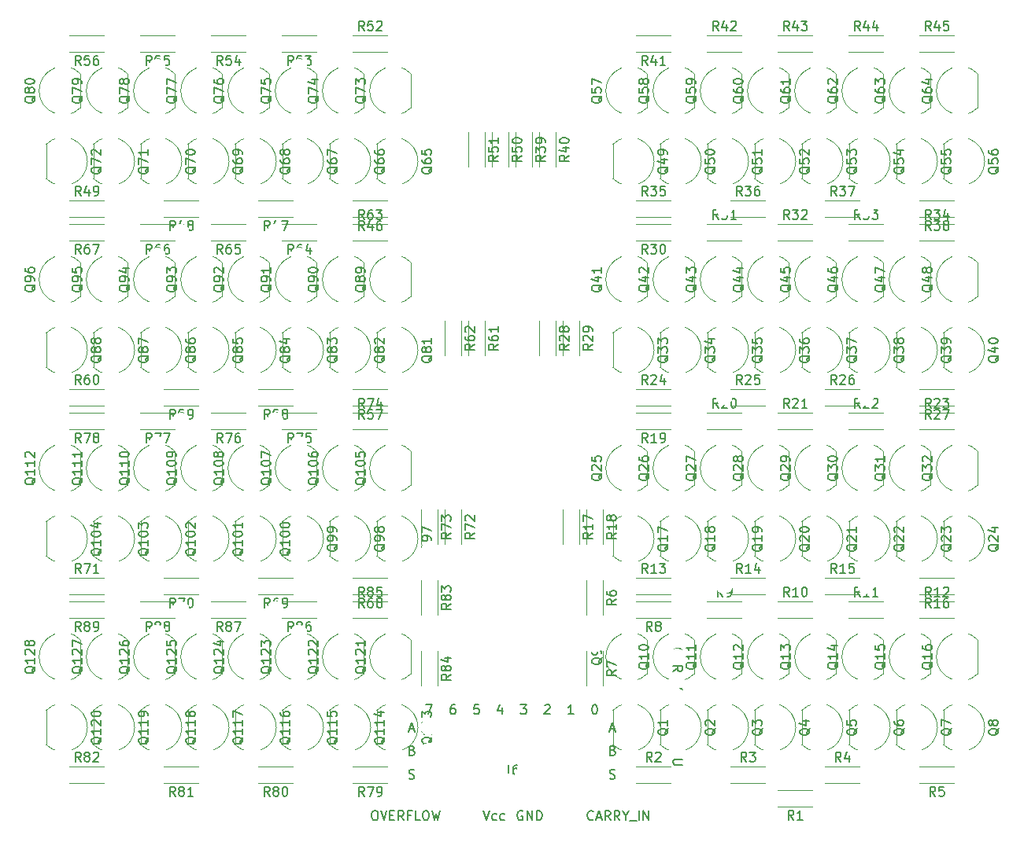
<source format=gto>
G04 #@! TF.FileFunction,Legend,Top*
%FSLAX46Y46*%
G04 Gerber Fmt 4.6, Leading zero omitted, Abs format (unit mm)*
G04 Created by KiCad (PCBNEW 4.0.6) date Mon Sep 18 01:17:52 2017*
%MOMM*%
%LPD*%
G01*
G04 APERTURE LIST*
%ADD10C,0.100000*%
%ADD11C,0.200000*%
%ADD12C,0.120000*%
%ADD13C,0.150000*%
%ADD14C,1.800000*%
%ADD15R,1.800000X1.800000*%
%ADD16O,1.800000X1.800000*%
%ADD17C,1.924000*%
%ADD18C,2.600000*%
G04 APERTURE END LIST*
D10*
D11*
X167489524Y-147042143D02*
X167441905Y-147089762D01*
X167299048Y-147137381D01*
X167203810Y-147137381D01*
X167060952Y-147089762D01*
X166965714Y-146994524D01*
X166918095Y-146899286D01*
X166870476Y-146708810D01*
X166870476Y-146565952D01*
X166918095Y-146375476D01*
X166965714Y-146280238D01*
X167060952Y-146185000D01*
X167203810Y-146137381D01*
X167299048Y-146137381D01*
X167441905Y-146185000D01*
X167489524Y-146232619D01*
X167870476Y-146851667D02*
X168346667Y-146851667D01*
X167775238Y-147137381D02*
X168108571Y-146137381D01*
X168441905Y-147137381D01*
X169346667Y-147137381D02*
X169013333Y-146661190D01*
X168775238Y-147137381D02*
X168775238Y-146137381D01*
X169156191Y-146137381D01*
X169251429Y-146185000D01*
X169299048Y-146232619D01*
X169346667Y-146327857D01*
X169346667Y-146470714D01*
X169299048Y-146565952D01*
X169251429Y-146613571D01*
X169156191Y-146661190D01*
X168775238Y-146661190D01*
X170346667Y-147137381D02*
X170013333Y-146661190D01*
X169775238Y-147137381D02*
X169775238Y-146137381D01*
X170156191Y-146137381D01*
X170251429Y-146185000D01*
X170299048Y-146232619D01*
X170346667Y-146327857D01*
X170346667Y-146470714D01*
X170299048Y-146565952D01*
X170251429Y-146613571D01*
X170156191Y-146661190D01*
X169775238Y-146661190D01*
X170965714Y-146661190D02*
X170965714Y-147137381D01*
X170632381Y-146137381D02*
X170965714Y-146661190D01*
X171299048Y-146137381D01*
X171394286Y-147232619D02*
X172156191Y-147232619D01*
X172394286Y-147137381D02*
X172394286Y-146137381D01*
X172870476Y-147137381D02*
X172870476Y-146137381D01*
X173441905Y-147137381D01*
X173441905Y-146137381D01*
X143915238Y-146137381D02*
X144105715Y-146137381D01*
X144200953Y-146185000D01*
X144296191Y-146280238D01*
X144343810Y-146470714D01*
X144343810Y-146804048D01*
X144296191Y-146994524D01*
X144200953Y-147089762D01*
X144105715Y-147137381D01*
X143915238Y-147137381D01*
X143820000Y-147089762D01*
X143724762Y-146994524D01*
X143677143Y-146804048D01*
X143677143Y-146470714D01*
X143724762Y-146280238D01*
X143820000Y-146185000D01*
X143915238Y-146137381D01*
X144629524Y-146137381D02*
X144962857Y-147137381D01*
X145296191Y-146137381D01*
X145629524Y-146613571D02*
X145962858Y-146613571D01*
X146105715Y-147137381D02*
X145629524Y-147137381D01*
X145629524Y-146137381D01*
X146105715Y-146137381D01*
X147105715Y-147137381D02*
X146772381Y-146661190D01*
X146534286Y-147137381D02*
X146534286Y-146137381D01*
X146915239Y-146137381D01*
X147010477Y-146185000D01*
X147058096Y-146232619D01*
X147105715Y-146327857D01*
X147105715Y-146470714D01*
X147058096Y-146565952D01*
X147010477Y-146613571D01*
X146915239Y-146661190D01*
X146534286Y-146661190D01*
X147867620Y-146613571D02*
X147534286Y-146613571D01*
X147534286Y-147137381D02*
X147534286Y-146137381D01*
X148010477Y-146137381D01*
X148867620Y-147137381D02*
X148391429Y-147137381D01*
X148391429Y-146137381D01*
X149391429Y-146137381D02*
X149581906Y-146137381D01*
X149677144Y-146185000D01*
X149772382Y-146280238D01*
X149820001Y-146470714D01*
X149820001Y-146804048D01*
X149772382Y-146994524D01*
X149677144Y-147089762D01*
X149581906Y-147137381D01*
X149391429Y-147137381D01*
X149296191Y-147089762D01*
X149200953Y-146994524D01*
X149153334Y-146804048D01*
X149153334Y-146470714D01*
X149200953Y-146280238D01*
X149296191Y-146185000D01*
X149391429Y-146137381D01*
X150153334Y-146137381D02*
X150391429Y-147137381D01*
X150581906Y-146423095D01*
X150772382Y-147137381D01*
X151010477Y-146137381D01*
X147716905Y-137326667D02*
X148193096Y-137326667D01*
X147621667Y-137612381D02*
X147955000Y-136612381D01*
X148288334Y-137612381D01*
X148026429Y-139628571D02*
X148169286Y-139676190D01*
X148216905Y-139723810D01*
X148264524Y-139819048D01*
X148264524Y-139961905D01*
X148216905Y-140057143D01*
X148169286Y-140104762D01*
X148074048Y-140152381D01*
X147693095Y-140152381D01*
X147693095Y-139152381D01*
X148026429Y-139152381D01*
X148121667Y-139200000D01*
X148169286Y-139247619D01*
X148216905Y-139342857D01*
X148216905Y-139438095D01*
X148169286Y-139533333D01*
X148121667Y-139580952D01*
X148026429Y-139628571D01*
X147693095Y-139628571D01*
X147669286Y-142644762D02*
X147812143Y-142692381D01*
X148050239Y-142692381D01*
X148145477Y-142644762D01*
X148193096Y-142597143D01*
X148240715Y-142501905D01*
X148240715Y-142406667D01*
X148193096Y-142311429D01*
X148145477Y-142263810D01*
X148050239Y-142216190D01*
X147859762Y-142168571D01*
X147764524Y-142120952D01*
X147716905Y-142073333D01*
X147669286Y-141978095D01*
X147669286Y-141882857D01*
X147716905Y-141787619D01*
X147764524Y-141740000D01*
X147859762Y-141692381D01*
X148097858Y-141692381D01*
X148240715Y-141740000D01*
X152590477Y-134707381D02*
X152400000Y-134707381D01*
X152304762Y-134755000D01*
X152257143Y-134802619D01*
X152161905Y-134945476D01*
X152114286Y-135135952D01*
X152114286Y-135516905D01*
X152161905Y-135612143D01*
X152209524Y-135659762D01*
X152304762Y-135707381D01*
X152495239Y-135707381D01*
X152590477Y-135659762D01*
X152638096Y-135612143D01*
X152685715Y-135516905D01*
X152685715Y-135278810D01*
X152638096Y-135183571D01*
X152590477Y-135135952D01*
X152495239Y-135088333D01*
X152304762Y-135088333D01*
X152209524Y-135135952D01*
X152161905Y-135183571D01*
X152114286Y-135278810D01*
X155178096Y-134707381D02*
X154701905Y-134707381D01*
X154654286Y-135183571D01*
X154701905Y-135135952D01*
X154797143Y-135088333D01*
X155035239Y-135088333D01*
X155130477Y-135135952D01*
X155178096Y-135183571D01*
X155225715Y-135278810D01*
X155225715Y-135516905D01*
X155178096Y-135612143D01*
X155130477Y-135659762D01*
X155035239Y-135707381D01*
X154797143Y-135707381D01*
X154701905Y-135659762D01*
X154654286Y-135612143D01*
X157670477Y-135040714D02*
X157670477Y-135707381D01*
X157432381Y-134659762D02*
X157194286Y-135374048D01*
X157813334Y-135374048D01*
X159686667Y-134707381D02*
X160305715Y-134707381D01*
X159972381Y-135088333D01*
X160115239Y-135088333D01*
X160210477Y-135135952D01*
X160258096Y-135183571D01*
X160305715Y-135278810D01*
X160305715Y-135516905D01*
X160258096Y-135612143D01*
X160210477Y-135659762D01*
X160115239Y-135707381D01*
X159829524Y-135707381D01*
X159734286Y-135659762D01*
X159686667Y-135612143D01*
X162274286Y-134802619D02*
X162321905Y-134755000D01*
X162417143Y-134707381D01*
X162655239Y-134707381D01*
X162750477Y-134755000D01*
X162798096Y-134802619D01*
X162845715Y-134897857D01*
X162845715Y-134993095D01*
X162798096Y-135135952D01*
X162226667Y-135707381D01*
X162845715Y-135707381D01*
X165385715Y-135707381D02*
X164814286Y-135707381D01*
X165100000Y-135707381D02*
X165100000Y-134707381D01*
X165004762Y-134850238D01*
X164909524Y-134945476D01*
X164814286Y-134993095D01*
X149526667Y-134707381D02*
X150193334Y-134707381D01*
X149764762Y-135707381D01*
X167592381Y-134707381D02*
X167687620Y-134707381D01*
X167782858Y-134755000D01*
X167830477Y-134802619D01*
X167878096Y-134897857D01*
X167925715Y-135088333D01*
X167925715Y-135326429D01*
X167878096Y-135516905D01*
X167830477Y-135612143D01*
X167782858Y-135659762D01*
X167687620Y-135707381D01*
X167592381Y-135707381D01*
X167497143Y-135659762D01*
X167449524Y-135612143D01*
X167401905Y-135516905D01*
X167354286Y-135326429D01*
X167354286Y-135088333D01*
X167401905Y-134897857D01*
X167449524Y-134802619D01*
X167497143Y-134755000D01*
X167592381Y-134707381D01*
X176172857Y-129262381D02*
X176125238Y-129214762D01*
X176077619Y-129071905D01*
X176077619Y-128976667D01*
X176125238Y-128833809D01*
X176220476Y-128738571D01*
X176315714Y-128690952D01*
X176506190Y-128643333D01*
X176649048Y-128643333D01*
X176839524Y-128690952D01*
X176934762Y-128738571D01*
X177030000Y-128833809D01*
X177077619Y-128976667D01*
X177077619Y-129071905D01*
X177030000Y-129214762D01*
X176982381Y-129262381D01*
X176363333Y-129643333D02*
X176363333Y-130119524D01*
X176077619Y-129548095D02*
X177077619Y-129881428D01*
X176077619Y-130214762D01*
X176077619Y-131119524D02*
X176553810Y-130786190D01*
X176077619Y-130548095D02*
X177077619Y-130548095D01*
X177077619Y-130929048D01*
X177030000Y-131024286D01*
X176982381Y-131071905D01*
X176887143Y-131119524D01*
X176744286Y-131119524D01*
X176649048Y-131071905D01*
X176601429Y-131024286D01*
X176553810Y-130929048D01*
X176553810Y-130548095D01*
X176077619Y-132119524D02*
X176553810Y-131786190D01*
X176077619Y-131548095D02*
X177077619Y-131548095D01*
X177077619Y-131929048D01*
X177030000Y-132024286D01*
X176982381Y-132071905D01*
X176887143Y-132119524D01*
X176744286Y-132119524D01*
X176649048Y-132071905D01*
X176601429Y-132024286D01*
X176553810Y-131929048D01*
X176553810Y-131548095D01*
X176553810Y-132738571D02*
X176077619Y-132738571D01*
X177077619Y-132405238D02*
X176553810Y-132738571D01*
X177077619Y-133071905D01*
X176125238Y-139589048D02*
X176077619Y-139731905D01*
X176077619Y-139970001D01*
X176125238Y-140065239D01*
X176172857Y-140112858D01*
X176268095Y-140160477D01*
X176363333Y-140160477D01*
X176458571Y-140112858D01*
X176506190Y-140065239D01*
X176553810Y-139970001D01*
X176601429Y-139779524D01*
X176649048Y-139684286D01*
X176696667Y-139636667D01*
X176791905Y-139589048D01*
X176887143Y-139589048D01*
X176982381Y-139636667D01*
X177030000Y-139684286D01*
X177077619Y-139779524D01*
X177077619Y-140017620D01*
X177030000Y-140160477D01*
X177077619Y-140589048D02*
X176268095Y-140589048D01*
X176172857Y-140636667D01*
X176125238Y-140684286D01*
X176077619Y-140779524D01*
X176077619Y-140970001D01*
X176125238Y-141065239D01*
X176172857Y-141112858D01*
X176268095Y-141160477D01*
X177077619Y-141160477D01*
X176077619Y-141636667D02*
X177077619Y-141636667D01*
X176363333Y-141970001D01*
X177077619Y-142303334D01*
X176077619Y-142303334D01*
X159893096Y-146185000D02*
X159797858Y-146137381D01*
X159655001Y-146137381D01*
X159512143Y-146185000D01*
X159416905Y-146280238D01*
X159369286Y-146375476D01*
X159321667Y-146565952D01*
X159321667Y-146708810D01*
X159369286Y-146899286D01*
X159416905Y-146994524D01*
X159512143Y-147089762D01*
X159655001Y-147137381D01*
X159750239Y-147137381D01*
X159893096Y-147089762D01*
X159940715Y-147042143D01*
X159940715Y-146708810D01*
X159750239Y-146708810D01*
X160369286Y-147137381D02*
X160369286Y-146137381D01*
X160940715Y-147137381D01*
X160940715Y-146137381D01*
X161416905Y-147137381D02*
X161416905Y-146137381D01*
X161655000Y-146137381D01*
X161797858Y-146185000D01*
X161893096Y-146280238D01*
X161940715Y-146375476D01*
X161988334Y-146565952D01*
X161988334Y-146708810D01*
X161940715Y-146899286D01*
X161893096Y-146994524D01*
X161797858Y-147089762D01*
X161655000Y-147137381D01*
X161416905Y-147137381D01*
X169259286Y-142644762D02*
X169402143Y-142692381D01*
X169640239Y-142692381D01*
X169735477Y-142644762D01*
X169783096Y-142597143D01*
X169830715Y-142501905D01*
X169830715Y-142406667D01*
X169783096Y-142311429D01*
X169735477Y-142263810D01*
X169640239Y-142216190D01*
X169449762Y-142168571D01*
X169354524Y-142120952D01*
X169306905Y-142073333D01*
X169259286Y-141978095D01*
X169259286Y-141882857D01*
X169306905Y-141787619D01*
X169354524Y-141740000D01*
X169449762Y-141692381D01*
X169687858Y-141692381D01*
X169830715Y-141740000D01*
X169616429Y-139628571D02*
X169759286Y-139676190D01*
X169806905Y-139723810D01*
X169854524Y-139819048D01*
X169854524Y-139961905D01*
X169806905Y-140057143D01*
X169759286Y-140104762D01*
X169664048Y-140152381D01*
X169283095Y-140152381D01*
X169283095Y-139152381D01*
X169616429Y-139152381D01*
X169711667Y-139200000D01*
X169759286Y-139247619D01*
X169806905Y-139342857D01*
X169806905Y-139438095D01*
X169759286Y-139533333D01*
X169711667Y-139580952D01*
X169616429Y-139628571D01*
X169283095Y-139628571D01*
X169306905Y-137326667D02*
X169783096Y-137326667D01*
X169211667Y-137612381D02*
X169545000Y-136612381D01*
X169878334Y-137612381D01*
X155654524Y-146137381D02*
X155987857Y-147137381D01*
X156321191Y-146137381D01*
X157083096Y-147089762D02*
X156987858Y-147137381D01*
X156797381Y-147137381D01*
X156702143Y-147089762D01*
X156654524Y-147042143D01*
X156606905Y-146946905D01*
X156606905Y-146661190D01*
X156654524Y-146565952D01*
X156702143Y-146518333D01*
X156797381Y-146470714D01*
X156987858Y-146470714D01*
X157083096Y-146518333D01*
X157940239Y-147089762D02*
X157845001Y-147137381D01*
X157654524Y-147137381D01*
X157559286Y-147089762D01*
X157511667Y-147042143D01*
X157464048Y-146946905D01*
X157464048Y-146661190D01*
X157511667Y-146565952D01*
X157559286Y-146518333D01*
X157654524Y-146470714D01*
X157845001Y-146470714D01*
X157940239Y-146518333D01*
D12*
X208860000Y-111020000D02*
X208860000Y-107420000D01*
X208848478Y-111058478D02*
G75*
G02X204410000Y-109220000I-1838478J1838478D01*
G01*
X208848478Y-107381522D02*
G75*
G03X204410000Y-109220000I-1838478J-1838478D01*
G01*
X208860000Y-90700000D02*
X208860000Y-87100000D01*
X208848478Y-90738478D02*
G75*
G02X204410000Y-88900000I-1838478J1838478D01*
G01*
X208848478Y-87061522D02*
G75*
G03X204410000Y-88900000I-1838478J-1838478D01*
G01*
X130130000Y-64360000D02*
X126410000Y-64360000D01*
X130130000Y-62640000D02*
X126410000Y-62640000D01*
X169600000Y-135360000D02*
X169600000Y-138960000D01*
X169611522Y-135321522D02*
G75*
G02X174050000Y-137160000I1838478J-1838478D01*
G01*
X169611522Y-138998478D02*
G75*
G03X174050000Y-137160000I1838478J1838478D01*
G01*
X174680000Y-135360000D02*
X174680000Y-138960000D01*
X174691522Y-135321522D02*
G75*
G02X179130000Y-137160000I1838478J-1838478D01*
G01*
X174691522Y-138998478D02*
G75*
G03X179130000Y-137160000I1838478J1838478D01*
G01*
X179760000Y-135360000D02*
X179760000Y-138960000D01*
X179771522Y-135321522D02*
G75*
G02X184210000Y-137160000I1838478J-1838478D01*
G01*
X179771522Y-138998478D02*
G75*
G03X184210000Y-137160000I1838478J1838478D01*
G01*
X184840000Y-135360000D02*
X184840000Y-138960000D01*
X184851522Y-135321522D02*
G75*
G02X189290000Y-137160000I1838478J-1838478D01*
G01*
X184851522Y-138998478D02*
G75*
G03X189290000Y-137160000I1838478J1838478D01*
G01*
X173300000Y-131340000D02*
X173300000Y-127740000D01*
X173288478Y-131378478D02*
G75*
G02X168850000Y-129540000I-1838478J1838478D01*
G01*
X173288478Y-127701522D02*
G75*
G03X168850000Y-129540000I-1838478J-1838478D01*
G01*
X178380000Y-131340000D02*
X178380000Y-127740000D01*
X178368478Y-131378478D02*
G75*
G02X173930000Y-129540000I-1838478J1838478D01*
G01*
X178368478Y-127701522D02*
G75*
G03X173930000Y-129540000I-1838478J-1838478D01*
G01*
X183460000Y-131340000D02*
X183460000Y-127740000D01*
X183448478Y-131378478D02*
G75*
G02X179010000Y-129540000I-1838478J1838478D01*
G01*
X183448478Y-127701522D02*
G75*
G03X179010000Y-129540000I-1838478J-1838478D01*
G01*
X191090000Y-145640000D02*
X187370000Y-145640000D01*
X191090000Y-143920000D02*
X187370000Y-143920000D01*
X172130000Y-141380000D02*
X175850000Y-141380000D01*
X172130000Y-143100000D02*
X175850000Y-143100000D01*
X206330000Y-143100000D02*
X202610000Y-143100000D01*
X206330000Y-141380000D02*
X202610000Y-141380000D01*
X168500000Y-121330000D02*
X168500000Y-125050000D01*
X166780000Y-121330000D02*
X166780000Y-125050000D01*
X169600000Y-115040000D02*
X169600000Y-118640000D01*
X169611522Y-115001522D02*
G75*
G02X174050000Y-116840000I1838478J-1838478D01*
G01*
X169611522Y-118678478D02*
G75*
G03X174050000Y-116840000I1838478J1838478D01*
G01*
X174680000Y-115040000D02*
X174680000Y-118640000D01*
X174691522Y-115001522D02*
G75*
G02X179130000Y-116840000I1838478J-1838478D01*
G01*
X174691522Y-118678478D02*
G75*
G03X179130000Y-116840000I1838478J1838478D01*
G01*
X179760000Y-115040000D02*
X179760000Y-118640000D01*
X179771522Y-115001522D02*
G75*
G02X184210000Y-116840000I1838478J-1838478D01*
G01*
X179771522Y-118678478D02*
G75*
G03X184210000Y-116840000I1838478J1838478D01*
G01*
X184840000Y-115040000D02*
X184840000Y-118640000D01*
X184851522Y-115001522D02*
G75*
G02X189290000Y-116840000I1838478J-1838478D01*
G01*
X184851522Y-118678478D02*
G75*
G03X189290000Y-116840000I1838478J1838478D01*
G01*
X189920000Y-115040000D02*
X189920000Y-118640000D01*
X189931522Y-115001522D02*
G75*
G02X194370000Y-116840000I1838478J-1838478D01*
G01*
X189931522Y-118678478D02*
G75*
G03X194370000Y-116840000I1838478J1838478D01*
G01*
X195000000Y-115040000D02*
X195000000Y-118640000D01*
X195011522Y-115001522D02*
G75*
G02X199450000Y-116840000I1838478J-1838478D01*
G01*
X195011522Y-118678478D02*
G75*
G03X199450000Y-116840000I1838478J1838478D01*
G01*
X200080000Y-115040000D02*
X200080000Y-118640000D01*
X200091522Y-115001522D02*
G75*
G02X204530000Y-116840000I1838478J-1838478D01*
G01*
X200091522Y-118678478D02*
G75*
G03X204530000Y-116840000I1838478J1838478D01*
G01*
X187370000Y-123600000D02*
X191090000Y-123600000D01*
X187370000Y-125320000D02*
X191090000Y-125320000D01*
X194990000Y-123600000D02*
X198710000Y-123600000D01*
X194990000Y-125320000D02*
X198710000Y-125320000D01*
X202610000Y-123600000D02*
X206330000Y-123600000D01*
X202610000Y-125320000D02*
X206330000Y-125320000D01*
X172130000Y-121060000D02*
X175850000Y-121060000D01*
X172130000Y-122780000D02*
X175850000Y-122780000D01*
X189920000Y-135360000D02*
X189920000Y-138960000D01*
X189931522Y-135321522D02*
G75*
G02X194370000Y-137160000I1838478J-1838478D01*
G01*
X189931522Y-138998478D02*
G75*
G03X194370000Y-137160000I1838478J1838478D01*
G01*
X195000000Y-135360000D02*
X195000000Y-138960000D01*
X195011522Y-135321522D02*
G75*
G02X199450000Y-137160000I1838478J-1838478D01*
G01*
X195011522Y-138998478D02*
G75*
G03X199450000Y-137160000I1838478J1838478D01*
G01*
X200080000Y-135360000D02*
X200080000Y-138960000D01*
X200091522Y-135321522D02*
G75*
G02X204530000Y-137160000I1838478J-1838478D01*
G01*
X200091522Y-138998478D02*
G75*
G03X204530000Y-137160000I1838478J1838478D01*
G01*
X205160000Y-135360000D02*
X205160000Y-138960000D01*
X205171522Y-135321522D02*
G75*
G02X209610000Y-137160000I1838478J-1838478D01*
G01*
X205171522Y-138998478D02*
G75*
G03X209610000Y-137160000I1838478J1838478D01*
G01*
X188540000Y-131340000D02*
X188540000Y-127740000D01*
X188528478Y-131378478D02*
G75*
G02X184090000Y-129540000I-1838478J1838478D01*
G01*
X188528478Y-127701522D02*
G75*
G03X184090000Y-129540000I-1838478J-1838478D01*
G01*
X193620000Y-131340000D02*
X193620000Y-127740000D01*
X193608478Y-131378478D02*
G75*
G02X189170000Y-129540000I-1838478J1838478D01*
G01*
X193608478Y-127701522D02*
G75*
G03X189170000Y-129540000I-1838478J-1838478D01*
G01*
X198700000Y-131340000D02*
X198700000Y-127740000D01*
X198688478Y-131378478D02*
G75*
G02X194250000Y-129540000I-1838478J1838478D01*
G01*
X198688478Y-127701522D02*
G75*
G03X194250000Y-129540000I-1838478J-1838478D01*
G01*
X203780000Y-131340000D02*
X203780000Y-127740000D01*
X203768478Y-131378478D02*
G75*
G02X199330000Y-129540000I-1838478J1838478D01*
G01*
X203768478Y-127701522D02*
G75*
G03X199330000Y-129540000I-1838478J-1838478D01*
G01*
X208860000Y-131340000D02*
X208860000Y-127740000D01*
X208848478Y-131378478D02*
G75*
G02X204410000Y-129540000I-1838478J1838478D01*
G01*
X208848478Y-127701522D02*
G75*
G03X204410000Y-129540000I-1838478J-1838478D01*
G01*
X182290000Y-141380000D02*
X186010000Y-141380000D01*
X182290000Y-143100000D02*
X186010000Y-143100000D01*
X192450000Y-141380000D02*
X196170000Y-141380000D01*
X192450000Y-143100000D02*
X196170000Y-143100000D01*
X168500000Y-128950000D02*
X168500000Y-132670000D01*
X166780000Y-128950000D02*
X166780000Y-132670000D01*
X175850000Y-125320000D02*
X172130000Y-125320000D01*
X175850000Y-123600000D02*
X172130000Y-123600000D01*
X179750000Y-123600000D02*
X183470000Y-123600000D01*
X179750000Y-125320000D02*
X183470000Y-125320000D01*
X205160000Y-115040000D02*
X205160000Y-118640000D01*
X205171522Y-115001522D02*
G75*
G02X209610000Y-116840000I1838478J-1838478D01*
G01*
X205171522Y-118678478D02*
G75*
G03X209610000Y-116840000I1838478J1838478D01*
G01*
X173300000Y-111020000D02*
X173300000Y-107420000D01*
X173288478Y-111058478D02*
G75*
G02X168850000Y-109220000I-1838478J1838478D01*
G01*
X173288478Y-107381522D02*
G75*
G03X168850000Y-109220000I-1838478J-1838478D01*
G01*
X178380000Y-111020000D02*
X178380000Y-107420000D01*
X178368478Y-111058478D02*
G75*
G02X173930000Y-109220000I-1838478J1838478D01*
G01*
X178368478Y-107381522D02*
G75*
G03X173930000Y-109220000I-1838478J-1838478D01*
G01*
X183460000Y-111020000D02*
X183460000Y-107420000D01*
X183448478Y-111058478D02*
G75*
G02X179010000Y-109220000I-1838478J1838478D01*
G01*
X183448478Y-107381522D02*
G75*
G03X179010000Y-109220000I-1838478J-1838478D01*
G01*
X188540000Y-111020000D02*
X188540000Y-107420000D01*
X188528478Y-111058478D02*
G75*
G02X184090000Y-109220000I-1838478J1838478D01*
G01*
X188528478Y-107381522D02*
G75*
G03X184090000Y-109220000I-1838478J-1838478D01*
G01*
X193620000Y-111020000D02*
X193620000Y-107420000D01*
X193608478Y-111058478D02*
G75*
G02X189170000Y-109220000I-1838478J1838478D01*
G01*
X193608478Y-107381522D02*
G75*
G03X189170000Y-109220000I-1838478J-1838478D01*
G01*
X198700000Y-111020000D02*
X198700000Y-107420000D01*
X198688478Y-111058478D02*
G75*
G02X194250000Y-109220000I-1838478J1838478D01*
G01*
X198688478Y-107381522D02*
G75*
G03X194250000Y-109220000I-1838478J-1838478D01*
G01*
X203780000Y-111020000D02*
X203780000Y-107420000D01*
X203768478Y-111058478D02*
G75*
G02X199330000Y-109220000I-1838478J1838478D01*
G01*
X203768478Y-107381522D02*
G75*
G03X199330000Y-109220000I-1838478J-1838478D01*
G01*
X169600000Y-94720000D02*
X169600000Y-98320000D01*
X169611522Y-94681522D02*
G75*
G02X174050000Y-96520000I1838478J-1838478D01*
G01*
X169611522Y-98358478D02*
G75*
G03X174050000Y-96520000I1838478J1838478D01*
G01*
X174680000Y-94720000D02*
X174680000Y-98320000D01*
X174691522Y-94681522D02*
G75*
G02X179130000Y-96520000I1838478J-1838478D01*
G01*
X174691522Y-98358478D02*
G75*
G03X179130000Y-96520000I1838478J1838478D01*
G01*
X179760000Y-94720000D02*
X179760000Y-98320000D01*
X179771522Y-94681522D02*
G75*
G02X184210000Y-96520000I1838478J-1838478D01*
G01*
X179771522Y-98358478D02*
G75*
G03X184210000Y-96520000I1838478J1838478D01*
G01*
X184840000Y-94720000D02*
X184840000Y-98320000D01*
X184851522Y-94681522D02*
G75*
G02X189290000Y-96520000I1838478J-1838478D01*
G01*
X184851522Y-98358478D02*
G75*
G03X189290000Y-96520000I1838478J1838478D01*
G01*
X189920000Y-94720000D02*
X189920000Y-98320000D01*
X189931522Y-94681522D02*
G75*
G02X194370000Y-96520000I1838478J-1838478D01*
G01*
X189931522Y-98358478D02*
G75*
G03X194370000Y-96520000I1838478J1838478D01*
G01*
X195000000Y-94720000D02*
X195000000Y-98320000D01*
X195011522Y-94681522D02*
G75*
G02X199450000Y-96520000I1838478J-1838478D01*
G01*
X195011522Y-98358478D02*
G75*
G03X199450000Y-96520000I1838478J1838478D01*
G01*
X200080000Y-94720000D02*
X200080000Y-98320000D01*
X200091522Y-94681522D02*
G75*
G02X204530000Y-96520000I1838478J-1838478D01*
G01*
X200091522Y-98358478D02*
G75*
G03X204530000Y-96520000I1838478J1838478D01*
G01*
X205160000Y-94720000D02*
X205160000Y-98320000D01*
X205171522Y-94681522D02*
G75*
G02X209610000Y-96520000I1838478J-1838478D01*
G01*
X205171522Y-98358478D02*
G75*
G03X209610000Y-96520000I1838478J1838478D01*
G01*
X173300000Y-90700000D02*
X173300000Y-87100000D01*
X173288478Y-90738478D02*
G75*
G02X168850000Y-88900000I-1838478J1838478D01*
G01*
X173288478Y-87061522D02*
G75*
G03X168850000Y-88900000I-1838478J-1838478D01*
G01*
X178380000Y-90700000D02*
X178380000Y-87100000D01*
X178368478Y-90738478D02*
G75*
G02X173930000Y-88900000I-1838478J1838478D01*
G01*
X178368478Y-87061522D02*
G75*
G03X173930000Y-88900000I-1838478J-1838478D01*
G01*
X183460000Y-90700000D02*
X183460000Y-87100000D01*
X183448478Y-90738478D02*
G75*
G02X179010000Y-88900000I-1838478J1838478D01*
G01*
X183448478Y-87061522D02*
G75*
G03X179010000Y-88900000I-1838478J-1838478D01*
G01*
X188540000Y-90700000D02*
X188540000Y-87100000D01*
X188528478Y-90738478D02*
G75*
G02X184090000Y-88900000I-1838478J1838478D01*
G01*
X188528478Y-87061522D02*
G75*
G03X184090000Y-88900000I-1838478J-1838478D01*
G01*
X193620000Y-90700000D02*
X193620000Y-87100000D01*
X193608478Y-90738478D02*
G75*
G02X189170000Y-88900000I-1838478J1838478D01*
G01*
X193608478Y-87061522D02*
G75*
G03X189170000Y-88900000I-1838478J-1838478D01*
G01*
X198700000Y-90700000D02*
X198700000Y-87100000D01*
X198688478Y-90738478D02*
G75*
G02X194250000Y-88900000I-1838478J1838478D01*
G01*
X198688478Y-87061522D02*
G75*
G03X194250000Y-88900000I-1838478J-1838478D01*
G01*
X203780000Y-90700000D02*
X203780000Y-87100000D01*
X203768478Y-90738478D02*
G75*
G02X199330000Y-88900000I-1838478J1838478D01*
G01*
X203768478Y-87061522D02*
G75*
G03X199330000Y-88900000I-1838478J-1838478D01*
G01*
X169600000Y-74400000D02*
X169600000Y-78000000D01*
X169611522Y-74361522D02*
G75*
G02X174050000Y-76200000I1838478J-1838478D01*
G01*
X169611522Y-78038478D02*
G75*
G03X174050000Y-76200000I1838478J1838478D01*
G01*
X174680000Y-74400000D02*
X174680000Y-78000000D01*
X174691522Y-74361522D02*
G75*
G02X179130000Y-76200000I1838478J-1838478D01*
G01*
X174691522Y-78038478D02*
G75*
G03X179130000Y-76200000I1838478J1838478D01*
G01*
X179760000Y-74400000D02*
X179760000Y-78000000D01*
X179771522Y-74361522D02*
G75*
G02X184210000Y-76200000I1838478J-1838478D01*
G01*
X179771522Y-78038478D02*
G75*
G03X184210000Y-76200000I1838478J1838478D01*
G01*
X184840000Y-74400000D02*
X184840000Y-78000000D01*
X184851522Y-74361522D02*
G75*
G02X189290000Y-76200000I1838478J-1838478D01*
G01*
X184851522Y-78038478D02*
G75*
G03X189290000Y-76200000I1838478J1838478D01*
G01*
X189920000Y-74400000D02*
X189920000Y-78000000D01*
X189931522Y-74361522D02*
G75*
G02X194370000Y-76200000I1838478J-1838478D01*
G01*
X189931522Y-78038478D02*
G75*
G03X194370000Y-76200000I1838478J1838478D01*
G01*
X195000000Y-74400000D02*
X195000000Y-78000000D01*
X195011522Y-74361522D02*
G75*
G02X199450000Y-76200000I1838478J-1838478D01*
G01*
X195011522Y-78038478D02*
G75*
G03X199450000Y-76200000I1838478J1838478D01*
G01*
X200080000Y-74400000D02*
X200080000Y-78000000D01*
X200091522Y-74361522D02*
G75*
G02X204530000Y-76200000I1838478J-1838478D01*
G01*
X200091522Y-78038478D02*
G75*
G03X204530000Y-76200000I1838478J1838478D01*
G01*
X182290000Y-121060000D02*
X186010000Y-121060000D01*
X182290000Y-122780000D02*
X186010000Y-122780000D01*
X192450000Y-121060000D02*
X196170000Y-121060000D01*
X192450000Y-122780000D02*
X196170000Y-122780000D01*
X206330000Y-122780000D02*
X202610000Y-122780000D01*
X206330000Y-121060000D02*
X202610000Y-121060000D01*
X165960000Y-113710000D02*
X165960000Y-117430000D01*
X164240000Y-113710000D02*
X164240000Y-117430000D01*
X168500000Y-113710000D02*
X168500000Y-117430000D01*
X166780000Y-113710000D02*
X166780000Y-117430000D01*
X175850000Y-105000000D02*
X172130000Y-105000000D01*
X175850000Y-103280000D02*
X172130000Y-103280000D01*
X179750000Y-103280000D02*
X183470000Y-103280000D01*
X179750000Y-105000000D02*
X183470000Y-105000000D01*
X187370000Y-103280000D02*
X191090000Y-103280000D01*
X187370000Y-105000000D02*
X191090000Y-105000000D01*
X194990000Y-103280000D02*
X198710000Y-103280000D01*
X194990000Y-105000000D02*
X198710000Y-105000000D01*
X202610000Y-103280000D02*
X206330000Y-103280000D01*
X202610000Y-105000000D02*
X206330000Y-105000000D01*
X172130000Y-100740000D02*
X175850000Y-100740000D01*
X172130000Y-102460000D02*
X175850000Y-102460000D01*
X182290000Y-100740000D02*
X186010000Y-100740000D01*
X182290000Y-102460000D02*
X186010000Y-102460000D01*
X192450000Y-100740000D02*
X196170000Y-100740000D01*
X192450000Y-102460000D02*
X196170000Y-102460000D01*
X206330000Y-102460000D02*
X202610000Y-102460000D01*
X206330000Y-100740000D02*
X202610000Y-100740000D01*
X163420000Y-93390000D02*
X163420000Y-97110000D01*
X161700000Y-93390000D02*
X161700000Y-97110000D01*
X165960000Y-93390000D02*
X165960000Y-97110000D01*
X164240000Y-93390000D02*
X164240000Y-97110000D01*
X175850000Y-84680000D02*
X172130000Y-84680000D01*
X175850000Y-82960000D02*
X172130000Y-82960000D01*
X179750000Y-82960000D02*
X183470000Y-82960000D01*
X179750000Y-84680000D02*
X183470000Y-84680000D01*
X205160000Y-74400000D02*
X205160000Y-78000000D01*
X205171522Y-74361522D02*
G75*
G02X209610000Y-76200000I1838478J-1838478D01*
G01*
X205171522Y-78038478D02*
G75*
G03X209610000Y-76200000I1838478J1838478D01*
G01*
X173300000Y-70380000D02*
X173300000Y-66780000D01*
X173288478Y-70418478D02*
G75*
G02X168850000Y-68580000I-1838478J1838478D01*
G01*
X173288478Y-66741522D02*
G75*
G03X168850000Y-68580000I-1838478J-1838478D01*
G01*
X178380000Y-70380000D02*
X178380000Y-66780000D01*
X178368478Y-70418478D02*
G75*
G02X173930000Y-68580000I-1838478J1838478D01*
G01*
X178368478Y-66741522D02*
G75*
G03X173930000Y-68580000I-1838478J-1838478D01*
G01*
X183460000Y-70380000D02*
X183460000Y-66780000D01*
X183448478Y-70418478D02*
G75*
G02X179010000Y-68580000I-1838478J1838478D01*
G01*
X183448478Y-66741522D02*
G75*
G03X179010000Y-68580000I-1838478J-1838478D01*
G01*
X188540000Y-70380000D02*
X188540000Y-66780000D01*
X188528478Y-70418478D02*
G75*
G02X184090000Y-68580000I-1838478J1838478D01*
G01*
X188528478Y-66741522D02*
G75*
G03X184090000Y-68580000I-1838478J-1838478D01*
G01*
X193620000Y-70380000D02*
X193620000Y-66780000D01*
X193608478Y-70418478D02*
G75*
G02X189170000Y-68580000I-1838478J1838478D01*
G01*
X193608478Y-66741522D02*
G75*
G03X189170000Y-68580000I-1838478J-1838478D01*
G01*
X198700000Y-70380000D02*
X198700000Y-66780000D01*
X198688478Y-70418478D02*
G75*
G02X194250000Y-68580000I-1838478J1838478D01*
G01*
X198688478Y-66741522D02*
G75*
G03X194250000Y-68580000I-1838478J-1838478D01*
G01*
X203780000Y-70380000D02*
X203780000Y-66780000D01*
X203768478Y-70418478D02*
G75*
G02X199330000Y-68580000I-1838478J1838478D01*
G01*
X203768478Y-66741522D02*
G75*
G03X199330000Y-68580000I-1838478J-1838478D01*
G01*
X208860000Y-70380000D02*
X208860000Y-66780000D01*
X208848478Y-70418478D02*
G75*
G02X204410000Y-68580000I-1838478J1838478D01*
G01*
X208848478Y-66741522D02*
G75*
G03X204410000Y-68580000I-1838478J-1838478D01*
G01*
X144200000Y-74400000D02*
X144200000Y-78000000D01*
X144211522Y-74361522D02*
G75*
G02X148650000Y-76200000I1838478J-1838478D01*
G01*
X144211522Y-78038478D02*
G75*
G03X148650000Y-76200000I1838478J1838478D01*
G01*
X139120000Y-74400000D02*
X139120000Y-78000000D01*
X139131522Y-74361522D02*
G75*
G02X143570000Y-76200000I1838478J-1838478D01*
G01*
X139131522Y-78038478D02*
G75*
G03X143570000Y-76200000I1838478J1838478D01*
G01*
X134040000Y-74400000D02*
X134040000Y-78000000D01*
X134051522Y-74361522D02*
G75*
G02X138490000Y-76200000I1838478J-1838478D01*
G01*
X134051522Y-78038478D02*
G75*
G03X138490000Y-76200000I1838478J1838478D01*
G01*
X128960000Y-74400000D02*
X128960000Y-78000000D01*
X128971522Y-74361522D02*
G75*
G02X133410000Y-76200000I1838478J-1838478D01*
G01*
X128971522Y-78038478D02*
G75*
G03X133410000Y-76200000I1838478J1838478D01*
G01*
X123880000Y-74400000D02*
X123880000Y-78000000D01*
X123891522Y-74361522D02*
G75*
G02X128330000Y-76200000I1838478J-1838478D01*
G01*
X123891522Y-78038478D02*
G75*
G03X128330000Y-76200000I1838478J1838478D01*
G01*
X118800000Y-74400000D02*
X118800000Y-78000000D01*
X118811522Y-74361522D02*
G75*
G02X123250000Y-76200000I1838478J-1838478D01*
G01*
X118811522Y-78038478D02*
G75*
G03X123250000Y-76200000I1838478J1838478D01*
G01*
X113720000Y-74400000D02*
X113720000Y-78000000D01*
X113731522Y-74361522D02*
G75*
G02X118170000Y-76200000I1838478J-1838478D01*
G01*
X113731522Y-78038478D02*
G75*
G03X118170000Y-76200000I1838478J1838478D01*
G01*
X108640000Y-74400000D02*
X108640000Y-78000000D01*
X108651522Y-74361522D02*
G75*
G02X113090000Y-76200000I1838478J-1838478D01*
G01*
X108651522Y-78038478D02*
G75*
G03X113090000Y-76200000I1838478J1838478D01*
G01*
X147900000Y-70380000D02*
X147900000Y-66780000D01*
X147888478Y-70418478D02*
G75*
G02X143450000Y-68580000I-1838478J1838478D01*
G01*
X147888478Y-66741522D02*
G75*
G03X143450000Y-68580000I-1838478J-1838478D01*
G01*
X142820000Y-70380000D02*
X142820000Y-66780000D01*
X142808478Y-70418478D02*
G75*
G02X138370000Y-68580000I-1838478J1838478D01*
G01*
X142808478Y-66741522D02*
G75*
G03X138370000Y-68580000I-1838478J-1838478D01*
G01*
X137740000Y-70380000D02*
X137740000Y-66780000D01*
X137728478Y-70418478D02*
G75*
G02X133290000Y-68580000I-1838478J1838478D01*
G01*
X137728478Y-66741522D02*
G75*
G03X133290000Y-68580000I-1838478J-1838478D01*
G01*
X132660000Y-70380000D02*
X132660000Y-66780000D01*
X132648478Y-70418478D02*
G75*
G02X128210000Y-68580000I-1838478J1838478D01*
G01*
X132648478Y-66741522D02*
G75*
G03X128210000Y-68580000I-1838478J-1838478D01*
G01*
X127580000Y-70380000D02*
X127580000Y-66780000D01*
X127568478Y-70418478D02*
G75*
G02X123130000Y-68580000I-1838478J1838478D01*
G01*
X127568478Y-66741522D02*
G75*
G03X123130000Y-68580000I-1838478J-1838478D01*
G01*
X122500000Y-70380000D02*
X122500000Y-66780000D01*
X122488478Y-70418478D02*
G75*
G02X118050000Y-68580000I-1838478J1838478D01*
G01*
X122488478Y-66741522D02*
G75*
G03X118050000Y-68580000I-1838478J-1838478D01*
G01*
X117420000Y-70380000D02*
X117420000Y-66780000D01*
X117408478Y-70418478D02*
G75*
G02X112970000Y-68580000I-1838478J1838478D01*
G01*
X117408478Y-66741522D02*
G75*
G03X112970000Y-68580000I-1838478J-1838478D01*
G01*
X112340000Y-70380000D02*
X112340000Y-66780000D01*
X112328478Y-70418478D02*
G75*
G02X107890000Y-68580000I-1838478J1838478D01*
G01*
X112328478Y-66741522D02*
G75*
G03X107890000Y-68580000I-1838478J-1838478D01*
G01*
X144200000Y-94720000D02*
X144200000Y-98320000D01*
X144211522Y-94681522D02*
G75*
G02X148650000Y-96520000I1838478J-1838478D01*
G01*
X144211522Y-98358478D02*
G75*
G03X148650000Y-96520000I1838478J1838478D01*
G01*
X139120000Y-94720000D02*
X139120000Y-98320000D01*
X139131522Y-94681522D02*
G75*
G02X143570000Y-96520000I1838478J-1838478D01*
G01*
X139131522Y-98358478D02*
G75*
G03X143570000Y-96520000I1838478J1838478D01*
G01*
X134040000Y-94720000D02*
X134040000Y-98320000D01*
X134051522Y-94681522D02*
G75*
G02X138490000Y-96520000I1838478J-1838478D01*
G01*
X134051522Y-98358478D02*
G75*
G03X138490000Y-96520000I1838478J1838478D01*
G01*
X128960000Y-94720000D02*
X128960000Y-98320000D01*
X128971522Y-94681522D02*
G75*
G02X133410000Y-96520000I1838478J-1838478D01*
G01*
X128971522Y-98358478D02*
G75*
G03X133410000Y-96520000I1838478J1838478D01*
G01*
X123880000Y-94720000D02*
X123880000Y-98320000D01*
X123891522Y-94681522D02*
G75*
G02X128330000Y-96520000I1838478J-1838478D01*
G01*
X123891522Y-98358478D02*
G75*
G03X128330000Y-96520000I1838478J1838478D01*
G01*
X118800000Y-94720000D02*
X118800000Y-98320000D01*
X118811522Y-94681522D02*
G75*
G02X123250000Y-96520000I1838478J-1838478D01*
G01*
X118811522Y-98358478D02*
G75*
G03X123250000Y-96520000I1838478J1838478D01*
G01*
X113720000Y-94720000D02*
X113720000Y-98320000D01*
X113731522Y-94681522D02*
G75*
G02X118170000Y-96520000I1838478J-1838478D01*
G01*
X113731522Y-98358478D02*
G75*
G03X118170000Y-96520000I1838478J1838478D01*
G01*
X108640000Y-94720000D02*
X108640000Y-98320000D01*
X108651522Y-94681522D02*
G75*
G02X113090000Y-96520000I1838478J-1838478D01*
G01*
X108651522Y-98358478D02*
G75*
G03X113090000Y-96520000I1838478J1838478D01*
G01*
X147900000Y-90700000D02*
X147900000Y-87100000D01*
X147888478Y-90738478D02*
G75*
G02X143450000Y-88900000I-1838478J1838478D01*
G01*
X147888478Y-87061522D02*
G75*
G03X143450000Y-88900000I-1838478J-1838478D01*
G01*
X142820000Y-90700000D02*
X142820000Y-87100000D01*
X142808478Y-90738478D02*
G75*
G02X138370000Y-88900000I-1838478J1838478D01*
G01*
X142808478Y-87061522D02*
G75*
G03X138370000Y-88900000I-1838478J-1838478D01*
G01*
X137740000Y-90700000D02*
X137740000Y-87100000D01*
X137728478Y-90738478D02*
G75*
G02X133290000Y-88900000I-1838478J1838478D01*
G01*
X137728478Y-87061522D02*
G75*
G03X133290000Y-88900000I-1838478J-1838478D01*
G01*
X132660000Y-90700000D02*
X132660000Y-87100000D01*
X132648478Y-90738478D02*
G75*
G02X128210000Y-88900000I-1838478J1838478D01*
G01*
X132648478Y-87061522D02*
G75*
G03X128210000Y-88900000I-1838478J-1838478D01*
G01*
X127580000Y-90700000D02*
X127580000Y-87100000D01*
X127568478Y-90738478D02*
G75*
G02X123130000Y-88900000I-1838478J1838478D01*
G01*
X127568478Y-87061522D02*
G75*
G03X123130000Y-88900000I-1838478J-1838478D01*
G01*
X122500000Y-90700000D02*
X122500000Y-87100000D01*
X122488478Y-90738478D02*
G75*
G02X118050000Y-88900000I-1838478J1838478D01*
G01*
X122488478Y-87061522D02*
G75*
G03X118050000Y-88900000I-1838478J-1838478D01*
G01*
X117420000Y-90700000D02*
X117420000Y-87100000D01*
X117408478Y-90738478D02*
G75*
G02X112970000Y-88900000I-1838478J1838478D01*
G01*
X117408478Y-87061522D02*
G75*
G03X112970000Y-88900000I-1838478J-1838478D01*
G01*
X112340000Y-90700000D02*
X112340000Y-87100000D01*
X112328478Y-90738478D02*
G75*
G02X107890000Y-88900000I-1838478J1838478D01*
G01*
X112328478Y-87061522D02*
G75*
G03X107890000Y-88900000I-1838478J-1838478D01*
G01*
X144200000Y-115040000D02*
X144200000Y-118640000D01*
X144211522Y-115001522D02*
G75*
G02X148650000Y-116840000I1838478J-1838478D01*
G01*
X144211522Y-118678478D02*
G75*
G03X148650000Y-116840000I1838478J1838478D01*
G01*
X139120000Y-115040000D02*
X139120000Y-118640000D01*
X139131522Y-115001522D02*
G75*
G02X143570000Y-116840000I1838478J-1838478D01*
G01*
X139131522Y-118678478D02*
G75*
G03X143570000Y-116840000I1838478J1838478D01*
G01*
X134040000Y-115040000D02*
X134040000Y-118640000D01*
X134051522Y-115001522D02*
G75*
G02X138490000Y-116840000I1838478J-1838478D01*
G01*
X134051522Y-118678478D02*
G75*
G03X138490000Y-116840000I1838478J1838478D01*
G01*
X128960000Y-115040000D02*
X128960000Y-118640000D01*
X128971522Y-115001522D02*
G75*
G02X133410000Y-116840000I1838478J-1838478D01*
G01*
X128971522Y-118678478D02*
G75*
G03X133410000Y-116840000I1838478J1838478D01*
G01*
X123880000Y-115040000D02*
X123880000Y-118640000D01*
X123891522Y-115001522D02*
G75*
G02X128330000Y-116840000I1838478J-1838478D01*
G01*
X123891522Y-118678478D02*
G75*
G03X128330000Y-116840000I1838478J1838478D01*
G01*
X118800000Y-115040000D02*
X118800000Y-118640000D01*
X118811522Y-115001522D02*
G75*
G02X123250000Y-116840000I1838478J-1838478D01*
G01*
X118811522Y-118678478D02*
G75*
G03X123250000Y-116840000I1838478J1838478D01*
G01*
X113720000Y-115040000D02*
X113720000Y-118640000D01*
X113731522Y-115001522D02*
G75*
G02X118170000Y-116840000I1838478J-1838478D01*
G01*
X113731522Y-118678478D02*
G75*
G03X118170000Y-116840000I1838478J1838478D01*
G01*
X108640000Y-115040000D02*
X108640000Y-118640000D01*
X108651522Y-115001522D02*
G75*
G02X113090000Y-116840000I1838478J-1838478D01*
G01*
X108651522Y-118678478D02*
G75*
G03X113090000Y-116840000I1838478J1838478D01*
G01*
X147900000Y-111020000D02*
X147900000Y-107420000D01*
X147888478Y-111058478D02*
G75*
G02X143450000Y-109220000I-1838478J1838478D01*
G01*
X147888478Y-107381522D02*
G75*
G03X143450000Y-109220000I-1838478J-1838478D01*
G01*
X142820000Y-111020000D02*
X142820000Y-107420000D01*
X142808478Y-111058478D02*
G75*
G02X138370000Y-109220000I-1838478J1838478D01*
G01*
X142808478Y-107381522D02*
G75*
G03X138370000Y-109220000I-1838478J-1838478D01*
G01*
X137740000Y-111020000D02*
X137740000Y-107420000D01*
X137728478Y-111058478D02*
G75*
G02X133290000Y-109220000I-1838478J1838478D01*
G01*
X137728478Y-107381522D02*
G75*
G03X133290000Y-109220000I-1838478J-1838478D01*
G01*
X132660000Y-111020000D02*
X132660000Y-107420000D01*
X132648478Y-111058478D02*
G75*
G02X128210000Y-109220000I-1838478J1838478D01*
G01*
X132648478Y-107381522D02*
G75*
G03X128210000Y-109220000I-1838478J-1838478D01*
G01*
X127580000Y-111020000D02*
X127580000Y-107420000D01*
X127568478Y-111058478D02*
G75*
G02X123130000Y-109220000I-1838478J1838478D01*
G01*
X127568478Y-107381522D02*
G75*
G03X123130000Y-109220000I-1838478J-1838478D01*
G01*
X122500000Y-111020000D02*
X122500000Y-107420000D01*
X122488478Y-111058478D02*
G75*
G02X118050000Y-109220000I-1838478J1838478D01*
G01*
X122488478Y-107381522D02*
G75*
G03X118050000Y-109220000I-1838478J-1838478D01*
G01*
X117420000Y-111020000D02*
X117420000Y-107420000D01*
X117408478Y-111058478D02*
G75*
G02X112970000Y-109220000I-1838478J1838478D01*
G01*
X117408478Y-107381522D02*
G75*
G03X112970000Y-109220000I-1838478J-1838478D01*
G01*
X112340000Y-111020000D02*
X112340000Y-107420000D01*
X112328478Y-111058478D02*
G75*
G02X107890000Y-109220000I-1838478J1838478D01*
G01*
X112328478Y-107381522D02*
G75*
G03X107890000Y-109220000I-1838478J-1838478D01*
G01*
X144200000Y-135360000D02*
X144200000Y-138960000D01*
X144211522Y-135321522D02*
G75*
G02X148650000Y-137160000I1838478J-1838478D01*
G01*
X144211522Y-138998478D02*
G75*
G03X148650000Y-137160000I1838478J1838478D01*
G01*
X139120000Y-135360000D02*
X139120000Y-138960000D01*
X139131522Y-135321522D02*
G75*
G02X143570000Y-137160000I1838478J-1838478D01*
G01*
X139131522Y-138998478D02*
G75*
G03X143570000Y-137160000I1838478J1838478D01*
G01*
X134040000Y-135360000D02*
X134040000Y-138960000D01*
X134051522Y-135321522D02*
G75*
G02X138490000Y-137160000I1838478J-1838478D01*
G01*
X134051522Y-138998478D02*
G75*
G03X138490000Y-137160000I1838478J1838478D01*
G01*
X128960000Y-135360000D02*
X128960000Y-138960000D01*
X128971522Y-135321522D02*
G75*
G02X133410000Y-137160000I1838478J-1838478D01*
G01*
X128971522Y-138998478D02*
G75*
G03X133410000Y-137160000I1838478J1838478D01*
G01*
X123880000Y-135360000D02*
X123880000Y-138960000D01*
X123891522Y-135321522D02*
G75*
G02X128330000Y-137160000I1838478J-1838478D01*
G01*
X123891522Y-138998478D02*
G75*
G03X128330000Y-137160000I1838478J1838478D01*
G01*
X118800000Y-135360000D02*
X118800000Y-138960000D01*
X118811522Y-135321522D02*
G75*
G02X123250000Y-137160000I1838478J-1838478D01*
G01*
X118811522Y-138998478D02*
G75*
G03X123250000Y-137160000I1838478J1838478D01*
G01*
X113720000Y-135360000D02*
X113720000Y-138960000D01*
X113731522Y-135321522D02*
G75*
G02X118170000Y-137160000I1838478J-1838478D01*
G01*
X113731522Y-138998478D02*
G75*
G03X118170000Y-137160000I1838478J1838478D01*
G01*
X187370000Y-82960000D02*
X191090000Y-82960000D01*
X187370000Y-84680000D02*
X191090000Y-84680000D01*
X194990000Y-82960000D02*
X198710000Y-82960000D01*
X194990000Y-84680000D02*
X198710000Y-84680000D01*
X202610000Y-82960000D02*
X206330000Y-82960000D01*
X202610000Y-84680000D02*
X206330000Y-84680000D01*
X172130000Y-80420000D02*
X175850000Y-80420000D01*
X172130000Y-82140000D02*
X175850000Y-82140000D01*
X182290000Y-80420000D02*
X186010000Y-80420000D01*
X182290000Y-82140000D02*
X186010000Y-82140000D01*
X192450000Y-80420000D02*
X196170000Y-80420000D01*
X192450000Y-82140000D02*
X196170000Y-82140000D01*
X206330000Y-82140000D02*
X202610000Y-82140000D01*
X206330000Y-80420000D02*
X202610000Y-80420000D01*
X160880000Y-73070000D02*
X160880000Y-76790000D01*
X159160000Y-73070000D02*
X159160000Y-76790000D01*
X163420000Y-73070000D02*
X163420000Y-76790000D01*
X161700000Y-73070000D02*
X161700000Y-76790000D01*
X175850000Y-64360000D02*
X172130000Y-64360000D01*
X175850000Y-62640000D02*
X172130000Y-62640000D01*
X179750000Y-62640000D02*
X183470000Y-62640000D01*
X179750000Y-64360000D02*
X183470000Y-64360000D01*
X187370000Y-62640000D02*
X191090000Y-62640000D01*
X187370000Y-64360000D02*
X191090000Y-64360000D01*
X194990000Y-62640000D02*
X198710000Y-62640000D01*
X194990000Y-64360000D02*
X198710000Y-64360000D01*
X202610000Y-62640000D02*
X206330000Y-62640000D01*
X202610000Y-64360000D02*
X206330000Y-64360000D01*
X145370000Y-82140000D02*
X141650000Y-82140000D01*
X145370000Y-80420000D02*
X141650000Y-80420000D01*
X135210000Y-82140000D02*
X131490000Y-82140000D01*
X135210000Y-80420000D02*
X131490000Y-80420000D01*
X125050000Y-82140000D02*
X121330000Y-82140000D01*
X125050000Y-80420000D02*
X121330000Y-80420000D01*
X111170000Y-80420000D02*
X114890000Y-80420000D01*
X111170000Y-82140000D02*
X114890000Y-82140000D01*
X158340000Y-73070000D02*
X158340000Y-76790000D01*
X156620000Y-73070000D02*
X156620000Y-76790000D01*
X155800000Y-73070000D02*
X155800000Y-76790000D01*
X154080000Y-73070000D02*
X154080000Y-76790000D01*
X141650000Y-62640000D02*
X145370000Y-62640000D01*
X141650000Y-64360000D02*
X145370000Y-64360000D01*
X137750000Y-64360000D02*
X134030000Y-64360000D01*
X137750000Y-62640000D02*
X134030000Y-62640000D01*
X122510000Y-64360000D02*
X118790000Y-64360000D01*
X122510000Y-62640000D02*
X118790000Y-62640000D01*
X114890000Y-64360000D02*
X111170000Y-64360000D01*
X114890000Y-62640000D02*
X111170000Y-62640000D01*
X145370000Y-102460000D02*
X141650000Y-102460000D01*
X145370000Y-100740000D02*
X141650000Y-100740000D01*
X135210000Y-102460000D02*
X131490000Y-102460000D01*
X135210000Y-100740000D02*
X131490000Y-100740000D01*
X125050000Y-102460000D02*
X121330000Y-102460000D01*
X125050000Y-100740000D02*
X121330000Y-100740000D01*
X111170000Y-100740000D02*
X114890000Y-100740000D01*
X111170000Y-102460000D02*
X114890000Y-102460000D01*
X155800000Y-93390000D02*
X155800000Y-97110000D01*
X154080000Y-93390000D02*
X154080000Y-97110000D01*
X153260000Y-93390000D02*
X153260000Y-97110000D01*
X151540000Y-93390000D02*
X151540000Y-97110000D01*
X141650000Y-82960000D02*
X145370000Y-82960000D01*
X141650000Y-84680000D02*
X145370000Y-84680000D01*
X137750000Y-84680000D02*
X134030000Y-84680000D01*
X137750000Y-82960000D02*
X134030000Y-82960000D01*
X130130000Y-84680000D02*
X126410000Y-84680000D01*
X130130000Y-82960000D02*
X126410000Y-82960000D01*
X122510000Y-84680000D02*
X118790000Y-84680000D01*
X122510000Y-82960000D02*
X118790000Y-82960000D01*
X114890000Y-84680000D02*
X111170000Y-84680000D01*
X114890000Y-82960000D02*
X111170000Y-82960000D01*
X145370000Y-122780000D02*
X141650000Y-122780000D01*
X145370000Y-121060000D02*
X141650000Y-121060000D01*
X135210000Y-122780000D02*
X131490000Y-122780000D01*
X135210000Y-121060000D02*
X131490000Y-121060000D01*
X125050000Y-122780000D02*
X121330000Y-122780000D01*
X125050000Y-121060000D02*
X121330000Y-121060000D01*
X111170000Y-121060000D02*
X114890000Y-121060000D01*
X111170000Y-122780000D02*
X114890000Y-122780000D01*
X153260000Y-113710000D02*
X153260000Y-117430000D01*
X151540000Y-113710000D02*
X151540000Y-117430000D01*
X150720000Y-113710000D02*
X150720000Y-117430000D01*
X149000000Y-113710000D02*
X149000000Y-117430000D01*
X141650000Y-103280000D02*
X145370000Y-103280000D01*
X141650000Y-105000000D02*
X145370000Y-105000000D01*
X137750000Y-105000000D02*
X134030000Y-105000000D01*
X137750000Y-103280000D02*
X134030000Y-103280000D01*
X130130000Y-105000000D02*
X126410000Y-105000000D01*
X130130000Y-103280000D02*
X126410000Y-103280000D01*
X122510000Y-105000000D02*
X118790000Y-105000000D01*
X122510000Y-103280000D02*
X118790000Y-103280000D01*
X114890000Y-105000000D02*
X111170000Y-105000000D01*
X114890000Y-103280000D02*
X111170000Y-103280000D01*
X145370000Y-143100000D02*
X141650000Y-143100000D01*
X145370000Y-141380000D02*
X141650000Y-141380000D01*
X135210000Y-143100000D02*
X131490000Y-143100000D01*
X135210000Y-141380000D02*
X131490000Y-141380000D01*
X125050000Y-143100000D02*
X121330000Y-143100000D01*
X125050000Y-141380000D02*
X121330000Y-141380000D01*
X111170000Y-141380000D02*
X114890000Y-141380000D01*
X111170000Y-143100000D02*
X114890000Y-143100000D01*
X150720000Y-121330000D02*
X150720000Y-125050000D01*
X149000000Y-121330000D02*
X149000000Y-125050000D01*
X108640000Y-135360000D02*
X108640000Y-138960000D01*
X108651522Y-135321522D02*
G75*
G02X113090000Y-137160000I1838478J-1838478D01*
G01*
X108651522Y-138998478D02*
G75*
G03X113090000Y-137160000I1838478J1838478D01*
G01*
X147900000Y-131340000D02*
X147900000Y-127740000D01*
X147888478Y-131378478D02*
G75*
G02X143450000Y-129540000I-1838478J1838478D01*
G01*
X147888478Y-127701522D02*
G75*
G03X143450000Y-129540000I-1838478J-1838478D01*
G01*
X142820000Y-131340000D02*
X142820000Y-127740000D01*
X142808478Y-131378478D02*
G75*
G02X138370000Y-129540000I-1838478J1838478D01*
G01*
X142808478Y-127701522D02*
G75*
G03X138370000Y-129540000I-1838478J-1838478D01*
G01*
X137740000Y-131340000D02*
X137740000Y-127740000D01*
X137728478Y-131378478D02*
G75*
G02X133290000Y-129540000I-1838478J1838478D01*
G01*
X137728478Y-127701522D02*
G75*
G03X133290000Y-129540000I-1838478J-1838478D01*
G01*
X132660000Y-131340000D02*
X132660000Y-127740000D01*
X132648478Y-131378478D02*
G75*
G02X128210000Y-129540000I-1838478J1838478D01*
G01*
X132648478Y-127701522D02*
G75*
G03X128210000Y-129540000I-1838478J-1838478D01*
G01*
X127580000Y-131340000D02*
X127580000Y-127740000D01*
X127568478Y-131378478D02*
G75*
G02X123130000Y-129540000I-1838478J1838478D01*
G01*
X127568478Y-127701522D02*
G75*
G03X123130000Y-129540000I-1838478J-1838478D01*
G01*
X122500000Y-131340000D02*
X122500000Y-127740000D01*
X122488478Y-131378478D02*
G75*
G02X118050000Y-129540000I-1838478J1838478D01*
G01*
X122488478Y-127701522D02*
G75*
G03X118050000Y-129540000I-1838478J-1838478D01*
G01*
X117420000Y-131340000D02*
X117420000Y-127740000D01*
X117408478Y-131378478D02*
G75*
G02X112970000Y-129540000I-1838478J1838478D01*
G01*
X117408478Y-127701522D02*
G75*
G03X112970000Y-129540000I-1838478J-1838478D01*
G01*
X112340000Y-131340000D02*
X112340000Y-127740000D01*
X112328478Y-131378478D02*
G75*
G02X107890000Y-129540000I-1838478J1838478D01*
G01*
X112328478Y-127701522D02*
G75*
G03X107890000Y-129540000I-1838478J-1838478D01*
G01*
X150720000Y-128950000D02*
X150720000Y-132670000D01*
X149000000Y-128950000D02*
X149000000Y-132670000D01*
X141650000Y-123600000D02*
X145370000Y-123600000D01*
X141650000Y-125320000D02*
X145370000Y-125320000D01*
X137750000Y-125320000D02*
X134030000Y-125320000D01*
X137750000Y-123600000D02*
X134030000Y-123600000D01*
X130130000Y-125320000D02*
X126410000Y-125320000D01*
X130130000Y-123600000D02*
X126410000Y-123600000D01*
X122510000Y-125320000D02*
X118790000Y-125320000D01*
X122510000Y-123600000D02*
X118790000Y-123600000D01*
X114890000Y-125320000D02*
X111170000Y-125320000D01*
X114890000Y-123600000D02*
X111170000Y-123600000D01*
D13*
X203997619Y-109791428D02*
X203950000Y-109886666D01*
X203854762Y-109981904D01*
X203711905Y-110124761D01*
X203664286Y-110220000D01*
X203664286Y-110315238D01*
X203902381Y-110267619D02*
X203854762Y-110362857D01*
X203759524Y-110458095D01*
X203569048Y-110505714D01*
X203235714Y-110505714D01*
X203045238Y-110458095D01*
X202950000Y-110362857D01*
X202902381Y-110267619D01*
X202902381Y-110077142D01*
X202950000Y-109981904D01*
X203045238Y-109886666D01*
X203235714Y-109839047D01*
X203569048Y-109839047D01*
X203759524Y-109886666D01*
X203854762Y-109981904D01*
X203902381Y-110077142D01*
X203902381Y-110267619D01*
X202902381Y-109505714D02*
X202902381Y-108886666D01*
X203283333Y-109220000D01*
X203283333Y-109077142D01*
X203330952Y-108981904D01*
X203378571Y-108934285D01*
X203473810Y-108886666D01*
X203711905Y-108886666D01*
X203807143Y-108934285D01*
X203854762Y-108981904D01*
X203902381Y-109077142D01*
X203902381Y-109362857D01*
X203854762Y-109458095D01*
X203807143Y-109505714D01*
X202997619Y-108505714D02*
X202950000Y-108458095D01*
X202902381Y-108362857D01*
X202902381Y-108124761D01*
X202950000Y-108029523D01*
X202997619Y-107981904D01*
X203092857Y-107934285D01*
X203188095Y-107934285D01*
X203330952Y-107981904D01*
X203902381Y-108553333D01*
X203902381Y-107934285D01*
X203997619Y-89471428D02*
X203950000Y-89566666D01*
X203854762Y-89661904D01*
X203711905Y-89804761D01*
X203664286Y-89900000D01*
X203664286Y-89995238D01*
X203902381Y-89947619D02*
X203854762Y-90042857D01*
X203759524Y-90138095D01*
X203569048Y-90185714D01*
X203235714Y-90185714D01*
X203045238Y-90138095D01*
X202950000Y-90042857D01*
X202902381Y-89947619D01*
X202902381Y-89757142D01*
X202950000Y-89661904D01*
X203045238Y-89566666D01*
X203235714Y-89519047D01*
X203569048Y-89519047D01*
X203759524Y-89566666D01*
X203854762Y-89661904D01*
X203902381Y-89757142D01*
X203902381Y-89947619D01*
X203235714Y-88661904D02*
X203902381Y-88661904D01*
X202854762Y-88900000D02*
X203569048Y-89138095D01*
X203569048Y-88519047D01*
X203330952Y-87995238D02*
X203283333Y-88090476D01*
X203235714Y-88138095D01*
X203140476Y-88185714D01*
X203092857Y-88185714D01*
X202997619Y-88138095D01*
X202950000Y-88090476D01*
X202902381Y-87995238D01*
X202902381Y-87804761D01*
X202950000Y-87709523D01*
X202997619Y-87661904D01*
X203092857Y-87614285D01*
X203140476Y-87614285D01*
X203235714Y-87661904D01*
X203283333Y-87709523D01*
X203330952Y-87804761D01*
X203330952Y-87995238D01*
X203378571Y-88090476D01*
X203426190Y-88138095D01*
X203521429Y-88185714D01*
X203711905Y-88185714D01*
X203807143Y-88138095D01*
X203854762Y-88090476D01*
X203902381Y-87995238D01*
X203902381Y-87804761D01*
X203854762Y-87709523D01*
X203807143Y-87661904D01*
X203711905Y-87614285D01*
X203521429Y-87614285D01*
X203426190Y-87661904D01*
X203378571Y-87709523D01*
X203330952Y-87804761D01*
X127627143Y-65812381D02*
X127293809Y-65336190D01*
X127055714Y-65812381D02*
X127055714Y-64812381D01*
X127436667Y-64812381D01*
X127531905Y-64860000D01*
X127579524Y-64907619D01*
X127627143Y-65002857D01*
X127627143Y-65145714D01*
X127579524Y-65240952D01*
X127531905Y-65288571D01*
X127436667Y-65336190D01*
X127055714Y-65336190D01*
X128531905Y-64812381D02*
X128055714Y-64812381D01*
X128008095Y-65288571D01*
X128055714Y-65240952D01*
X128150952Y-65193333D01*
X128389048Y-65193333D01*
X128484286Y-65240952D01*
X128531905Y-65288571D01*
X128579524Y-65383810D01*
X128579524Y-65621905D01*
X128531905Y-65717143D01*
X128484286Y-65764762D01*
X128389048Y-65812381D01*
X128150952Y-65812381D01*
X128055714Y-65764762D01*
X128008095Y-65717143D01*
X129436667Y-65145714D02*
X129436667Y-65812381D01*
X129198571Y-64764762D02*
X128960476Y-65479048D01*
X129579524Y-65479048D01*
X175557619Y-137255238D02*
X175510000Y-137350476D01*
X175414762Y-137445714D01*
X175271905Y-137588571D01*
X175224286Y-137683810D01*
X175224286Y-137779048D01*
X175462381Y-137731429D02*
X175414762Y-137826667D01*
X175319524Y-137921905D01*
X175129048Y-137969524D01*
X174795714Y-137969524D01*
X174605238Y-137921905D01*
X174510000Y-137826667D01*
X174462381Y-137731429D01*
X174462381Y-137540952D01*
X174510000Y-137445714D01*
X174605238Y-137350476D01*
X174795714Y-137302857D01*
X175129048Y-137302857D01*
X175319524Y-137350476D01*
X175414762Y-137445714D01*
X175462381Y-137540952D01*
X175462381Y-137731429D01*
X175462381Y-136350476D02*
X175462381Y-136921905D01*
X175462381Y-136636191D02*
X174462381Y-136636191D01*
X174605238Y-136731429D01*
X174700476Y-136826667D01*
X174748095Y-136921905D01*
X180637619Y-137255238D02*
X180590000Y-137350476D01*
X180494762Y-137445714D01*
X180351905Y-137588571D01*
X180304286Y-137683810D01*
X180304286Y-137779048D01*
X180542381Y-137731429D02*
X180494762Y-137826667D01*
X180399524Y-137921905D01*
X180209048Y-137969524D01*
X179875714Y-137969524D01*
X179685238Y-137921905D01*
X179590000Y-137826667D01*
X179542381Y-137731429D01*
X179542381Y-137540952D01*
X179590000Y-137445714D01*
X179685238Y-137350476D01*
X179875714Y-137302857D01*
X180209048Y-137302857D01*
X180399524Y-137350476D01*
X180494762Y-137445714D01*
X180542381Y-137540952D01*
X180542381Y-137731429D01*
X179637619Y-136921905D02*
X179590000Y-136874286D01*
X179542381Y-136779048D01*
X179542381Y-136540952D01*
X179590000Y-136445714D01*
X179637619Y-136398095D01*
X179732857Y-136350476D01*
X179828095Y-136350476D01*
X179970952Y-136398095D01*
X180542381Y-136969524D01*
X180542381Y-136350476D01*
X185717619Y-137255238D02*
X185670000Y-137350476D01*
X185574762Y-137445714D01*
X185431905Y-137588571D01*
X185384286Y-137683810D01*
X185384286Y-137779048D01*
X185622381Y-137731429D02*
X185574762Y-137826667D01*
X185479524Y-137921905D01*
X185289048Y-137969524D01*
X184955714Y-137969524D01*
X184765238Y-137921905D01*
X184670000Y-137826667D01*
X184622381Y-137731429D01*
X184622381Y-137540952D01*
X184670000Y-137445714D01*
X184765238Y-137350476D01*
X184955714Y-137302857D01*
X185289048Y-137302857D01*
X185479524Y-137350476D01*
X185574762Y-137445714D01*
X185622381Y-137540952D01*
X185622381Y-137731429D01*
X184622381Y-136969524D02*
X184622381Y-136350476D01*
X185003333Y-136683810D01*
X185003333Y-136540952D01*
X185050952Y-136445714D01*
X185098571Y-136398095D01*
X185193810Y-136350476D01*
X185431905Y-136350476D01*
X185527143Y-136398095D01*
X185574762Y-136445714D01*
X185622381Y-136540952D01*
X185622381Y-136826667D01*
X185574762Y-136921905D01*
X185527143Y-136969524D01*
X190797619Y-137255238D02*
X190750000Y-137350476D01*
X190654762Y-137445714D01*
X190511905Y-137588571D01*
X190464286Y-137683810D01*
X190464286Y-137779048D01*
X190702381Y-137731429D02*
X190654762Y-137826667D01*
X190559524Y-137921905D01*
X190369048Y-137969524D01*
X190035714Y-137969524D01*
X189845238Y-137921905D01*
X189750000Y-137826667D01*
X189702381Y-137731429D01*
X189702381Y-137540952D01*
X189750000Y-137445714D01*
X189845238Y-137350476D01*
X190035714Y-137302857D01*
X190369048Y-137302857D01*
X190559524Y-137350476D01*
X190654762Y-137445714D01*
X190702381Y-137540952D01*
X190702381Y-137731429D01*
X190035714Y-136445714D02*
X190702381Y-136445714D01*
X189654762Y-136683810D02*
X190369048Y-136921905D01*
X190369048Y-136302857D01*
X168437619Y-129635238D02*
X168390000Y-129730476D01*
X168294762Y-129825714D01*
X168151905Y-129968571D01*
X168104286Y-130063810D01*
X168104286Y-130159048D01*
X168342381Y-130111429D02*
X168294762Y-130206667D01*
X168199524Y-130301905D01*
X168009048Y-130349524D01*
X167675714Y-130349524D01*
X167485238Y-130301905D01*
X167390000Y-130206667D01*
X167342381Y-130111429D01*
X167342381Y-129920952D01*
X167390000Y-129825714D01*
X167485238Y-129730476D01*
X167675714Y-129682857D01*
X168009048Y-129682857D01*
X168199524Y-129730476D01*
X168294762Y-129825714D01*
X168342381Y-129920952D01*
X168342381Y-130111429D01*
X168342381Y-129206667D02*
X168342381Y-129016191D01*
X168294762Y-128920952D01*
X168247143Y-128873333D01*
X168104286Y-128778095D01*
X167913810Y-128730476D01*
X167532857Y-128730476D01*
X167437619Y-128778095D01*
X167390000Y-128825714D01*
X167342381Y-128920952D01*
X167342381Y-129111429D01*
X167390000Y-129206667D01*
X167437619Y-129254286D01*
X167532857Y-129301905D01*
X167770952Y-129301905D01*
X167866190Y-129254286D01*
X167913810Y-129206667D01*
X167961429Y-129111429D01*
X167961429Y-128920952D01*
X167913810Y-128825714D01*
X167866190Y-128778095D01*
X167770952Y-128730476D01*
X173517619Y-130111428D02*
X173470000Y-130206666D01*
X173374762Y-130301904D01*
X173231905Y-130444761D01*
X173184286Y-130540000D01*
X173184286Y-130635238D01*
X173422381Y-130587619D02*
X173374762Y-130682857D01*
X173279524Y-130778095D01*
X173089048Y-130825714D01*
X172755714Y-130825714D01*
X172565238Y-130778095D01*
X172470000Y-130682857D01*
X172422381Y-130587619D01*
X172422381Y-130397142D01*
X172470000Y-130301904D01*
X172565238Y-130206666D01*
X172755714Y-130159047D01*
X173089048Y-130159047D01*
X173279524Y-130206666D01*
X173374762Y-130301904D01*
X173422381Y-130397142D01*
X173422381Y-130587619D01*
X173422381Y-129206666D02*
X173422381Y-129778095D01*
X173422381Y-129492381D02*
X172422381Y-129492381D01*
X172565238Y-129587619D01*
X172660476Y-129682857D01*
X172708095Y-129778095D01*
X172422381Y-128587619D02*
X172422381Y-128492380D01*
X172470000Y-128397142D01*
X172517619Y-128349523D01*
X172612857Y-128301904D01*
X172803333Y-128254285D01*
X173041429Y-128254285D01*
X173231905Y-128301904D01*
X173327143Y-128349523D01*
X173374762Y-128397142D01*
X173422381Y-128492380D01*
X173422381Y-128587619D01*
X173374762Y-128682857D01*
X173327143Y-128730476D01*
X173231905Y-128778095D01*
X173041429Y-128825714D01*
X172803333Y-128825714D01*
X172612857Y-128778095D01*
X172517619Y-128730476D01*
X172470000Y-128682857D01*
X172422381Y-128587619D01*
X178597619Y-130111428D02*
X178550000Y-130206666D01*
X178454762Y-130301904D01*
X178311905Y-130444761D01*
X178264286Y-130540000D01*
X178264286Y-130635238D01*
X178502381Y-130587619D02*
X178454762Y-130682857D01*
X178359524Y-130778095D01*
X178169048Y-130825714D01*
X177835714Y-130825714D01*
X177645238Y-130778095D01*
X177550000Y-130682857D01*
X177502381Y-130587619D01*
X177502381Y-130397142D01*
X177550000Y-130301904D01*
X177645238Y-130206666D01*
X177835714Y-130159047D01*
X178169048Y-130159047D01*
X178359524Y-130206666D01*
X178454762Y-130301904D01*
X178502381Y-130397142D01*
X178502381Y-130587619D01*
X178502381Y-129206666D02*
X178502381Y-129778095D01*
X178502381Y-129492381D02*
X177502381Y-129492381D01*
X177645238Y-129587619D01*
X177740476Y-129682857D01*
X177788095Y-129778095D01*
X178502381Y-128254285D02*
X178502381Y-128825714D01*
X178502381Y-128540000D02*
X177502381Y-128540000D01*
X177645238Y-128635238D01*
X177740476Y-128730476D01*
X177788095Y-128825714D01*
X189063334Y-147092381D02*
X188730000Y-146616190D01*
X188491905Y-147092381D02*
X188491905Y-146092381D01*
X188872858Y-146092381D01*
X188968096Y-146140000D01*
X189015715Y-146187619D01*
X189063334Y-146282857D01*
X189063334Y-146425714D01*
X189015715Y-146520952D01*
X188968096Y-146568571D01*
X188872858Y-146616190D01*
X188491905Y-146616190D01*
X190015715Y-147092381D02*
X189444286Y-147092381D01*
X189730000Y-147092381D02*
X189730000Y-146092381D01*
X189634762Y-146235238D01*
X189539524Y-146330476D01*
X189444286Y-146378095D01*
X173823334Y-140832381D02*
X173490000Y-140356190D01*
X173251905Y-140832381D02*
X173251905Y-139832381D01*
X173632858Y-139832381D01*
X173728096Y-139880000D01*
X173775715Y-139927619D01*
X173823334Y-140022857D01*
X173823334Y-140165714D01*
X173775715Y-140260952D01*
X173728096Y-140308571D01*
X173632858Y-140356190D01*
X173251905Y-140356190D01*
X174204286Y-139927619D02*
X174251905Y-139880000D01*
X174347143Y-139832381D01*
X174585239Y-139832381D01*
X174680477Y-139880000D01*
X174728096Y-139927619D01*
X174775715Y-140022857D01*
X174775715Y-140118095D01*
X174728096Y-140260952D01*
X174156667Y-140832381D01*
X174775715Y-140832381D01*
X204303334Y-144552381D02*
X203970000Y-144076190D01*
X203731905Y-144552381D02*
X203731905Y-143552381D01*
X204112858Y-143552381D01*
X204208096Y-143600000D01*
X204255715Y-143647619D01*
X204303334Y-143742857D01*
X204303334Y-143885714D01*
X204255715Y-143980952D01*
X204208096Y-144028571D01*
X204112858Y-144076190D01*
X203731905Y-144076190D01*
X205208096Y-143552381D02*
X204731905Y-143552381D01*
X204684286Y-144028571D01*
X204731905Y-143980952D01*
X204827143Y-143933333D01*
X205065239Y-143933333D01*
X205160477Y-143980952D01*
X205208096Y-144028571D01*
X205255715Y-144123810D01*
X205255715Y-144361905D01*
X205208096Y-144457143D01*
X205160477Y-144504762D01*
X205065239Y-144552381D01*
X204827143Y-144552381D01*
X204731905Y-144504762D01*
X204684286Y-144457143D01*
X169952381Y-123356666D02*
X169476190Y-123690000D01*
X169952381Y-123928095D02*
X168952381Y-123928095D01*
X168952381Y-123547142D01*
X169000000Y-123451904D01*
X169047619Y-123404285D01*
X169142857Y-123356666D01*
X169285714Y-123356666D01*
X169380952Y-123404285D01*
X169428571Y-123451904D01*
X169476190Y-123547142D01*
X169476190Y-123928095D01*
X168952381Y-122499523D02*
X168952381Y-122690000D01*
X169000000Y-122785238D01*
X169047619Y-122832857D01*
X169190476Y-122928095D01*
X169380952Y-122975714D01*
X169761905Y-122975714D01*
X169857143Y-122928095D01*
X169904762Y-122880476D01*
X169952381Y-122785238D01*
X169952381Y-122594761D01*
X169904762Y-122499523D01*
X169857143Y-122451904D01*
X169761905Y-122404285D01*
X169523810Y-122404285D01*
X169428571Y-122451904D01*
X169380952Y-122499523D01*
X169333333Y-122594761D01*
X169333333Y-122785238D01*
X169380952Y-122880476D01*
X169428571Y-122928095D01*
X169523810Y-122975714D01*
X175557619Y-117411428D02*
X175510000Y-117506666D01*
X175414762Y-117601904D01*
X175271905Y-117744761D01*
X175224286Y-117840000D01*
X175224286Y-117935238D01*
X175462381Y-117887619D02*
X175414762Y-117982857D01*
X175319524Y-118078095D01*
X175129048Y-118125714D01*
X174795714Y-118125714D01*
X174605238Y-118078095D01*
X174510000Y-117982857D01*
X174462381Y-117887619D01*
X174462381Y-117697142D01*
X174510000Y-117601904D01*
X174605238Y-117506666D01*
X174795714Y-117459047D01*
X175129048Y-117459047D01*
X175319524Y-117506666D01*
X175414762Y-117601904D01*
X175462381Y-117697142D01*
X175462381Y-117887619D01*
X175462381Y-116506666D02*
X175462381Y-117078095D01*
X175462381Y-116792381D02*
X174462381Y-116792381D01*
X174605238Y-116887619D01*
X174700476Y-116982857D01*
X174748095Y-117078095D01*
X174462381Y-116173333D02*
X174462381Y-115506666D01*
X175462381Y-115935238D01*
X180637619Y-117411428D02*
X180590000Y-117506666D01*
X180494762Y-117601904D01*
X180351905Y-117744761D01*
X180304286Y-117840000D01*
X180304286Y-117935238D01*
X180542381Y-117887619D02*
X180494762Y-117982857D01*
X180399524Y-118078095D01*
X180209048Y-118125714D01*
X179875714Y-118125714D01*
X179685238Y-118078095D01*
X179590000Y-117982857D01*
X179542381Y-117887619D01*
X179542381Y-117697142D01*
X179590000Y-117601904D01*
X179685238Y-117506666D01*
X179875714Y-117459047D01*
X180209048Y-117459047D01*
X180399524Y-117506666D01*
X180494762Y-117601904D01*
X180542381Y-117697142D01*
X180542381Y-117887619D01*
X180542381Y-116506666D02*
X180542381Y-117078095D01*
X180542381Y-116792381D02*
X179542381Y-116792381D01*
X179685238Y-116887619D01*
X179780476Y-116982857D01*
X179828095Y-117078095D01*
X179970952Y-115935238D02*
X179923333Y-116030476D01*
X179875714Y-116078095D01*
X179780476Y-116125714D01*
X179732857Y-116125714D01*
X179637619Y-116078095D01*
X179590000Y-116030476D01*
X179542381Y-115935238D01*
X179542381Y-115744761D01*
X179590000Y-115649523D01*
X179637619Y-115601904D01*
X179732857Y-115554285D01*
X179780476Y-115554285D01*
X179875714Y-115601904D01*
X179923333Y-115649523D01*
X179970952Y-115744761D01*
X179970952Y-115935238D01*
X180018571Y-116030476D01*
X180066190Y-116078095D01*
X180161429Y-116125714D01*
X180351905Y-116125714D01*
X180447143Y-116078095D01*
X180494762Y-116030476D01*
X180542381Y-115935238D01*
X180542381Y-115744761D01*
X180494762Y-115649523D01*
X180447143Y-115601904D01*
X180351905Y-115554285D01*
X180161429Y-115554285D01*
X180066190Y-115601904D01*
X180018571Y-115649523D01*
X179970952Y-115744761D01*
X185717619Y-117411428D02*
X185670000Y-117506666D01*
X185574762Y-117601904D01*
X185431905Y-117744761D01*
X185384286Y-117840000D01*
X185384286Y-117935238D01*
X185622381Y-117887619D02*
X185574762Y-117982857D01*
X185479524Y-118078095D01*
X185289048Y-118125714D01*
X184955714Y-118125714D01*
X184765238Y-118078095D01*
X184670000Y-117982857D01*
X184622381Y-117887619D01*
X184622381Y-117697142D01*
X184670000Y-117601904D01*
X184765238Y-117506666D01*
X184955714Y-117459047D01*
X185289048Y-117459047D01*
X185479524Y-117506666D01*
X185574762Y-117601904D01*
X185622381Y-117697142D01*
X185622381Y-117887619D01*
X185622381Y-116506666D02*
X185622381Y-117078095D01*
X185622381Y-116792381D02*
X184622381Y-116792381D01*
X184765238Y-116887619D01*
X184860476Y-116982857D01*
X184908095Y-117078095D01*
X185622381Y-116030476D02*
X185622381Y-115840000D01*
X185574762Y-115744761D01*
X185527143Y-115697142D01*
X185384286Y-115601904D01*
X185193810Y-115554285D01*
X184812857Y-115554285D01*
X184717619Y-115601904D01*
X184670000Y-115649523D01*
X184622381Y-115744761D01*
X184622381Y-115935238D01*
X184670000Y-116030476D01*
X184717619Y-116078095D01*
X184812857Y-116125714D01*
X185050952Y-116125714D01*
X185146190Y-116078095D01*
X185193810Y-116030476D01*
X185241429Y-115935238D01*
X185241429Y-115744761D01*
X185193810Y-115649523D01*
X185146190Y-115601904D01*
X185050952Y-115554285D01*
X190797619Y-117411428D02*
X190750000Y-117506666D01*
X190654762Y-117601904D01*
X190511905Y-117744761D01*
X190464286Y-117840000D01*
X190464286Y-117935238D01*
X190702381Y-117887619D02*
X190654762Y-117982857D01*
X190559524Y-118078095D01*
X190369048Y-118125714D01*
X190035714Y-118125714D01*
X189845238Y-118078095D01*
X189750000Y-117982857D01*
X189702381Y-117887619D01*
X189702381Y-117697142D01*
X189750000Y-117601904D01*
X189845238Y-117506666D01*
X190035714Y-117459047D01*
X190369048Y-117459047D01*
X190559524Y-117506666D01*
X190654762Y-117601904D01*
X190702381Y-117697142D01*
X190702381Y-117887619D01*
X189797619Y-117078095D02*
X189750000Y-117030476D01*
X189702381Y-116935238D01*
X189702381Y-116697142D01*
X189750000Y-116601904D01*
X189797619Y-116554285D01*
X189892857Y-116506666D01*
X189988095Y-116506666D01*
X190130952Y-116554285D01*
X190702381Y-117125714D01*
X190702381Y-116506666D01*
X189702381Y-115887619D02*
X189702381Y-115792380D01*
X189750000Y-115697142D01*
X189797619Y-115649523D01*
X189892857Y-115601904D01*
X190083333Y-115554285D01*
X190321429Y-115554285D01*
X190511905Y-115601904D01*
X190607143Y-115649523D01*
X190654762Y-115697142D01*
X190702381Y-115792380D01*
X190702381Y-115887619D01*
X190654762Y-115982857D01*
X190607143Y-116030476D01*
X190511905Y-116078095D01*
X190321429Y-116125714D01*
X190083333Y-116125714D01*
X189892857Y-116078095D01*
X189797619Y-116030476D01*
X189750000Y-115982857D01*
X189702381Y-115887619D01*
X195877619Y-117411428D02*
X195830000Y-117506666D01*
X195734762Y-117601904D01*
X195591905Y-117744761D01*
X195544286Y-117840000D01*
X195544286Y-117935238D01*
X195782381Y-117887619D02*
X195734762Y-117982857D01*
X195639524Y-118078095D01*
X195449048Y-118125714D01*
X195115714Y-118125714D01*
X194925238Y-118078095D01*
X194830000Y-117982857D01*
X194782381Y-117887619D01*
X194782381Y-117697142D01*
X194830000Y-117601904D01*
X194925238Y-117506666D01*
X195115714Y-117459047D01*
X195449048Y-117459047D01*
X195639524Y-117506666D01*
X195734762Y-117601904D01*
X195782381Y-117697142D01*
X195782381Y-117887619D01*
X194877619Y-117078095D02*
X194830000Y-117030476D01*
X194782381Y-116935238D01*
X194782381Y-116697142D01*
X194830000Y-116601904D01*
X194877619Y-116554285D01*
X194972857Y-116506666D01*
X195068095Y-116506666D01*
X195210952Y-116554285D01*
X195782381Y-117125714D01*
X195782381Y-116506666D01*
X195782381Y-115554285D02*
X195782381Y-116125714D01*
X195782381Y-115840000D02*
X194782381Y-115840000D01*
X194925238Y-115935238D01*
X195020476Y-116030476D01*
X195068095Y-116125714D01*
X200957619Y-117411428D02*
X200910000Y-117506666D01*
X200814762Y-117601904D01*
X200671905Y-117744761D01*
X200624286Y-117840000D01*
X200624286Y-117935238D01*
X200862381Y-117887619D02*
X200814762Y-117982857D01*
X200719524Y-118078095D01*
X200529048Y-118125714D01*
X200195714Y-118125714D01*
X200005238Y-118078095D01*
X199910000Y-117982857D01*
X199862381Y-117887619D01*
X199862381Y-117697142D01*
X199910000Y-117601904D01*
X200005238Y-117506666D01*
X200195714Y-117459047D01*
X200529048Y-117459047D01*
X200719524Y-117506666D01*
X200814762Y-117601904D01*
X200862381Y-117697142D01*
X200862381Y-117887619D01*
X199957619Y-117078095D02*
X199910000Y-117030476D01*
X199862381Y-116935238D01*
X199862381Y-116697142D01*
X199910000Y-116601904D01*
X199957619Y-116554285D01*
X200052857Y-116506666D01*
X200148095Y-116506666D01*
X200290952Y-116554285D01*
X200862381Y-117125714D01*
X200862381Y-116506666D01*
X199957619Y-116125714D02*
X199910000Y-116078095D01*
X199862381Y-115982857D01*
X199862381Y-115744761D01*
X199910000Y-115649523D01*
X199957619Y-115601904D01*
X200052857Y-115554285D01*
X200148095Y-115554285D01*
X200290952Y-115601904D01*
X200862381Y-116173333D01*
X200862381Y-115554285D01*
X206037619Y-117411428D02*
X205990000Y-117506666D01*
X205894762Y-117601904D01*
X205751905Y-117744761D01*
X205704286Y-117840000D01*
X205704286Y-117935238D01*
X205942381Y-117887619D02*
X205894762Y-117982857D01*
X205799524Y-118078095D01*
X205609048Y-118125714D01*
X205275714Y-118125714D01*
X205085238Y-118078095D01*
X204990000Y-117982857D01*
X204942381Y-117887619D01*
X204942381Y-117697142D01*
X204990000Y-117601904D01*
X205085238Y-117506666D01*
X205275714Y-117459047D01*
X205609048Y-117459047D01*
X205799524Y-117506666D01*
X205894762Y-117601904D01*
X205942381Y-117697142D01*
X205942381Y-117887619D01*
X205037619Y-117078095D02*
X204990000Y-117030476D01*
X204942381Y-116935238D01*
X204942381Y-116697142D01*
X204990000Y-116601904D01*
X205037619Y-116554285D01*
X205132857Y-116506666D01*
X205228095Y-116506666D01*
X205370952Y-116554285D01*
X205942381Y-117125714D01*
X205942381Y-116506666D01*
X204942381Y-116173333D02*
X204942381Y-115554285D01*
X205323333Y-115887619D01*
X205323333Y-115744761D01*
X205370952Y-115649523D01*
X205418571Y-115601904D01*
X205513810Y-115554285D01*
X205751905Y-115554285D01*
X205847143Y-115601904D01*
X205894762Y-115649523D01*
X205942381Y-115744761D01*
X205942381Y-116030476D01*
X205894762Y-116125714D01*
X205847143Y-116173333D01*
X188587143Y-123052381D02*
X188253809Y-122576190D01*
X188015714Y-123052381D02*
X188015714Y-122052381D01*
X188396667Y-122052381D01*
X188491905Y-122100000D01*
X188539524Y-122147619D01*
X188587143Y-122242857D01*
X188587143Y-122385714D01*
X188539524Y-122480952D01*
X188491905Y-122528571D01*
X188396667Y-122576190D01*
X188015714Y-122576190D01*
X189539524Y-123052381D02*
X188968095Y-123052381D01*
X189253809Y-123052381D02*
X189253809Y-122052381D01*
X189158571Y-122195238D01*
X189063333Y-122290476D01*
X188968095Y-122338095D01*
X190158571Y-122052381D02*
X190253810Y-122052381D01*
X190349048Y-122100000D01*
X190396667Y-122147619D01*
X190444286Y-122242857D01*
X190491905Y-122433333D01*
X190491905Y-122671429D01*
X190444286Y-122861905D01*
X190396667Y-122957143D01*
X190349048Y-123004762D01*
X190253810Y-123052381D01*
X190158571Y-123052381D01*
X190063333Y-123004762D01*
X190015714Y-122957143D01*
X189968095Y-122861905D01*
X189920476Y-122671429D01*
X189920476Y-122433333D01*
X189968095Y-122242857D01*
X190015714Y-122147619D01*
X190063333Y-122100000D01*
X190158571Y-122052381D01*
X196207143Y-123052381D02*
X195873809Y-122576190D01*
X195635714Y-123052381D02*
X195635714Y-122052381D01*
X196016667Y-122052381D01*
X196111905Y-122100000D01*
X196159524Y-122147619D01*
X196207143Y-122242857D01*
X196207143Y-122385714D01*
X196159524Y-122480952D01*
X196111905Y-122528571D01*
X196016667Y-122576190D01*
X195635714Y-122576190D01*
X197159524Y-123052381D02*
X196588095Y-123052381D01*
X196873809Y-123052381D02*
X196873809Y-122052381D01*
X196778571Y-122195238D01*
X196683333Y-122290476D01*
X196588095Y-122338095D01*
X198111905Y-123052381D02*
X197540476Y-123052381D01*
X197826190Y-123052381D02*
X197826190Y-122052381D01*
X197730952Y-122195238D01*
X197635714Y-122290476D01*
X197540476Y-122338095D01*
X203827143Y-123052381D02*
X203493809Y-122576190D01*
X203255714Y-123052381D02*
X203255714Y-122052381D01*
X203636667Y-122052381D01*
X203731905Y-122100000D01*
X203779524Y-122147619D01*
X203827143Y-122242857D01*
X203827143Y-122385714D01*
X203779524Y-122480952D01*
X203731905Y-122528571D01*
X203636667Y-122576190D01*
X203255714Y-122576190D01*
X204779524Y-123052381D02*
X204208095Y-123052381D01*
X204493809Y-123052381D02*
X204493809Y-122052381D01*
X204398571Y-122195238D01*
X204303333Y-122290476D01*
X204208095Y-122338095D01*
X205160476Y-122147619D02*
X205208095Y-122100000D01*
X205303333Y-122052381D01*
X205541429Y-122052381D01*
X205636667Y-122100000D01*
X205684286Y-122147619D01*
X205731905Y-122242857D01*
X205731905Y-122338095D01*
X205684286Y-122480952D01*
X205112857Y-123052381D01*
X205731905Y-123052381D01*
X173347143Y-120512381D02*
X173013809Y-120036190D01*
X172775714Y-120512381D02*
X172775714Y-119512381D01*
X173156667Y-119512381D01*
X173251905Y-119560000D01*
X173299524Y-119607619D01*
X173347143Y-119702857D01*
X173347143Y-119845714D01*
X173299524Y-119940952D01*
X173251905Y-119988571D01*
X173156667Y-120036190D01*
X172775714Y-120036190D01*
X174299524Y-120512381D02*
X173728095Y-120512381D01*
X174013809Y-120512381D02*
X174013809Y-119512381D01*
X173918571Y-119655238D01*
X173823333Y-119750476D01*
X173728095Y-119798095D01*
X174632857Y-119512381D02*
X175251905Y-119512381D01*
X174918571Y-119893333D01*
X175061429Y-119893333D01*
X175156667Y-119940952D01*
X175204286Y-119988571D01*
X175251905Y-120083810D01*
X175251905Y-120321905D01*
X175204286Y-120417143D01*
X175156667Y-120464762D01*
X175061429Y-120512381D01*
X174775714Y-120512381D01*
X174680476Y-120464762D01*
X174632857Y-120417143D01*
X195877619Y-137255238D02*
X195830000Y-137350476D01*
X195734762Y-137445714D01*
X195591905Y-137588571D01*
X195544286Y-137683810D01*
X195544286Y-137779048D01*
X195782381Y-137731429D02*
X195734762Y-137826667D01*
X195639524Y-137921905D01*
X195449048Y-137969524D01*
X195115714Y-137969524D01*
X194925238Y-137921905D01*
X194830000Y-137826667D01*
X194782381Y-137731429D01*
X194782381Y-137540952D01*
X194830000Y-137445714D01*
X194925238Y-137350476D01*
X195115714Y-137302857D01*
X195449048Y-137302857D01*
X195639524Y-137350476D01*
X195734762Y-137445714D01*
X195782381Y-137540952D01*
X195782381Y-137731429D01*
X194782381Y-136398095D02*
X194782381Y-136874286D01*
X195258571Y-136921905D01*
X195210952Y-136874286D01*
X195163333Y-136779048D01*
X195163333Y-136540952D01*
X195210952Y-136445714D01*
X195258571Y-136398095D01*
X195353810Y-136350476D01*
X195591905Y-136350476D01*
X195687143Y-136398095D01*
X195734762Y-136445714D01*
X195782381Y-136540952D01*
X195782381Y-136779048D01*
X195734762Y-136874286D01*
X195687143Y-136921905D01*
X200957619Y-137255238D02*
X200910000Y-137350476D01*
X200814762Y-137445714D01*
X200671905Y-137588571D01*
X200624286Y-137683810D01*
X200624286Y-137779048D01*
X200862381Y-137731429D02*
X200814762Y-137826667D01*
X200719524Y-137921905D01*
X200529048Y-137969524D01*
X200195714Y-137969524D01*
X200005238Y-137921905D01*
X199910000Y-137826667D01*
X199862381Y-137731429D01*
X199862381Y-137540952D01*
X199910000Y-137445714D01*
X200005238Y-137350476D01*
X200195714Y-137302857D01*
X200529048Y-137302857D01*
X200719524Y-137350476D01*
X200814762Y-137445714D01*
X200862381Y-137540952D01*
X200862381Y-137731429D01*
X199862381Y-136445714D02*
X199862381Y-136636191D01*
X199910000Y-136731429D01*
X199957619Y-136779048D01*
X200100476Y-136874286D01*
X200290952Y-136921905D01*
X200671905Y-136921905D01*
X200767143Y-136874286D01*
X200814762Y-136826667D01*
X200862381Y-136731429D01*
X200862381Y-136540952D01*
X200814762Y-136445714D01*
X200767143Y-136398095D01*
X200671905Y-136350476D01*
X200433810Y-136350476D01*
X200338571Y-136398095D01*
X200290952Y-136445714D01*
X200243333Y-136540952D01*
X200243333Y-136731429D01*
X200290952Y-136826667D01*
X200338571Y-136874286D01*
X200433810Y-136921905D01*
X206037619Y-137255238D02*
X205990000Y-137350476D01*
X205894762Y-137445714D01*
X205751905Y-137588571D01*
X205704286Y-137683810D01*
X205704286Y-137779048D01*
X205942381Y-137731429D02*
X205894762Y-137826667D01*
X205799524Y-137921905D01*
X205609048Y-137969524D01*
X205275714Y-137969524D01*
X205085238Y-137921905D01*
X204990000Y-137826667D01*
X204942381Y-137731429D01*
X204942381Y-137540952D01*
X204990000Y-137445714D01*
X205085238Y-137350476D01*
X205275714Y-137302857D01*
X205609048Y-137302857D01*
X205799524Y-137350476D01*
X205894762Y-137445714D01*
X205942381Y-137540952D01*
X205942381Y-137731429D01*
X204942381Y-136969524D02*
X204942381Y-136302857D01*
X205942381Y-136731429D01*
X211117619Y-137255238D02*
X211070000Y-137350476D01*
X210974762Y-137445714D01*
X210831905Y-137588571D01*
X210784286Y-137683810D01*
X210784286Y-137779048D01*
X211022381Y-137731429D02*
X210974762Y-137826667D01*
X210879524Y-137921905D01*
X210689048Y-137969524D01*
X210355714Y-137969524D01*
X210165238Y-137921905D01*
X210070000Y-137826667D01*
X210022381Y-137731429D01*
X210022381Y-137540952D01*
X210070000Y-137445714D01*
X210165238Y-137350476D01*
X210355714Y-137302857D01*
X210689048Y-137302857D01*
X210879524Y-137350476D01*
X210974762Y-137445714D01*
X211022381Y-137540952D01*
X211022381Y-137731429D01*
X210450952Y-136731429D02*
X210403333Y-136826667D01*
X210355714Y-136874286D01*
X210260476Y-136921905D01*
X210212857Y-136921905D01*
X210117619Y-136874286D01*
X210070000Y-136826667D01*
X210022381Y-136731429D01*
X210022381Y-136540952D01*
X210070000Y-136445714D01*
X210117619Y-136398095D01*
X210212857Y-136350476D01*
X210260476Y-136350476D01*
X210355714Y-136398095D01*
X210403333Y-136445714D01*
X210450952Y-136540952D01*
X210450952Y-136731429D01*
X210498571Y-136826667D01*
X210546190Y-136874286D01*
X210641429Y-136921905D01*
X210831905Y-136921905D01*
X210927143Y-136874286D01*
X210974762Y-136826667D01*
X211022381Y-136731429D01*
X211022381Y-136540952D01*
X210974762Y-136445714D01*
X210927143Y-136398095D01*
X210831905Y-136350476D01*
X210641429Y-136350476D01*
X210546190Y-136398095D01*
X210498571Y-136445714D01*
X210450952Y-136540952D01*
X183677619Y-130111428D02*
X183630000Y-130206666D01*
X183534762Y-130301904D01*
X183391905Y-130444761D01*
X183344286Y-130540000D01*
X183344286Y-130635238D01*
X183582381Y-130587619D02*
X183534762Y-130682857D01*
X183439524Y-130778095D01*
X183249048Y-130825714D01*
X182915714Y-130825714D01*
X182725238Y-130778095D01*
X182630000Y-130682857D01*
X182582381Y-130587619D01*
X182582381Y-130397142D01*
X182630000Y-130301904D01*
X182725238Y-130206666D01*
X182915714Y-130159047D01*
X183249048Y-130159047D01*
X183439524Y-130206666D01*
X183534762Y-130301904D01*
X183582381Y-130397142D01*
X183582381Y-130587619D01*
X183582381Y-129206666D02*
X183582381Y-129778095D01*
X183582381Y-129492381D02*
X182582381Y-129492381D01*
X182725238Y-129587619D01*
X182820476Y-129682857D01*
X182868095Y-129778095D01*
X182677619Y-128825714D02*
X182630000Y-128778095D01*
X182582381Y-128682857D01*
X182582381Y-128444761D01*
X182630000Y-128349523D01*
X182677619Y-128301904D01*
X182772857Y-128254285D01*
X182868095Y-128254285D01*
X183010952Y-128301904D01*
X183582381Y-128873333D01*
X183582381Y-128254285D01*
X188757619Y-130111428D02*
X188710000Y-130206666D01*
X188614762Y-130301904D01*
X188471905Y-130444761D01*
X188424286Y-130540000D01*
X188424286Y-130635238D01*
X188662381Y-130587619D02*
X188614762Y-130682857D01*
X188519524Y-130778095D01*
X188329048Y-130825714D01*
X187995714Y-130825714D01*
X187805238Y-130778095D01*
X187710000Y-130682857D01*
X187662381Y-130587619D01*
X187662381Y-130397142D01*
X187710000Y-130301904D01*
X187805238Y-130206666D01*
X187995714Y-130159047D01*
X188329048Y-130159047D01*
X188519524Y-130206666D01*
X188614762Y-130301904D01*
X188662381Y-130397142D01*
X188662381Y-130587619D01*
X188662381Y-129206666D02*
X188662381Y-129778095D01*
X188662381Y-129492381D02*
X187662381Y-129492381D01*
X187805238Y-129587619D01*
X187900476Y-129682857D01*
X187948095Y-129778095D01*
X187662381Y-128873333D02*
X187662381Y-128254285D01*
X188043333Y-128587619D01*
X188043333Y-128444761D01*
X188090952Y-128349523D01*
X188138571Y-128301904D01*
X188233810Y-128254285D01*
X188471905Y-128254285D01*
X188567143Y-128301904D01*
X188614762Y-128349523D01*
X188662381Y-128444761D01*
X188662381Y-128730476D01*
X188614762Y-128825714D01*
X188567143Y-128873333D01*
X193837619Y-130111428D02*
X193790000Y-130206666D01*
X193694762Y-130301904D01*
X193551905Y-130444761D01*
X193504286Y-130540000D01*
X193504286Y-130635238D01*
X193742381Y-130587619D02*
X193694762Y-130682857D01*
X193599524Y-130778095D01*
X193409048Y-130825714D01*
X193075714Y-130825714D01*
X192885238Y-130778095D01*
X192790000Y-130682857D01*
X192742381Y-130587619D01*
X192742381Y-130397142D01*
X192790000Y-130301904D01*
X192885238Y-130206666D01*
X193075714Y-130159047D01*
X193409048Y-130159047D01*
X193599524Y-130206666D01*
X193694762Y-130301904D01*
X193742381Y-130397142D01*
X193742381Y-130587619D01*
X193742381Y-129206666D02*
X193742381Y-129778095D01*
X193742381Y-129492381D02*
X192742381Y-129492381D01*
X192885238Y-129587619D01*
X192980476Y-129682857D01*
X193028095Y-129778095D01*
X193075714Y-128349523D02*
X193742381Y-128349523D01*
X192694762Y-128587619D02*
X193409048Y-128825714D01*
X193409048Y-128206666D01*
X198917619Y-130111428D02*
X198870000Y-130206666D01*
X198774762Y-130301904D01*
X198631905Y-130444761D01*
X198584286Y-130540000D01*
X198584286Y-130635238D01*
X198822381Y-130587619D02*
X198774762Y-130682857D01*
X198679524Y-130778095D01*
X198489048Y-130825714D01*
X198155714Y-130825714D01*
X197965238Y-130778095D01*
X197870000Y-130682857D01*
X197822381Y-130587619D01*
X197822381Y-130397142D01*
X197870000Y-130301904D01*
X197965238Y-130206666D01*
X198155714Y-130159047D01*
X198489048Y-130159047D01*
X198679524Y-130206666D01*
X198774762Y-130301904D01*
X198822381Y-130397142D01*
X198822381Y-130587619D01*
X198822381Y-129206666D02*
X198822381Y-129778095D01*
X198822381Y-129492381D02*
X197822381Y-129492381D01*
X197965238Y-129587619D01*
X198060476Y-129682857D01*
X198108095Y-129778095D01*
X197822381Y-128301904D02*
X197822381Y-128778095D01*
X198298571Y-128825714D01*
X198250952Y-128778095D01*
X198203333Y-128682857D01*
X198203333Y-128444761D01*
X198250952Y-128349523D01*
X198298571Y-128301904D01*
X198393810Y-128254285D01*
X198631905Y-128254285D01*
X198727143Y-128301904D01*
X198774762Y-128349523D01*
X198822381Y-128444761D01*
X198822381Y-128682857D01*
X198774762Y-128778095D01*
X198727143Y-128825714D01*
X203997619Y-130111428D02*
X203950000Y-130206666D01*
X203854762Y-130301904D01*
X203711905Y-130444761D01*
X203664286Y-130540000D01*
X203664286Y-130635238D01*
X203902381Y-130587619D02*
X203854762Y-130682857D01*
X203759524Y-130778095D01*
X203569048Y-130825714D01*
X203235714Y-130825714D01*
X203045238Y-130778095D01*
X202950000Y-130682857D01*
X202902381Y-130587619D01*
X202902381Y-130397142D01*
X202950000Y-130301904D01*
X203045238Y-130206666D01*
X203235714Y-130159047D01*
X203569048Y-130159047D01*
X203759524Y-130206666D01*
X203854762Y-130301904D01*
X203902381Y-130397142D01*
X203902381Y-130587619D01*
X203902381Y-129206666D02*
X203902381Y-129778095D01*
X203902381Y-129492381D02*
X202902381Y-129492381D01*
X203045238Y-129587619D01*
X203140476Y-129682857D01*
X203188095Y-129778095D01*
X202902381Y-128349523D02*
X202902381Y-128540000D01*
X202950000Y-128635238D01*
X202997619Y-128682857D01*
X203140476Y-128778095D01*
X203330952Y-128825714D01*
X203711905Y-128825714D01*
X203807143Y-128778095D01*
X203854762Y-128730476D01*
X203902381Y-128635238D01*
X203902381Y-128444761D01*
X203854762Y-128349523D01*
X203807143Y-128301904D01*
X203711905Y-128254285D01*
X203473810Y-128254285D01*
X203378571Y-128301904D01*
X203330952Y-128349523D01*
X203283333Y-128444761D01*
X203283333Y-128635238D01*
X203330952Y-128730476D01*
X203378571Y-128778095D01*
X203473810Y-128825714D01*
X183983334Y-140832381D02*
X183650000Y-140356190D01*
X183411905Y-140832381D02*
X183411905Y-139832381D01*
X183792858Y-139832381D01*
X183888096Y-139880000D01*
X183935715Y-139927619D01*
X183983334Y-140022857D01*
X183983334Y-140165714D01*
X183935715Y-140260952D01*
X183888096Y-140308571D01*
X183792858Y-140356190D01*
X183411905Y-140356190D01*
X184316667Y-139832381D02*
X184935715Y-139832381D01*
X184602381Y-140213333D01*
X184745239Y-140213333D01*
X184840477Y-140260952D01*
X184888096Y-140308571D01*
X184935715Y-140403810D01*
X184935715Y-140641905D01*
X184888096Y-140737143D01*
X184840477Y-140784762D01*
X184745239Y-140832381D01*
X184459524Y-140832381D01*
X184364286Y-140784762D01*
X184316667Y-140737143D01*
X194143334Y-140832381D02*
X193810000Y-140356190D01*
X193571905Y-140832381D02*
X193571905Y-139832381D01*
X193952858Y-139832381D01*
X194048096Y-139880000D01*
X194095715Y-139927619D01*
X194143334Y-140022857D01*
X194143334Y-140165714D01*
X194095715Y-140260952D01*
X194048096Y-140308571D01*
X193952858Y-140356190D01*
X193571905Y-140356190D01*
X195000477Y-140165714D02*
X195000477Y-140832381D01*
X194762381Y-139784762D02*
X194524286Y-140499048D01*
X195143334Y-140499048D01*
X169952381Y-130976666D02*
X169476190Y-131310000D01*
X169952381Y-131548095D02*
X168952381Y-131548095D01*
X168952381Y-131167142D01*
X169000000Y-131071904D01*
X169047619Y-131024285D01*
X169142857Y-130976666D01*
X169285714Y-130976666D01*
X169380952Y-131024285D01*
X169428571Y-131071904D01*
X169476190Y-131167142D01*
X169476190Y-131548095D01*
X168952381Y-130643333D02*
X168952381Y-129976666D01*
X169952381Y-130405238D01*
X173823334Y-126772381D02*
X173490000Y-126296190D01*
X173251905Y-126772381D02*
X173251905Y-125772381D01*
X173632858Y-125772381D01*
X173728096Y-125820000D01*
X173775715Y-125867619D01*
X173823334Y-125962857D01*
X173823334Y-126105714D01*
X173775715Y-126200952D01*
X173728096Y-126248571D01*
X173632858Y-126296190D01*
X173251905Y-126296190D01*
X174394762Y-126200952D02*
X174299524Y-126153333D01*
X174251905Y-126105714D01*
X174204286Y-126010476D01*
X174204286Y-125962857D01*
X174251905Y-125867619D01*
X174299524Y-125820000D01*
X174394762Y-125772381D01*
X174585239Y-125772381D01*
X174680477Y-125820000D01*
X174728096Y-125867619D01*
X174775715Y-125962857D01*
X174775715Y-126010476D01*
X174728096Y-126105714D01*
X174680477Y-126153333D01*
X174585239Y-126200952D01*
X174394762Y-126200952D01*
X174299524Y-126248571D01*
X174251905Y-126296190D01*
X174204286Y-126391429D01*
X174204286Y-126581905D01*
X174251905Y-126677143D01*
X174299524Y-126724762D01*
X174394762Y-126772381D01*
X174585239Y-126772381D01*
X174680477Y-126724762D01*
X174728096Y-126677143D01*
X174775715Y-126581905D01*
X174775715Y-126391429D01*
X174728096Y-126296190D01*
X174680477Y-126248571D01*
X174585239Y-126200952D01*
X181443334Y-123052381D02*
X181110000Y-122576190D01*
X180871905Y-123052381D02*
X180871905Y-122052381D01*
X181252858Y-122052381D01*
X181348096Y-122100000D01*
X181395715Y-122147619D01*
X181443334Y-122242857D01*
X181443334Y-122385714D01*
X181395715Y-122480952D01*
X181348096Y-122528571D01*
X181252858Y-122576190D01*
X180871905Y-122576190D01*
X181919524Y-123052381D02*
X182110000Y-123052381D01*
X182205239Y-123004762D01*
X182252858Y-122957143D01*
X182348096Y-122814286D01*
X182395715Y-122623810D01*
X182395715Y-122242857D01*
X182348096Y-122147619D01*
X182300477Y-122100000D01*
X182205239Y-122052381D01*
X182014762Y-122052381D01*
X181919524Y-122100000D01*
X181871905Y-122147619D01*
X181824286Y-122242857D01*
X181824286Y-122480952D01*
X181871905Y-122576190D01*
X181919524Y-122623810D01*
X182014762Y-122671429D01*
X182205239Y-122671429D01*
X182300477Y-122623810D01*
X182348096Y-122576190D01*
X182395715Y-122480952D01*
X211117619Y-117411428D02*
X211070000Y-117506666D01*
X210974762Y-117601904D01*
X210831905Y-117744761D01*
X210784286Y-117840000D01*
X210784286Y-117935238D01*
X211022381Y-117887619D02*
X210974762Y-117982857D01*
X210879524Y-118078095D01*
X210689048Y-118125714D01*
X210355714Y-118125714D01*
X210165238Y-118078095D01*
X210070000Y-117982857D01*
X210022381Y-117887619D01*
X210022381Y-117697142D01*
X210070000Y-117601904D01*
X210165238Y-117506666D01*
X210355714Y-117459047D01*
X210689048Y-117459047D01*
X210879524Y-117506666D01*
X210974762Y-117601904D01*
X211022381Y-117697142D01*
X211022381Y-117887619D01*
X210117619Y-117078095D02*
X210070000Y-117030476D01*
X210022381Y-116935238D01*
X210022381Y-116697142D01*
X210070000Y-116601904D01*
X210117619Y-116554285D01*
X210212857Y-116506666D01*
X210308095Y-116506666D01*
X210450952Y-116554285D01*
X211022381Y-117125714D01*
X211022381Y-116506666D01*
X210355714Y-115649523D02*
X211022381Y-115649523D01*
X209974762Y-115887619D02*
X210689048Y-116125714D01*
X210689048Y-115506666D01*
X168437619Y-109791428D02*
X168390000Y-109886666D01*
X168294762Y-109981904D01*
X168151905Y-110124761D01*
X168104286Y-110220000D01*
X168104286Y-110315238D01*
X168342381Y-110267619D02*
X168294762Y-110362857D01*
X168199524Y-110458095D01*
X168009048Y-110505714D01*
X167675714Y-110505714D01*
X167485238Y-110458095D01*
X167390000Y-110362857D01*
X167342381Y-110267619D01*
X167342381Y-110077142D01*
X167390000Y-109981904D01*
X167485238Y-109886666D01*
X167675714Y-109839047D01*
X168009048Y-109839047D01*
X168199524Y-109886666D01*
X168294762Y-109981904D01*
X168342381Y-110077142D01*
X168342381Y-110267619D01*
X167437619Y-109458095D02*
X167390000Y-109410476D01*
X167342381Y-109315238D01*
X167342381Y-109077142D01*
X167390000Y-108981904D01*
X167437619Y-108934285D01*
X167532857Y-108886666D01*
X167628095Y-108886666D01*
X167770952Y-108934285D01*
X168342381Y-109505714D01*
X168342381Y-108886666D01*
X167342381Y-107981904D02*
X167342381Y-108458095D01*
X167818571Y-108505714D01*
X167770952Y-108458095D01*
X167723333Y-108362857D01*
X167723333Y-108124761D01*
X167770952Y-108029523D01*
X167818571Y-107981904D01*
X167913810Y-107934285D01*
X168151905Y-107934285D01*
X168247143Y-107981904D01*
X168294762Y-108029523D01*
X168342381Y-108124761D01*
X168342381Y-108362857D01*
X168294762Y-108458095D01*
X168247143Y-108505714D01*
X173517619Y-109791428D02*
X173470000Y-109886666D01*
X173374762Y-109981904D01*
X173231905Y-110124761D01*
X173184286Y-110220000D01*
X173184286Y-110315238D01*
X173422381Y-110267619D02*
X173374762Y-110362857D01*
X173279524Y-110458095D01*
X173089048Y-110505714D01*
X172755714Y-110505714D01*
X172565238Y-110458095D01*
X172470000Y-110362857D01*
X172422381Y-110267619D01*
X172422381Y-110077142D01*
X172470000Y-109981904D01*
X172565238Y-109886666D01*
X172755714Y-109839047D01*
X173089048Y-109839047D01*
X173279524Y-109886666D01*
X173374762Y-109981904D01*
X173422381Y-110077142D01*
X173422381Y-110267619D01*
X172517619Y-109458095D02*
X172470000Y-109410476D01*
X172422381Y-109315238D01*
X172422381Y-109077142D01*
X172470000Y-108981904D01*
X172517619Y-108934285D01*
X172612857Y-108886666D01*
X172708095Y-108886666D01*
X172850952Y-108934285D01*
X173422381Y-109505714D01*
X173422381Y-108886666D01*
X172422381Y-108029523D02*
X172422381Y-108220000D01*
X172470000Y-108315238D01*
X172517619Y-108362857D01*
X172660476Y-108458095D01*
X172850952Y-108505714D01*
X173231905Y-108505714D01*
X173327143Y-108458095D01*
X173374762Y-108410476D01*
X173422381Y-108315238D01*
X173422381Y-108124761D01*
X173374762Y-108029523D01*
X173327143Y-107981904D01*
X173231905Y-107934285D01*
X172993810Y-107934285D01*
X172898571Y-107981904D01*
X172850952Y-108029523D01*
X172803333Y-108124761D01*
X172803333Y-108315238D01*
X172850952Y-108410476D01*
X172898571Y-108458095D01*
X172993810Y-108505714D01*
X178597619Y-109791428D02*
X178550000Y-109886666D01*
X178454762Y-109981904D01*
X178311905Y-110124761D01*
X178264286Y-110220000D01*
X178264286Y-110315238D01*
X178502381Y-110267619D02*
X178454762Y-110362857D01*
X178359524Y-110458095D01*
X178169048Y-110505714D01*
X177835714Y-110505714D01*
X177645238Y-110458095D01*
X177550000Y-110362857D01*
X177502381Y-110267619D01*
X177502381Y-110077142D01*
X177550000Y-109981904D01*
X177645238Y-109886666D01*
X177835714Y-109839047D01*
X178169048Y-109839047D01*
X178359524Y-109886666D01*
X178454762Y-109981904D01*
X178502381Y-110077142D01*
X178502381Y-110267619D01*
X177597619Y-109458095D02*
X177550000Y-109410476D01*
X177502381Y-109315238D01*
X177502381Y-109077142D01*
X177550000Y-108981904D01*
X177597619Y-108934285D01*
X177692857Y-108886666D01*
X177788095Y-108886666D01*
X177930952Y-108934285D01*
X178502381Y-109505714D01*
X178502381Y-108886666D01*
X177502381Y-108553333D02*
X177502381Y-107886666D01*
X178502381Y-108315238D01*
X183677619Y-109791428D02*
X183630000Y-109886666D01*
X183534762Y-109981904D01*
X183391905Y-110124761D01*
X183344286Y-110220000D01*
X183344286Y-110315238D01*
X183582381Y-110267619D02*
X183534762Y-110362857D01*
X183439524Y-110458095D01*
X183249048Y-110505714D01*
X182915714Y-110505714D01*
X182725238Y-110458095D01*
X182630000Y-110362857D01*
X182582381Y-110267619D01*
X182582381Y-110077142D01*
X182630000Y-109981904D01*
X182725238Y-109886666D01*
X182915714Y-109839047D01*
X183249048Y-109839047D01*
X183439524Y-109886666D01*
X183534762Y-109981904D01*
X183582381Y-110077142D01*
X183582381Y-110267619D01*
X182677619Y-109458095D02*
X182630000Y-109410476D01*
X182582381Y-109315238D01*
X182582381Y-109077142D01*
X182630000Y-108981904D01*
X182677619Y-108934285D01*
X182772857Y-108886666D01*
X182868095Y-108886666D01*
X183010952Y-108934285D01*
X183582381Y-109505714D01*
X183582381Y-108886666D01*
X183010952Y-108315238D02*
X182963333Y-108410476D01*
X182915714Y-108458095D01*
X182820476Y-108505714D01*
X182772857Y-108505714D01*
X182677619Y-108458095D01*
X182630000Y-108410476D01*
X182582381Y-108315238D01*
X182582381Y-108124761D01*
X182630000Y-108029523D01*
X182677619Y-107981904D01*
X182772857Y-107934285D01*
X182820476Y-107934285D01*
X182915714Y-107981904D01*
X182963333Y-108029523D01*
X183010952Y-108124761D01*
X183010952Y-108315238D01*
X183058571Y-108410476D01*
X183106190Y-108458095D01*
X183201429Y-108505714D01*
X183391905Y-108505714D01*
X183487143Y-108458095D01*
X183534762Y-108410476D01*
X183582381Y-108315238D01*
X183582381Y-108124761D01*
X183534762Y-108029523D01*
X183487143Y-107981904D01*
X183391905Y-107934285D01*
X183201429Y-107934285D01*
X183106190Y-107981904D01*
X183058571Y-108029523D01*
X183010952Y-108124761D01*
X188757619Y-109791428D02*
X188710000Y-109886666D01*
X188614762Y-109981904D01*
X188471905Y-110124761D01*
X188424286Y-110220000D01*
X188424286Y-110315238D01*
X188662381Y-110267619D02*
X188614762Y-110362857D01*
X188519524Y-110458095D01*
X188329048Y-110505714D01*
X187995714Y-110505714D01*
X187805238Y-110458095D01*
X187710000Y-110362857D01*
X187662381Y-110267619D01*
X187662381Y-110077142D01*
X187710000Y-109981904D01*
X187805238Y-109886666D01*
X187995714Y-109839047D01*
X188329048Y-109839047D01*
X188519524Y-109886666D01*
X188614762Y-109981904D01*
X188662381Y-110077142D01*
X188662381Y-110267619D01*
X187757619Y-109458095D02*
X187710000Y-109410476D01*
X187662381Y-109315238D01*
X187662381Y-109077142D01*
X187710000Y-108981904D01*
X187757619Y-108934285D01*
X187852857Y-108886666D01*
X187948095Y-108886666D01*
X188090952Y-108934285D01*
X188662381Y-109505714D01*
X188662381Y-108886666D01*
X188662381Y-108410476D02*
X188662381Y-108220000D01*
X188614762Y-108124761D01*
X188567143Y-108077142D01*
X188424286Y-107981904D01*
X188233810Y-107934285D01*
X187852857Y-107934285D01*
X187757619Y-107981904D01*
X187710000Y-108029523D01*
X187662381Y-108124761D01*
X187662381Y-108315238D01*
X187710000Y-108410476D01*
X187757619Y-108458095D01*
X187852857Y-108505714D01*
X188090952Y-108505714D01*
X188186190Y-108458095D01*
X188233810Y-108410476D01*
X188281429Y-108315238D01*
X188281429Y-108124761D01*
X188233810Y-108029523D01*
X188186190Y-107981904D01*
X188090952Y-107934285D01*
X193837619Y-109791428D02*
X193790000Y-109886666D01*
X193694762Y-109981904D01*
X193551905Y-110124761D01*
X193504286Y-110220000D01*
X193504286Y-110315238D01*
X193742381Y-110267619D02*
X193694762Y-110362857D01*
X193599524Y-110458095D01*
X193409048Y-110505714D01*
X193075714Y-110505714D01*
X192885238Y-110458095D01*
X192790000Y-110362857D01*
X192742381Y-110267619D01*
X192742381Y-110077142D01*
X192790000Y-109981904D01*
X192885238Y-109886666D01*
X193075714Y-109839047D01*
X193409048Y-109839047D01*
X193599524Y-109886666D01*
X193694762Y-109981904D01*
X193742381Y-110077142D01*
X193742381Y-110267619D01*
X192742381Y-109505714D02*
X192742381Y-108886666D01*
X193123333Y-109220000D01*
X193123333Y-109077142D01*
X193170952Y-108981904D01*
X193218571Y-108934285D01*
X193313810Y-108886666D01*
X193551905Y-108886666D01*
X193647143Y-108934285D01*
X193694762Y-108981904D01*
X193742381Y-109077142D01*
X193742381Y-109362857D01*
X193694762Y-109458095D01*
X193647143Y-109505714D01*
X192742381Y-108267619D02*
X192742381Y-108172380D01*
X192790000Y-108077142D01*
X192837619Y-108029523D01*
X192932857Y-107981904D01*
X193123333Y-107934285D01*
X193361429Y-107934285D01*
X193551905Y-107981904D01*
X193647143Y-108029523D01*
X193694762Y-108077142D01*
X193742381Y-108172380D01*
X193742381Y-108267619D01*
X193694762Y-108362857D01*
X193647143Y-108410476D01*
X193551905Y-108458095D01*
X193361429Y-108505714D01*
X193123333Y-108505714D01*
X192932857Y-108458095D01*
X192837619Y-108410476D01*
X192790000Y-108362857D01*
X192742381Y-108267619D01*
X198917619Y-109791428D02*
X198870000Y-109886666D01*
X198774762Y-109981904D01*
X198631905Y-110124761D01*
X198584286Y-110220000D01*
X198584286Y-110315238D01*
X198822381Y-110267619D02*
X198774762Y-110362857D01*
X198679524Y-110458095D01*
X198489048Y-110505714D01*
X198155714Y-110505714D01*
X197965238Y-110458095D01*
X197870000Y-110362857D01*
X197822381Y-110267619D01*
X197822381Y-110077142D01*
X197870000Y-109981904D01*
X197965238Y-109886666D01*
X198155714Y-109839047D01*
X198489048Y-109839047D01*
X198679524Y-109886666D01*
X198774762Y-109981904D01*
X198822381Y-110077142D01*
X198822381Y-110267619D01*
X197822381Y-109505714D02*
X197822381Y-108886666D01*
X198203333Y-109220000D01*
X198203333Y-109077142D01*
X198250952Y-108981904D01*
X198298571Y-108934285D01*
X198393810Y-108886666D01*
X198631905Y-108886666D01*
X198727143Y-108934285D01*
X198774762Y-108981904D01*
X198822381Y-109077142D01*
X198822381Y-109362857D01*
X198774762Y-109458095D01*
X198727143Y-109505714D01*
X198822381Y-107934285D02*
X198822381Y-108505714D01*
X198822381Y-108220000D02*
X197822381Y-108220000D01*
X197965238Y-108315238D01*
X198060476Y-108410476D01*
X198108095Y-108505714D01*
X175557619Y-97091428D02*
X175510000Y-97186666D01*
X175414762Y-97281904D01*
X175271905Y-97424761D01*
X175224286Y-97520000D01*
X175224286Y-97615238D01*
X175462381Y-97567619D02*
X175414762Y-97662857D01*
X175319524Y-97758095D01*
X175129048Y-97805714D01*
X174795714Y-97805714D01*
X174605238Y-97758095D01*
X174510000Y-97662857D01*
X174462381Y-97567619D01*
X174462381Y-97377142D01*
X174510000Y-97281904D01*
X174605238Y-97186666D01*
X174795714Y-97139047D01*
X175129048Y-97139047D01*
X175319524Y-97186666D01*
X175414762Y-97281904D01*
X175462381Y-97377142D01*
X175462381Y-97567619D01*
X174462381Y-96805714D02*
X174462381Y-96186666D01*
X174843333Y-96520000D01*
X174843333Y-96377142D01*
X174890952Y-96281904D01*
X174938571Y-96234285D01*
X175033810Y-96186666D01*
X175271905Y-96186666D01*
X175367143Y-96234285D01*
X175414762Y-96281904D01*
X175462381Y-96377142D01*
X175462381Y-96662857D01*
X175414762Y-96758095D01*
X175367143Y-96805714D01*
X174462381Y-95853333D02*
X174462381Y-95234285D01*
X174843333Y-95567619D01*
X174843333Y-95424761D01*
X174890952Y-95329523D01*
X174938571Y-95281904D01*
X175033810Y-95234285D01*
X175271905Y-95234285D01*
X175367143Y-95281904D01*
X175414762Y-95329523D01*
X175462381Y-95424761D01*
X175462381Y-95710476D01*
X175414762Y-95805714D01*
X175367143Y-95853333D01*
X180637619Y-97091428D02*
X180590000Y-97186666D01*
X180494762Y-97281904D01*
X180351905Y-97424761D01*
X180304286Y-97520000D01*
X180304286Y-97615238D01*
X180542381Y-97567619D02*
X180494762Y-97662857D01*
X180399524Y-97758095D01*
X180209048Y-97805714D01*
X179875714Y-97805714D01*
X179685238Y-97758095D01*
X179590000Y-97662857D01*
X179542381Y-97567619D01*
X179542381Y-97377142D01*
X179590000Y-97281904D01*
X179685238Y-97186666D01*
X179875714Y-97139047D01*
X180209048Y-97139047D01*
X180399524Y-97186666D01*
X180494762Y-97281904D01*
X180542381Y-97377142D01*
X180542381Y-97567619D01*
X179542381Y-96805714D02*
X179542381Y-96186666D01*
X179923333Y-96520000D01*
X179923333Y-96377142D01*
X179970952Y-96281904D01*
X180018571Y-96234285D01*
X180113810Y-96186666D01*
X180351905Y-96186666D01*
X180447143Y-96234285D01*
X180494762Y-96281904D01*
X180542381Y-96377142D01*
X180542381Y-96662857D01*
X180494762Y-96758095D01*
X180447143Y-96805714D01*
X179875714Y-95329523D02*
X180542381Y-95329523D01*
X179494762Y-95567619D02*
X180209048Y-95805714D01*
X180209048Y-95186666D01*
X185717619Y-97091428D02*
X185670000Y-97186666D01*
X185574762Y-97281904D01*
X185431905Y-97424761D01*
X185384286Y-97520000D01*
X185384286Y-97615238D01*
X185622381Y-97567619D02*
X185574762Y-97662857D01*
X185479524Y-97758095D01*
X185289048Y-97805714D01*
X184955714Y-97805714D01*
X184765238Y-97758095D01*
X184670000Y-97662857D01*
X184622381Y-97567619D01*
X184622381Y-97377142D01*
X184670000Y-97281904D01*
X184765238Y-97186666D01*
X184955714Y-97139047D01*
X185289048Y-97139047D01*
X185479524Y-97186666D01*
X185574762Y-97281904D01*
X185622381Y-97377142D01*
X185622381Y-97567619D01*
X184622381Y-96805714D02*
X184622381Y-96186666D01*
X185003333Y-96520000D01*
X185003333Y-96377142D01*
X185050952Y-96281904D01*
X185098571Y-96234285D01*
X185193810Y-96186666D01*
X185431905Y-96186666D01*
X185527143Y-96234285D01*
X185574762Y-96281904D01*
X185622381Y-96377142D01*
X185622381Y-96662857D01*
X185574762Y-96758095D01*
X185527143Y-96805714D01*
X184622381Y-95281904D02*
X184622381Y-95758095D01*
X185098571Y-95805714D01*
X185050952Y-95758095D01*
X185003333Y-95662857D01*
X185003333Y-95424761D01*
X185050952Y-95329523D01*
X185098571Y-95281904D01*
X185193810Y-95234285D01*
X185431905Y-95234285D01*
X185527143Y-95281904D01*
X185574762Y-95329523D01*
X185622381Y-95424761D01*
X185622381Y-95662857D01*
X185574762Y-95758095D01*
X185527143Y-95805714D01*
X190797619Y-97091428D02*
X190750000Y-97186666D01*
X190654762Y-97281904D01*
X190511905Y-97424761D01*
X190464286Y-97520000D01*
X190464286Y-97615238D01*
X190702381Y-97567619D02*
X190654762Y-97662857D01*
X190559524Y-97758095D01*
X190369048Y-97805714D01*
X190035714Y-97805714D01*
X189845238Y-97758095D01*
X189750000Y-97662857D01*
X189702381Y-97567619D01*
X189702381Y-97377142D01*
X189750000Y-97281904D01*
X189845238Y-97186666D01*
X190035714Y-97139047D01*
X190369048Y-97139047D01*
X190559524Y-97186666D01*
X190654762Y-97281904D01*
X190702381Y-97377142D01*
X190702381Y-97567619D01*
X189702381Y-96805714D02*
X189702381Y-96186666D01*
X190083333Y-96520000D01*
X190083333Y-96377142D01*
X190130952Y-96281904D01*
X190178571Y-96234285D01*
X190273810Y-96186666D01*
X190511905Y-96186666D01*
X190607143Y-96234285D01*
X190654762Y-96281904D01*
X190702381Y-96377142D01*
X190702381Y-96662857D01*
X190654762Y-96758095D01*
X190607143Y-96805714D01*
X189702381Y-95329523D02*
X189702381Y-95520000D01*
X189750000Y-95615238D01*
X189797619Y-95662857D01*
X189940476Y-95758095D01*
X190130952Y-95805714D01*
X190511905Y-95805714D01*
X190607143Y-95758095D01*
X190654762Y-95710476D01*
X190702381Y-95615238D01*
X190702381Y-95424761D01*
X190654762Y-95329523D01*
X190607143Y-95281904D01*
X190511905Y-95234285D01*
X190273810Y-95234285D01*
X190178571Y-95281904D01*
X190130952Y-95329523D01*
X190083333Y-95424761D01*
X190083333Y-95615238D01*
X190130952Y-95710476D01*
X190178571Y-95758095D01*
X190273810Y-95805714D01*
X195877619Y-97091428D02*
X195830000Y-97186666D01*
X195734762Y-97281904D01*
X195591905Y-97424761D01*
X195544286Y-97520000D01*
X195544286Y-97615238D01*
X195782381Y-97567619D02*
X195734762Y-97662857D01*
X195639524Y-97758095D01*
X195449048Y-97805714D01*
X195115714Y-97805714D01*
X194925238Y-97758095D01*
X194830000Y-97662857D01*
X194782381Y-97567619D01*
X194782381Y-97377142D01*
X194830000Y-97281904D01*
X194925238Y-97186666D01*
X195115714Y-97139047D01*
X195449048Y-97139047D01*
X195639524Y-97186666D01*
X195734762Y-97281904D01*
X195782381Y-97377142D01*
X195782381Y-97567619D01*
X194782381Y-96805714D02*
X194782381Y-96186666D01*
X195163333Y-96520000D01*
X195163333Y-96377142D01*
X195210952Y-96281904D01*
X195258571Y-96234285D01*
X195353810Y-96186666D01*
X195591905Y-96186666D01*
X195687143Y-96234285D01*
X195734762Y-96281904D01*
X195782381Y-96377142D01*
X195782381Y-96662857D01*
X195734762Y-96758095D01*
X195687143Y-96805714D01*
X194782381Y-95853333D02*
X194782381Y-95186666D01*
X195782381Y-95615238D01*
X200957619Y-97091428D02*
X200910000Y-97186666D01*
X200814762Y-97281904D01*
X200671905Y-97424761D01*
X200624286Y-97520000D01*
X200624286Y-97615238D01*
X200862381Y-97567619D02*
X200814762Y-97662857D01*
X200719524Y-97758095D01*
X200529048Y-97805714D01*
X200195714Y-97805714D01*
X200005238Y-97758095D01*
X199910000Y-97662857D01*
X199862381Y-97567619D01*
X199862381Y-97377142D01*
X199910000Y-97281904D01*
X200005238Y-97186666D01*
X200195714Y-97139047D01*
X200529048Y-97139047D01*
X200719524Y-97186666D01*
X200814762Y-97281904D01*
X200862381Y-97377142D01*
X200862381Y-97567619D01*
X199862381Y-96805714D02*
X199862381Y-96186666D01*
X200243333Y-96520000D01*
X200243333Y-96377142D01*
X200290952Y-96281904D01*
X200338571Y-96234285D01*
X200433810Y-96186666D01*
X200671905Y-96186666D01*
X200767143Y-96234285D01*
X200814762Y-96281904D01*
X200862381Y-96377142D01*
X200862381Y-96662857D01*
X200814762Y-96758095D01*
X200767143Y-96805714D01*
X200290952Y-95615238D02*
X200243333Y-95710476D01*
X200195714Y-95758095D01*
X200100476Y-95805714D01*
X200052857Y-95805714D01*
X199957619Y-95758095D01*
X199910000Y-95710476D01*
X199862381Y-95615238D01*
X199862381Y-95424761D01*
X199910000Y-95329523D01*
X199957619Y-95281904D01*
X200052857Y-95234285D01*
X200100476Y-95234285D01*
X200195714Y-95281904D01*
X200243333Y-95329523D01*
X200290952Y-95424761D01*
X200290952Y-95615238D01*
X200338571Y-95710476D01*
X200386190Y-95758095D01*
X200481429Y-95805714D01*
X200671905Y-95805714D01*
X200767143Y-95758095D01*
X200814762Y-95710476D01*
X200862381Y-95615238D01*
X200862381Y-95424761D01*
X200814762Y-95329523D01*
X200767143Y-95281904D01*
X200671905Y-95234285D01*
X200481429Y-95234285D01*
X200386190Y-95281904D01*
X200338571Y-95329523D01*
X200290952Y-95424761D01*
X206037619Y-97091428D02*
X205990000Y-97186666D01*
X205894762Y-97281904D01*
X205751905Y-97424761D01*
X205704286Y-97520000D01*
X205704286Y-97615238D01*
X205942381Y-97567619D02*
X205894762Y-97662857D01*
X205799524Y-97758095D01*
X205609048Y-97805714D01*
X205275714Y-97805714D01*
X205085238Y-97758095D01*
X204990000Y-97662857D01*
X204942381Y-97567619D01*
X204942381Y-97377142D01*
X204990000Y-97281904D01*
X205085238Y-97186666D01*
X205275714Y-97139047D01*
X205609048Y-97139047D01*
X205799524Y-97186666D01*
X205894762Y-97281904D01*
X205942381Y-97377142D01*
X205942381Y-97567619D01*
X204942381Y-96805714D02*
X204942381Y-96186666D01*
X205323333Y-96520000D01*
X205323333Y-96377142D01*
X205370952Y-96281904D01*
X205418571Y-96234285D01*
X205513810Y-96186666D01*
X205751905Y-96186666D01*
X205847143Y-96234285D01*
X205894762Y-96281904D01*
X205942381Y-96377142D01*
X205942381Y-96662857D01*
X205894762Y-96758095D01*
X205847143Y-96805714D01*
X205942381Y-95710476D02*
X205942381Y-95520000D01*
X205894762Y-95424761D01*
X205847143Y-95377142D01*
X205704286Y-95281904D01*
X205513810Y-95234285D01*
X205132857Y-95234285D01*
X205037619Y-95281904D01*
X204990000Y-95329523D01*
X204942381Y-95424761D01*
X204942381Y-95615238D01*
X204990000Y-95710476D01*
X205037619Y-95758095D01*
X205132857Y-95805714D01*
X205370952Y-95805714D01*
X205466190Y-95758095D01*
X205513810Y-95710476D01*
X205561429Y-95615238D01*
X205561429Y-95424761D01*
X205513810Y-95329523D01*
X205466190Y-95281904D01*
X205370952Y-95234285D01*
X211117619Y-97091428D02*
X211070000Y-97186666D01*
X210974762Y-97281904D01*
X210831905Y-97424761D01*
X210784286Y-97520000D01*
X210784286Y-97615238D01*
X211022381Y-97567619D02*
X210974762Y-97662857D01*
X210879524Y-97758095D01*
X210689048Y-97805714D01*
X210355714Y-97805714D01*
X210165238Y-97758095D01*
X210070000Y-97662857D01*
X210022381Y-97567619D01*
X210022381Y-97377142D01*
X210070000Y-97281904D01*
X210165238Y-97186666D01*
X210355714Y-97139047D01*
X210689048Y-97139047D01*
X210879524Y-97186666D01*
X210974762Y-97281904D01*
X211022381Y-97377142D01*
X211022381Y-97567619D01*
X210355714Y-96281904D02*
X211022381Y-96281904D01*
X209974762Y-96520000D02*
X210689048Y-96758095D01*
X210689048Y-96139047D01*
X210022381Y-95567619D02*
X210022381Y-95472380D01*
X210070000Y-95377142D01*
X210117619Y-95329523D01*
X210212857Y-95281904D01*
X210403333Y-95234285D01*
X210641429Y-95234285D01*
X210831905Y-95281904D01*
X210927143Y-95329523D01*
X210974762Y-95377142D01*
X211022381Y-95472380D01*
X211022381Y-95567619D01*
X210974762Y-95662857D01*
X210927143Y-95710476D01*
X210831905Y-95758095D01*
X210641429Y-95805714D01*
X210403333Y-95805714D01*
X210212857Y-95758095D01*
X210117619Y-95710476D01*
X210070000Y-95662857D01*
X210022381Y-95567619D01*
X168437619Y-89471428D02*
X168390000Y-89566666D01*
X168294762Y-89661904D01*
X168151905Y-89804761D01*
X168104286Y-89900000D01*
X168104286Y-89995238D01*
X168342381Y-89947619D02*
X168294762Y-90042857D01*
X168199524Y-90138095D01*
X168009048Y-90185714D01*
X167675714Y-90185714D01*
X167485238Y-90138095D01*
X167390000Y-90042857D01*
X167342381Y-89947619D01*
X167342381Y-89757142D01*
X167390000Y-89661904D01*
X167485238Y-89566666D01*
X167675714Y-89519047D01*
X168009048Y-89519047D01*
X168199524Y-89566666D01*
X168294762Y-89661904D01*
X168342381Y-89757142D01*
X168342381Y-89947619D01*
X167675714Y-88661904D02*
X168342381Y-88661904D01*
X167294762Y-88900000D02*
X168009048Y-89138095D01*
X168009048Y-88519047D01*
X168342381Y-87614285D02*
X168342381Y-88185714D01*
X168342381Y-87900000D02*
X167342381Y-87900000D01*
X167485238Y-87995238D01*
X167580476Y-88090476D01*
X167628095Y-88185714D01*
X173517619Y-89471428D02*
X173470000Y-89566666D01*
X173374762Y-89661904D01*
X173231905Y-89804761D01*
X173184286Y-89900000D01*
X173184286Y-89995238D01*
X173422381Y-89947619D02*
X173374762Y-90042857D01*
X173279524Y-90138095D01*
X173089048Y-90185714D01*
X172755714Y-90185714D01*
X172565238Y-90138095D01*
X172470000Y-90042857D01*
X172422381Y-89947619D01*
X172422381Y-89757142D01*
X172470000Y-89661904D01*
X172565238Y-89566666D01*
X172755714Y-89519047D01*
X173089048Y-89519047D01*
X173279524Y-89566666D01*
X173374762Y-89661904D01*
X173422381Y-89757142D01*
X173422381Y-89947619D01*
X172755714Y-88661904D02*
X173422381Y-88661904D01*
X172374762Y-88900000D02*
X173089048Y-89138095D01*
X173089048Y-88519047D01*
X172517619Y-88185714D02*
X172470000Y-88138095D01*
X172422381Y-88042857D01*
X172422381Y-87804761D01*
X172470000Y-87709523D01*
X172517619Y-87661904D01*
X172612857Y-87614285D01*
X172708095Y-87614285D01*
X172850952Y-87661904D01*
X173422381Y-88233333D01*
X173422381Y-87614285D01*
X178597619Y-89471428D02*
X178550000Y-89566666D01*
X178454762Y-89661904D01*
X178311905Y-89804761D01*
X178264286Y-89900000D01*
X178264286Y-89995238D01*
X178502381Y-89947619D02*
X178454762Y-90042857D01*
X178359524Y-90138095D01*
X178169048Y-90185714D01*
X177835714Y-90185714D01*
X177645238Y-90138095D01*
X177550000Y-90042857D01*
X177502381Y-89947619D01*
X177502381Y-89757142D01*
X177550000Y-89661904D01*
X177645238Y-89566666D01*
X177835714Y-89519047D01*
X178169048Y-89519047D01*
X178359524Y-89566666D01*
X178454762Y-89661904D01*
X178502381Y-89757142D01*
X178502381Y-89947619D01*
X177835714Y-88661904D02*
X178502381Y-88661904D01*
X177454762Y-88900000D02*
X178169048Y-89138095D01*
X178169048Y-88519047D01*
X177502381Y-88233333D02*
X177502381Y-87614285D01*
X177883333Y-87947619D01*
X177883333Y-87804761D01*
X177930952Y-87709523D01*
X177978571Y-87661904D01*
X178073810Y-87614285D01*
X178311905Y-87614285D01*
X178407143Y-87661904D01*
X178454762Y-87709523D01*
X178502381Y-87804761D01*
X178502381Y-88090476D01*
X178454762Y-88185714D01*
X178407143Y-88233333D01*
X183677619Y-89471428D02*
X183630000Y-89566666D01*
X183534762Y-89661904D01*
X183391905Y-89804761D01*
X183344286Y-89900000D01*
X183344286Y-89995238D01*
X183582381Y-89947619D02*
X183534762Y-90042857D01*
X183439524Y-90138095D01*
X183249048Y-90185714D01*
X182915714Y-90185714D01*
X182725238Y-90138095D01*
X182630000Y-90042857D01*
X182582381Y-89947619D01*
X182582381Y-89757142D01*
X182630000Y-89661904D01*
X182725238Y-89566666D01*
X182915714Y-89519047D01*
X183249048Y-89519047D01*
X183439524Y-89566666D01*
X183534762Y-89661904D01*
X183582381Y-89757142D01*
X183582381Y-89947619D01*
X182915714Y-88661904D02*
X183582381Y-88661904D01*
X182534762Y-88900000D02*
X183249048Y-89138095D01*
X183249048Y-88519047D01*
X182915714Y-87709523D02*
X183582381Y-87709523D01*
X182534762Y-87947619D02*
X183249048Y-88185714D01*
X183249048Y-87566666D01*
X188757619Y-89471428D02*
X188710000Y-89566666D01*
X188614762Y-89661904D01*
X188471905Y-89804761D01*
X188424286Y-89900000D01*
X188424286Y-89995238D01*
X188662381Y-89947619D02*
X188614762Y-90042857D01*
X188519524Y-90138095D01*
X188329048Y-90185714D01*
X187995714Y-90185714D01*
X187805238Y-90138095D01*
X187710000Y-90042857D01*
X187662381Y-89947619D01*
X187662381Y-89757142D01*
X187710000Y-89661904D01*
X187805238Y-89566666D01*
X187995714Y-89519047D01*
X188329048Y-89519047D01*
X188519524Y-89566666D01*
X188614762Y-89661904D01*
X188662381Y-89757142D01*
X188662381Y-89947619D01*
X187995714Y-88661904D02*
X188662381Y-88661904D01*
X187614762Y-88900000D02*
X188329048Y-89138095D01*
X188329048Y-88519047D01*
X187662381Y-87661904D02*
X187662381Y-88138095D01*
X188138571Y-88185714D01*
X188090952Y-88138095D01*
X188043333Y-88042857D01*
X188043333Y-87804761D01*
X188090952Y-87709523D01*
X188138571Y-87661904D01*
X188233810Y-87614285D01*
X188471905Y-87614285D01*
X188567143Y-87661904D01*
X188614762Y-87709523D01*
X188662381Y-87804761D01*
X188662381Y-88042857D01*
X188614762Y-88138095D01*
X188567143Y-88185714D01*
X193837619Y-89471428D02*
X193790000Y-89566666D01*
X193694762Y-89661904D01*
X193551905Y-89804761D01*
X193504286Y-89900000D01*
X193504286Y-89995238D01*
X193742381Y-89947619D02*
X193694762Y-90042857D01*
X193599524Y-90138095D01*
X193409048Y-90185714D01*
X193075714Y-90185714D01*
X192885238Y-90138095D01*
X192790000Y-90042857D01*
X192742381Y-89947619D01*
X192742381Y-89757142D01*
X192790000Y-89661904D01*
X192885238Y-89566666D01*
X193075714Y-89519047D01*
X193409048Y-89519047D01*
X193599524Y-89566666D01*
X193694762Y-89661904D01*
X193742381Y-89757142D01*
X193742381Y-89947619D01*
X193075714Y-88661904D02*
X193742381Y-88661904D01*
X192694762Y-88900000D02*
X193409048Y-89138095D01*
X193409048Y-88519047D01*
X192742381Y-87709523D02*
X192742381Y-87900000D01*
X192790000Y-87995238D01*
X192837619Y-88042857D01*
X192980476Y-88138095D01*
X193170952Y-88185714D01*
X193551905Y-88185714D01*
X193647143Y-88138095D01*
X193694762Y-88090476D01*
X193742381Y-87995238D01*
X193742381Y-87804761D01*
X193694762Y-87709523D01*
X193647143Y-87661904D01*
X193551905Y-87614285D01*
X193313810Y-87614285D01*
X193218571Y-87661904D01*
X193170952Y-87709523D01*
X193123333Y-87804761D01*
X193123333Y-87995238D01*
X193170952Y-88090476D01*
X193218571Y-88138095D01*
X193313810Y-88185714D01*
X198917619Y-89471428D02*
X198870000Y-89566666D01*
X198774762Y-89661904D01*
X198631905Y-89804761D01*
X198584286Y-89900000D01*
X198584286Y-89995238D01*
X198822381Y-89947619D02*
X198774762Y-90042857D01*
X198679524Y-90138095D01*
X198489048Y-90185714D01*
X198155714Y-90185714D01*
X197965238Y-90138095D01*
X197870000Y-90042857D01*
X197822381Y-89947619D01*
X197822381Y-89757142D01*
X197870000Y-89661904D01*
X197965238Y-89566666D01*
X198155714Y-89519047D01*
X198489048Y-89519047D01*
X198679524Y-89566666D01*
X198774762Y-89661904D01*
X198822381Y-89757142D01*
X198822381Y-89947619D01*
X198155714Y-88661904D02*
X198822381Y-88661904D01*
X197774762Y-88900000D02*
X198489048Y-89138095D01*
X198489048Y-88519047D01*
X197822381Y-88233333D02*
X197822381Y-87566666D01*
X198822381Y-87995238D01*
X175557619Y-76771428D02*
X175510000Y-76866666D01*
X175414762Y-76961904D01*
X175271905Y-77104761D01*
X175224286Y-77200000D01*
X175224286Y-77295238D01*
X175462381Y-77247619D02*
X175414762Y-77342857D01*
X175319524Y-77438095D01*
X175129048Y-77485714D01*
X174795714Y-77485714D01*
X174605238Y-77438095D01*
X174510000Y-77342857D01*
X174462381Y-77247619D01*
X174462381Y-77057142D01*
X174510000Y-76961904D01*
X174605238Y-76866666D01*
X174795714Y-76819047D01*
X175129048Y-76819047D01*
X175319524Y-76866666D01*
X175414762Y-76961904D01*
X175462381Y-77057142D01*
X175462381Y-77247619D01*
X174795714Y-75961904D02*
X175462381Y-75961904D01*
X174414762Y-76200000D02*
X175129048Y-76438095D01*
X175129048Y-75819047D01*
X175462381Y-75390476D02*
X175462381Y-75200000D01*
X175414762Y-75104761D01*
X175367143Y-75057142D01*
X175224286Y-74961904D01*
X175033810Y-74914285D01*
X174652857Y-74914285D01*
X174557619Y-74961904D01*
X174510000Y-75009523D01*
X174462381Y-75104761D01*
X174462381Y-75295238D01*
X174510000Y-75390476D01*
X174557619Y-75438095D01*
X174652857Y-75485714D01*
X174890952Y-75485714D01*
X174986190Y-75438095D01*
X175033810Y-75390476D01*
X175081429Y-75295238D01*
X175081429Y-75104761D01*
X175033810Y-75009523D01*
X174986190Y-74961904D01*
X174890952Y-74914285D01*
X180637619Y-76771428D02*
X180590000Y-76866666D01*
X180494762Y-76961904D01*
X180351905Y-77104761D01*
X180304286Y-77200000D01*
X180304286Y-77295238D01*
X180542381Y-77247619D02*
X180494762Y-77342857D01*
X180399524Y-77438095D01*
X180209048Y-77485714D01*
X179875714Y-77485714D01*
X179685238Y-77438095D01*
X179590000Y-77342857D01*
X179542381Y-77247619D01*
X179542381Y-77057142D01*
X179590000Y-76961904D01*
X179685238Y-76866666D01*
X179875714Y-76819047D01*
X180209048Y-76819047D01*
X180399524Y-76866666D01*
X180494762Y-76961904D01*
X180542381Y-77057142D01*
X180542381Y-77247619D01*
X179542381Y-75914285D02*
X179542381Y-76390476D01*
X180018571Y-76438095D01*
X179970952Y-76390476D01*
X179923333Y-76295238D01*
X179923333Y-76057142D01*
X179970952Y-75961904D01*
X180018571Y-75914285D01*
X180113810Y-75866666D01*
X180351905Y-75866666D01*
X180447143Y-75914285D01*
X180494762Y-75961904D01*
X180542381Y-76057142D01*
X180542381Y-76295238D01*
X180494762Y-76390476D01*
X180447143Y-76438095D01*
X179542381Y-75247619D02*
X179542381Y-75152380D01*
X179590000Y-75057142D01*
X179637619Y-75009523D01*
X179732857Y-74961904D01*
X179923333Y-74914285D01*
X180161429Y-74914285D01*
X180351905Y-74961904D01*
X180447143Y-75009523D01*
X180494762Y-75057142D01*
X180542381Y-75152380D01*
X180542381Y-75247619D01*
X180494762Y-75342857D01*
X180447143Y-75390476D01*
X180351905Y-75438095D01*
X180161429Y-75485714D01*
X179923333Y-75485714D01*
X179732857Y-75438095D01*
X179637619Y-75390476D01*
X179590000Y-75342857D01*
X179542381Y-75247619D01*
X185717619Y-76771428D02*
X185670000Y-76866666D01*
X185574762Y-76961904D01*
X185431905Y-77104761D01*
X185384286Y-77200000D01*
X185384286Y-77295238D01*
X185622381Y-77247619D02*
X185574762Y-77342857D01*
X185479524Y-77438095D01*
X185289048Y-77485714D01*
X184955714Y-77485714D01*
X184765238Y-77438095D01*
X184670000Y-77342857D01*
X184622381Y-77247619D01*
X184622381Y-77057142D01*
X184670000Y-76961904D01*
X184765238Y-76866666D01*
X184955714Y-76819047D01*
X185289048Y-76819047D01*
X185479524Y-76866666D01*
X185574762Y-76961904D01*
X185622381Y-77057142D01*
X185622381Y-77247619D01*
X184622381Y-75914285D02*
X184622381Y-76390476D01*
X185098571Y-76438095D01*
X185050952Y-76390476D01*
X185003333Y-76295238D01*
X185003333Y-76057142D01*
X185050952Y-75961904D01*
X185098571Y-75914285D01*
X185193810Y-75866666D01*
X185431905Y-75866666D01*
X185527143Y-75914285D01*
X185574762Y-75961904D01*
X185622381Y-76057142D01*
X185622381Y-76295238D01*
X185574762Y-76390476D01*
X185527143Y-76438095D01*
X185622381Y-74914285D02*
X185622381Y-75485714D01*
X185622381Y-75200000D02*
X184622381Y-75200000D01*
X184765238Y-75295238D01*
X184860476Y-75390476D01*
X184908095Y-75485714D01*
X190797619Y-76771428D02*
X190750000Y-76866666D01*
X190654762Y-76961904D01*
X190511905Y-77104761D01*
X190464286Y-77200000D01*
X190464286Y-77295238D01*
X190702381Y-77247619D02*
X190654762Y-77342857D01*
X190559524Y-77438095D01*
X190369048Y-77485714D01*
X190035714Y-77485714D01*
X189845238Y-77438095D01*
X189750000Y-77342857D01*
X189702381Y-77247619D01*
X189702381Y-77057142D01*
X189750000Y-76961904D01*
X189845238Y-76866666D01*
X190035714Y-76819047D01*
X190369048Y-76819047D01*
X190559524Y-76866666D01*
X190654762Y-76961904D01*
X190702381Y-77057142D01*
X190702381Y-77247619D01*
X189702381Y-75914285D02*
X189702381Y-76390476D01*
X190178571Y-76438095D01*
X190130952Y-76390476D01*
X190083333Y-76295238D01*
X190083333Y-76057142D01*
X190130952Y-75961904D01*
X190178571Y-75914285D01*
X190273810Y-75866666D01*
X190511905Y-75866666D01*
X190607143Y-75914285D01*
X190654762Y-75961904D01*
X190702381Y-76057142D01*
X190702381Y-76295238D01*
X190654762Y-76390476D01*
X190607143Y-76438095D01*
X189797619Y-75485714D02*
X189750000Y-75438095D01*
X189702381Y-75342857D01*
X189702381Y-75104761D01*
X189750000Y-75009523D01*
X189797619Y-74961904D01*
X189892857Y-74914285D01*
X189988095Y-74914285D01*
X190130952Y-74961904D01*
X190702381Y-75533333D01*
X190702381Y-74914285D01*
X195877619Y-76771428D02*
X195830000Y-76866666D01*
X195734762Y-76961904D01*
X195591905Y-77104761D01*
X195544286Y-77200000D01*
X195544286Y-77295238D01*
X195782381Y-77247619D02*
X195734762Y-77342857D01*
X195639524Y-77438095D01*
X195449048Y-77485714D01*
X195115714Y-77485714D01*
X194925238Y-77438095D01*
X194830000Y-77342857D01*
X194782381Y-77247619D01*
X194782381Y-77057142D01*
X194830000Y-76961904D01*
X194925238Y-76866666D01*
X195115714Y-76819047D01*
X195449048Y-76819047D01*
X195639524Y-76866666D01*
X195734762Y-76961904D01*
X195782381Y-77057142D01*
X195782381Y-77247619D01*
X194782381Y-75914285D02*
X194782381Y-76390476D01*
X195258571Y-76438095D01*
X195210952Y-76390476D01*
X195163333Y-76295238D01*
X195163333Y-76057142D01*
X195210952Y-75961904D01*
X195258571Y-75914285D01*
X195353810Y-75866666D01*
X195591905Y-75866666D01*
X195687143Y-75914285D01*
X195734762Y-75961904D01*
X195782381Y-76057142D01*
X195782381Y-76295238D01*
X195734762Y-76390476D01*
X195687143Y-76438095D01*
X194782381Y-75533333D02*
X194782381Y-74914285D01*
X195163333Y-75247619D01*
X195163333Y-75104761D01*
X195210952Y-75009523D01*
X195258571Y-74961904D01*
X195353810Y-74914285D01*
X195591905Y-74914285D01*
X195687143Y-74961904D01*
X195734762Y-75009523D01*
X195782381Y-75104761D01*
X195782381Y-75390476D01*
X195734762Y-75485714D01*
X195687143Y-75533333D01*
X200957619Y-76771428D02*
X200910000Y-76866666D01*
X200814762Y-76961904D01*
X200671905Y-77104761D01*
X200624286Y-77200000D01*
X200624286Y-77295238D01*
X200862381Y-77247619D02*
X200814762Y-77342857D01*
X200719524Y-77438095D01*
X200529048Y-77485714D01*
X200195714Y-77485714D01*
X200005238Y-77438095D01*
X199910000Y-77342857D01*
X199862381Y-77247619D01*
X199862381Y-77057142D01*
X199910000Y-76961904D01*
X200005238Y-76866666D01*
X200195714Y-76819047D01*
X200529048Y-76819047D01*
X200719524Y-76866666D01*
X200814762Y-76961904D01*
X200862381Y-77057142D01*
X200862381Y-77247619D01*
X199862381Y-75914285D02*
X199862381Y-76390476D01*
X200338571Y-76438095D01*
X200290952Y-76390476D01*
X200243333Y-76295238D01*
X200243333Y-76057142D01*
X200290952Y-75961904D01*
X200338571Y-75914285D01*
X200433810Y-75866666D01*
X200671905Y-75866666D01*
X200767143Y-75914285D01*
X200814762Y-75961904D01*
X200862381Y-76057142D01*
X200862381Y-76295238D01*
X200814762Y-76390476D01*
X200767143Y-76438095D01*
X200195714Y-75009523D02*
X200862381Y-75009523D01*
X199814762Y-75247619D02*
X200529048Y-75485714D01*
X200529048Y-74866666D01*
X206037619Y-76771428D02*
X205990000Y-76866666D01*
X205894762Y-76961904D01*
X205751905Y-77104761D01*
X205704286Y-77200000D01*
X205704286Y-77295238D01*
X205942381Y-77247619D02*
X205894762Y-77342857D01*
X205799524Y-77438095D01*
X205609048Y-77485714D01*
X205275714Y-77485714D01*
X205085238Y-77438095D01*
X204990000Y-77342857D01*
X204942381Y-77247619D01*
X204942381Y-77057142D01*
X204990000Y-76961904D01*
X205085238Y-76866666D01*
X205275714Y-76819047D01*
X205609048Y-76819047D01*
X205799524Y-76866666D01*
X205894762Y-76961904D01*
X205942381Y-77057142D01*
X205942381Y-77247619D01*
X204942381Y-75914285D02*
X204942381Y-76390476D01*
X205418571Y-76438095D01*
X205370952Y-76390476D01*
X205323333Y-76295238D01*
X205323333Y-76057142D01*
X205370952Y-75961904D01*
X205418571Y-75914285D01*
X205513810Y-75866666D01*
X205751905Y-75866666D01*
X205847143Y-75914285D01*
X205894762Y-75961904D01*
X205942381Y-76057142D01*
X205942381Y-76295238D01*
X205894762Y-76390476D01*
X205847143Y-76438095D01*
X204942381Y-74961904D02*
X204942381Y-75438095D01*
X205418571Y-75485714D01*
X205370952Y-75438095D01*
X205323333Y-75342857D01*
X205323333Y-75104761D01*
X205370952Y-75009523D01*
X205418571Y-74961904D01*
X205513810Y-74914285D01*
X205751905Y-74914285D01*
X205847143Y-74961904D01*
X205894762Y-75009523D01*
X205942381Y-75104761D01*
X205942381Y-75342857D01*
X205894762Y-75438095D01*
X205847143Y-75485714D01*
X183507143Y-120512381D02*
X183173809Y-120036190D01*
X182935714Y-120512381D02*
X182935714Y-119512381D01*
X183316667Y-119512381D01*
X183411905Y-119560000D01*
X183459524Y-119607619D01*
X183507143Y-119702857D01*
X183507143Y-119845714D01*
X183459524Y-119940952D01*
X183411905Y-119988571D01*
X183316667Y-120036190D01*
X182935714Y-120036190D01*
X184459524Y-120512381D02*
X183888095Y-120512381D01*
X184173809Y-120512381D02*
X184173809Y-119512381D01*
X184078571Y-119655238D01*
X183983333Y-119750476D01*
X183888095Y-119798095D01*
X185316667Y-119845714D02*
X185316667Y-120512381D01*
X185078571Y-119464762D02*
X184840476Y-120179048D01*
X185459524Y-120179048D01*
X193667143Y-120512381D02*
X193333809Y-120036190D01*
X193095714Y-120512381D02*
X193095714Y-119512381D01*
X193476667Y-119512381D01*
X193571905Y-119560000D01*
X193619524Y-119607619D01*
X193667143Y-119702857D01*
X193667143Y-119845714D01*
X193619524Y-119940952D01*
X193571905Y-119988571D01*
X193476667Y-120036190D01*
X193095714Y-120036190D01*
X194619524Y-120512381D02*
X194048095Y-120512381D01*
X194333809Y-120512381D02*
X194333809Y-119512381D01*
X194238571Y-119655238D01*
X194143333Y-119750476D01*
X194048095Y-119798095D01*
X195524286Y-119512381D02*
X195048095Y-119512381D01*
X195000476Y-119988571D01*
X195048095Y-119940952D01*
X195143333Y-119893333D01*
X195381429Y-119893333D01*
X195476667Y-119940952D01*
X195524286Y-119988571D01*
X195571905Y-120083810D01*
X195571905Y-120321905D01*
X195524286Y-120417143D01*
X195476667Y-120464762D01*
X195381429Y-120512381D01*
X195143333Y-120512381D01*
X195048095Y-120464762D01*
X195000476Y-120417143D01*
X203827143Y-124232381D02*
X203493809Y-123756190D01*
X203255714Y-124232381D02*
X203255714Y-123232381D01*
X203636667Y-123232381D01*
X203731905Y-123280000D01*
X203779524Y-123327619D01*
X203827143Y-123422857D01*
X203827143Y-123565714D01*
X203779524Y-123660952D01*
X203731905Y-123708571D01*
X203636667Y-123756190D01*
X203255714Y-123756190D01*
X204779524Y-124232381D02*
X204208095Y-124232381D01*
X204493809Y-124232381D02*
X204493809Y-123232381D01*
X204398571Y-123375238D01*
X204303333Y-123470476D01*
X204208095Y-123518095D01*
X205636667Y-123232381D02*
X205446190Y-123232381D01*
X205350952Y-123280000D01*
X205303333Y-123327619D01*
X205208095Y-123470476D01*
X205160476Y-123660952D01*
X205160476Y-124041905D01*
X205208095Y-124137143D01*
X205255714Y-124184762D01*
X205350952Y-124232381D01*
X205541429Y-124232381D01*
X205636667Y-124184762D01*
X205684286Y-124137143D01*
X205731905Y-124041905D01*
X205731905Y-123803810D01*
X205684286Y-123708571D01*
X205636667Y-123660952D01*
X205541429Y-123613333D01*
X205350952Y-123613333D01*
X205255714Y-123660952D01*
X205208095Y-123708571D01*
X205160476Y-123803810D01*
X167412381Y-116212857D02*
X166936190Y-116546191D01*
X167412381Y-116784286D02*
X166412381Y-116784286D01*
X166412381Y-116403333D01*
X166460000Y-116308095D01*
X166507619Y-116260476D01*
X166602857Y-116212857D01*
X166745714Y-116212857D01*
X166840952Y-116260476D01*
X166888571Y-116308095D01*
X166936190Y-116403333D01*
X166936190Y-116784286D01*
X167412381Y-115260476D02*
X167412381Y-115831905D01*
X167412381Y-115546191D02*
X166412381Y-115546191D01*
X166555238Y-115641429D01*
X166650476Y-115736667D01*
X166698095Y-115831905D01*
X166412381Y-114927143D02*
X166412381Y-114260476D01*
X167412381Y-114689048D01*
X169952381Y-116212857D02*
X169476190Y-116546191D01*
X169952381Y-116784286D02*
X168952381Y-116784286D01*
X168952381Y-116403333D01*
X169000000Y-116308095D01*
X169047619Y-116260476D01*
X169142857Y-116212857D01*
X169285714Y-116212857D01*
X169380952Y-116260476D01*
X169428571Y-116308095D01*
X169476190Y-116403333D01*
X169476190Y-116784286D01*
X169952381Y-115260476D02*
X169952381Y-115831905D01*
X169952381Y-115546191D02*
X168952381Y-115546191D01*
X169095238Y-115641429D01*
X169190476Y-115736667D01*
X169238095Y-115831905D01*
X169380952Y-114689048D02*
X169333333Y-114784286D01*
X169285714Y-114831905D01*
X169190476Y-114879524D01*
X169142857Y-114879524D01*
X169047619Y-114831905D01*
X169000000Y-114784286D01*
X168952381Y-114689048D01*
X168952381Y-114498571D01*
X169000000Y-114403333D01*
X169047619Y-114355714D01*
X169142857Y-114308095D01*
X169190476Y-114308095D01*
X169285714Y-114355714D01*
X169333333Y-114403333D01*
X169380952Y-114498571D01*
X169380952Y-114689048D01*
X169428571Y-114784286D01*
X169476190Y-114831905D01*
X169571429Y-114879524D01*
X169761905Y-114879524D01*
X169857143Y-114831905D01*
X169904762Y-114784286D01*
X169952381Y-114689048D01*
X169952381Y-114498571D01*
X169904762Y-114403333D01*
X169857143Y-114355714D01*
X169761905Y-114308095D01*
X169571429Y-114308095D01*
X169476190Y-114355714D01*
X169428571Y-114403333D01*
X169380952Y-114498571D01*
X173347143Y-106452381D02*
X173013809Y-105976190D01*
X172775714Y-106452381D02*
X172775714Y-105452381D01*
X173156667Y-105452381D01*
X173251905Y-105500000D01*
X173299524Y-105547619D01*
X173347143Y-105642857D01*
X173347143Y-105785714D01*
X173299524Y-105880952D01*
X173251905Y-105928571D01*
X173156667Y-105976190D01*
X172775714Y-105976190D01*
X174299524Y-106452381D02*
X173728095Y-106452381D01*
X174013809Y-106452381D02*
X174013809Y-105452381D01*
X173918571Y-105595238D01*
X173823333Y-105690476D01*
X173728095Y-105738095D01*
X174775714Y-106452381D02*
X174966190Y-106452381D01*
X175061429Y-106404762D01*
X175109048Y-106357143D01*
X175204286Y-106214286D01*
X175251905Y-106023810D01*
X175251905Y-105642857D01*
X175204286Y-105547619D01*
X175156667Y-105500000D01*
X175061429Y-105452381D01*
X174870952Y-105452381D01*
X174775714Y-105500000D01*
X174728095Y-105547619D01*
X174680476Y-105642857D01*
X174680476Y-105880952D01*
X174728095Y-105976190D01*
X174775714Y-106023810D01*
X174870952Y-106071429D01*
X175061429Y-106071429D01*
X175156667Y-106023810D01*
X175204286Y-105976190D01*
X175251905Y-105880952D01*
X180967143Y-102732381D02*
X180633809Y-102256190D01*
X180395714Y-102732381D02*
X180395714Y-101732381D01*
X180776667Y-101732381D01*
X180871905Y-101780000D01*
X180919524Y-101827619D01*
X180967143Y-101922857D01*
X180967143Y-102065714D01*
X180919524Y-102160952D01*
X180871905Y-102208571D01*
X180776667Y-102256190D01*
X180395714Y-102256190D01*
X181348095Y-101827619D02*
X181395714Y-101780000D01*
X181490952Y-101732381D01*
X181729048Y-101732381D01*
X181824286Y-101780000D01*
X181871905Y-101827619D01*
X181919524Y-101922857D01*
X181919524Y-102018095D01*
X181871905Y-102160952D01*
X181300476Y-102732381D01*
X181919524Y-102732381D01*
X182538571Y-101732381D02*
X182633810Y-101732381D01*
X182729048Y-101780000D01*
X182776667Y-101827619D01*
X182824286Y-101922857D01*
X182871905Y-102113333D01*
X182871905Y-102351429D01*
X182824286Y-102541905D01*
X182776667Y-102637143D01*
X182729048Y-102684762D01*
X182633810Y-102732381D01*
X182538571Y-102732381D01*
X182443333Y-102684762D01*
X182395714Y-102637143D01*
X182348095Y-102541905D01*
X182300476Y-102351429D01*
X182300476Y-102113333D01*
X182348095Y-101922857D01*
X182395714Y-101827619D01*
X182443333Y-101780000D01*
X182538571Y-101732381D01*
X188587143Y-102732381D02*
X188253809Y-102256190D01*
X188015714Y-102732381D02*
X188015714Y-101732381D01*
X188396667Y-101732381D01*
X188491905Y-101780000D01*
X188539524Y-101827619D01*
X188587143Y-101922857D01*
X188587143Y-102065714D01*
X188539524Y-102160952D01*
X188491905Y-102208571D01*
X188396667Y-102256190D01*
X188015714Y-102256190D01*
X188968095Y-101827619D02*
X189015714Y-101780000D01*
X189110952Y-101732381D01*
X189349048Y-101732381D01*
X189444286Y-101780000D01*
X189491905Y-101827619D01*
X189539524Y-101922857D01*
X189539524Y-102018095D01*
X189491905Y-102160952D01*
X188920476Y-102732381D01*
X189539524Y-102732381D01*
X190491905Y-102732381D02*
X189920476Y-102732381D01*
X190206190Y-102732381D02*
X190206190Y-101732381D01*
X190110952Y-101875238D01*
X190015714Y-101970476D01*
X189920476Y-102018095D01*
X196207143Y-102732381D02*
X195873809Y-102256190D01*
X195635714Y-102732381D02*
X195635714Y-101732381D01*
X196016667Y-101732381D01*
X196111905Y-101780000D01*
X196159524Y-101827619D01*
X196207143Y-101922857D01*
X196207143Y-102065714D01*
X196159524Y-102160952D01*
X196111905Y-102208571D01*
X196016667Y-102256190D01*
X195635714Y-102256190D01*
X196588095Y-101827619D02*
X196635714Y-101780000D01*
X196730952Y-101732381D01*
X196969048Y-101732381D01*
X197064286Y-101780000D01*
X197111905Y-101827619D01*
X197159524Y-101922857D01*
X197159524Y-102018095D01*
X197111905Y-102160952D01*
X196540476Y-102732381D01*
X197159524Y-102732381D01*
X197540476Y-101827619D02*
X197588095Y-101780000D01*
X197683333Y-101732381D01*
X197921429Y-101732381D01*
X198016667Y-101780000D01*
X198064286Y-101827619D01*
X198111905Y-101922857D01*
X198111905Y-102018095D01*
X198064286Y-102160952D01*
X197492857Y-102732381D01*
X198111905Y-102732381D01*
X203827143Y-102732381D02*
X203493809Y-102256190D01*
X203255714Y-102732381D02*
X203255714Y-101732381D01*
X203636667Y-101732381D01*
X203731905Y-101780000D01*
X203779524Y-101827619D01*
X203827143Y-101922857D01*
X203827143Y-102065714D01*
X203779524Y-102160952D01*
X203731905Y-102208571D01*
X203636667Y-102256190D01*
X203255714Y-102256190D01*
X204208095Y-101827619D02*
X204255714Y-101780000D01*
X204350952Y-101732381D01*
X204589048Y-101732381D01*
X204684286Y-101780000D01*
X204731905Y-101827619D01*
X204779524Y-101922857D01*
X204779524Y-102018095D01*
X204731905Y-102160952D01*
X204160476Y-102732381D01*
X204779524Y-102732381D01*
X205112857Y-101732381D02*
X205731905Y-101732381D01*
X205398571Y-102113333D01*
X205541429Y-102113333D01*
X205636667Y-102160952D01*
X205684286Y-102208571D01*
X205731905Y-102303810D01*
X205731905Y-102541905D01*
X205684286Y-102637143D01*
X205636667Y-102684762D01*
X205541429Y-102732381D01*
X205255714Y-102732381D01*
X205160476Y-102684762D01*
X205112857Y-102637143D01*
X173347143Y-100192381D02*
X173013809Y-99716190D01*
X172775714Y-100192381D02*
X172775714Y-99192381D01*
X173156667Y-99192381D01*
X173251905Y-99240000D01*
X173299524Y-99287619D01*
X173347143Y-99382857D01*
X173347143Y-99525714D01*
X173299524Y-99620952D01*
X173251905Y-99668571D01*
X173156667Y-99716190D01*
X172775714Y-99716190D01*
X173728095Y-99287619D02*
X173775714Y-99240000D01*
X173870952Y-99192381D01*
X174109048Y-99192381D01*
X174204286Y-99240000D01*
X174251905Y-99287619D01*
X174299524Y-99382857D01*
X174299524Y-99478095D01*
X174251905Y-99620952D01*
X173680476Y-100192381D01*
X174299524Y-100192381D01*
X175156667Y-99525714D02*
X175156667Y-100192381D01*
X174918571Y-99144762D02*
X174680476Y-99859048D01*
X175299524Y-99859048D01*
X183507143Y-100192381D02*
X183173809Y-99716190D01*
X182935714Y-100192381D02*
X182935714Y-99192381D01*
X183316667Y-99192381D01*
X183411905Y-99240000D01*
X183459524Y-99287619D01*
X183507143Y-99382857D01*
X183507143Y-99525714D01*
X183459524Y-99620952D01*
X183411905Y-99668571D01*
X183316667Y-99716190D01*
X182935714Y-99716190D01*
X183888095Y-99287619D02*
X183935714Y-99240000D01*
X184030952Y-99192381D01*
X184269048Y-99192381D01*
X184364286Y-99240000D01*
X184411905Y-99287619D01*
X184459524Y-99382857D01*
X184459524Y-99478095D01*
X184411905Y-99620952D01*
X183840476Y-100192381D01*
X184459524Y-100192381D01*
X185364286Y-99192381D02*
X184888095Y-99192381D01*
X184840476Y-99668571D01*
X184888095Y-99620952D01*
X184983333Y-99573333D01*
X185221429Y-99573333D01*
X185316667Y-99620952D01*
X185364286Y-99668571D01*
X185411905Y-99763810D01*
X185411905Y-100001905D01*
X185364286Y-100097143D01*
X185316667Y-100144762D01*
X185221429Y-100192381D01*
X184983333Y-100192381D01*
X184888095Y-100144762D01*
X184840476Y-100097143D01*
X193667143Y-100192381D02*
X193333809Y-99716190D01*
X193095714Y-100192381D02*
X193095714Y-99192381D01*
X193476667Y-99192381D01*
X193571905Y-99240000D01*
X193619524Y-99287619D01*
X193667143Y-99382857D01*
X193667143Y-99525714D01*
X193619524Y-99620952D01*
X193571905Y-99668571D01*
X193476667Y-99716190D01*
X193095714Y-99716190D01*
X194048095Y-99287619D02*
X194095714Y-99240000D01*
X194190952Y-99192381D01*
X194429048Y-99192381D01*
X194524286Y-99240000D01*
X194571905Y-99287619D01*
X194619524Y-99382857D01*
X194619524Y-99478095D01*
X194571905Y-99620952D01*
X194000476Y-100192381D01*
X194619524Y-100192381D01*
X195476667Y-99192381D02*
X195286190Y-99192381D01*
X195190952Y-99240000D01*
X195143333Y-99287619D01*
X195048095Y-99430476D01*
X195000476Y-99620952D01*
X195000476Y-100001905D01*
X195048095Y-100097143D01*
X195095714Y-100144762D01*
X195190952Y-100192381D01*
X195381429Y-100192381D01*
X195476667Y-100144762D01*
X195524286Y-100097143D01*
X195571905Y-100001905D01*
X195571905Y-99763810D01*
X195524286Y-99668571D01*
X195476667Y-99620952D01*
X195381429Y-99573333D01*
X195190952Y-99573333D01*
X195095714Y-99620952D01*
X195048095Y-99668571D01*
X195000476Y-99763810D01*
X203827143Y-103912381D02*
X203493809Y-103436190D01*
X203255714Y-103912381D02*
X203255714Y-102912381D01*
X203636667Y-102912381D01*
X203731905Y-102960000D01*
X203779524Y-103007619D01*
X203827143Y-103102857D01*
X203827143Y-103245714D01*
X203779524Y-103340952D01*
X203731905Y-103388571D01*
X203636667Y-103436190D01*
X203255714Y-103436190D01*
X204208095Y-103007619D02*
X204255714Y-102960000D01*
X204350952Y-102912381D01*
X204589048Y-102912381D01*
X204684286Y-102960000D01*
X204731905Y-103007619D01*
X204779524Y-103102857D01*
X204779524Y-103198095D01*
X204731905Y-103340952D01*
X204160476Y-103912381D01*
X204779524Y-103912381D01*
X205112857Y-102912381D02*
X205779524Y-102912381D01*
X205350952Y-103912381D01*
X164872381Y-95892857D02*
X164396190Y-96226191D01*
X164872381Y-96464286D02*
X163872381Y-96464286D01*
X163872381Y-96083333D01*
X163920000Y-95988095D01*
X163967619Y-95940476D01*
X164062857Y-95892857D01*
X164205714Y-95892857D01*
X164300952Y-95940476D01*
X164348571Y-95988095D01*
X164396190Y-96083333D01*
X164396190Y-96464286D01*
X163967619Y-95511905D02*
X163920000Y-95464286D01*
X163872381Y-95369048D01*
X163872381Y-95130952D01*
X163920000Y-95035714D01*
X163967619Y-94988095D01*
X164062857Y-94940476D01*
X164158095Y-94940476D01*
X164300952Y-94988095D01*
X164872381Y-95559524D01*
X164872381Y-94940476D01*
X164300952Y-94369048D02*
X164253333Y-94464286D01*
X164205714Y-94511905D01*
X164110476Y-94559524D01*
X164062857Y-94559524D01*
X163967619Y-94511905D01*
X163920000Y-94464286D01*
X163872381Y-94369048D01*
X163872381Y-94178571D01*
X163920000Y-94083333D01*
X163967619Y-94035714D01*
X164062857Y-93988095D01*
X164110476Y-93988095D01*
X164205714Y-94035714D01*
X164253333Y-94083333D01*
X164300952Y-94178571D01*
X164300952Y-94369048D01*
X164348571Y-94464286D01*
X164396190Y-94511905D01*
X164491429Y-94559524D01*
X164681905Y-94559524D01*
X164777143Y-94511905D01*
X164824762Y-94464286D01*
X164872381Y-94369048D01*
X164872381Y-94178571D01*
X164824762Y-94083333D01*
X164777143Y-94035714D01*
X164681905Y-93988095D01*
X164491429Y-93988095D01*
X164396190Y-94035714D01*
X164348571Y-94083333D01*
X164300952Y-94178571D01*
X167412381Y-95892857D02*
X166936190Y-96226191D01*
X167412381Y-96464286D02*
X166412381Y-96464286D01*
X166412381Y-96083333D01*
X166460000Y-95988095D01*
X166507619Y-95940476D01*
X166602857Y-95892857D01*
X166745714Y-95892857D01*
X166840952Y-95940476D01*
X166888571Y-95988095D01*
X166936190Y-96083333D01*
X166936190Y-96464286D01*
X166507619Y-95511905D02*
X166460000Y-95464286D01*
X166412381Y-95369048D01*
X166412381Y-95130952D01*
X166460000Y-95035714D01*
X166507619Y-94988095D01*
X166602857Y-94940476D01*
X166698095Y-94940476D01*
X166840952Y-94988095D01*
X167412381Y-95559524D01*
X167412381Y-94940476D01*
X167412381Y-94464286D02*
X167412381Y-94273810D01*
X167364762Y-94178571D01*
X167317143Y-94130952D01*
X167174286Y-94035714D01*
X166983810Y-93988095D01*
X166602857Y-93988095D01*
X166507619Y-94035714D01*
X166460000Y-94083333D01*
X166412381Y-94178571D01*
X166412381Y-94369048D01*
X166460000Y-94464286D01*
X166507619Y-94511905D01*
X166602857Y-94559524D01*
X166840952Y-94559524D01*
X166936190Y-94511905D01*
X166983810Y-94464286D01*
X167031429Y-94369048D01*
X167031429Y-94178571D01*
X166983810Y-94083333D01*
X166936190Y-94035714D01*
X166840952Y-93988095D01*
X173347143Y-86132381D02*
X173013809Y-85656190D01*
X172775714Y-86132381D02*
X172775714Y-85132381D01*
X173156667Y-85132381D01*
X173251905Y-85180000D01*
X173299524Y-85227619D01*
X173347143Y-85322857D01*
X173347143Y-85465714D01*
X173299524Y-85560952D01*
X173251905Y-85608571D01*
X173156667Y-85656190D01*
X172775714Y-85656190D01*
X173680476Y-85132381D02*
X174299524Y-85132381D01*
X173966190Y-85513333D01*
X174109048Y-85513333D01*
X174204286Y-85560952D01*
X174251905Y-85608571D01*
X174299524Y-85703810D01*
X174299524Y-85941905D01*
X174251905Y-86037143D01*
X174204286Y-86084762D01*
X174109048Y-86132381D01*
X173823333Y-86132381D01*
X173728095Y-86084762D01*
X173680476Y-86037143D01*
X174918571Y-85132381D02*
X175013810Y-85132381D01*
X175109048Y-85180000D01*
X175156667Y-85227619D01*
X175204286Y-85322857D01*
X175251905Y-85513333D01*
X175251905Y-85751429D01*
X175204286Y-85941905D01*
X175156667Y-86037143D01*
X175109048Y-86084762D01*
X175013810Y-86132381D01*
X174918571Y-86132381D01*
X174823333Y-86084762D01*
X174775714Y-86037143D01*
X174728095Y-85941905D01*
X174680476Y-85751429D01*
X174680476Y-85513333D01*
X174728095Y-85322857D01*
X174775714Y-85227619D01*
X174823333Y-85180000D01*
X174918571Y-85132381D01*
X180967143Y-82412381D02*
X180633809Y-81936190D01*
X180395714Y-82412381D02*
X180395714Y-81412381D01*
X180776667Y-81412381D01*
X180871905Y-81460000D01*
X180919524Y-81507619D01*
X180967143Y-81602857D01*
X180967143Y-81745714D01*
X180919524Y-81840952D01*
X180871905Y-81888571D01*
X180776667Y-81936190D01*
X180395714Y-81936190D01*
X181300476Y-81412381D02*
X181919524Y-81412381D01*
X181586190Y-81793333D01*
X181729048Y-81793333D01*
X181824286Y-81840952D01*
X181871905Y-81888571D01*
X181919524Y-81983810D01*
X181919524Y-82221905D01*
X181871905Y-82317143D01*
X181824286Y-82364762D01*
X181729048Y-82412381D01*
X181443333Y-82412381D01*
X181348095Y-82364762D01*
X181300476Y-82317143D01*
X182871905Y-82412381D02*
X182300476Y-82412381D01*
X182586190Y-82412381D02*
X182586190Y-81412381D01*
X182490952Y-81555238D01*
X182395714Y-81650476D01*
X182300476Y-81698095D01*
X211117619Y-76771428D02*
X211070000Y-76866666D01*
X210974762Y-76961904D01*
X210831905Y-77104761D01*
X210784286Y-77200000D01*
X210784286Y-77295238D01*
X211022381Y-77247619D02*
X210974762Y-77342857D01*
X210879524Y-77438095D01*
X210689048Y-77485714D01*
X210355714Y-77485714D01*
X210165238Y-77438095D01*
X210070000Y-77342857D01*
X210022381Y-77247619D01*
X210022381Y-77057142D01*
X210070000Y-76961904D01*
X210165238Y-76866666D01*
X210355714Y-76819047D01*
X210689048Y-76819047D01*
X210879524Y-76866666D01*
X210974762Y-76961904D01*
X211022381Y-77057142D01*
X211022381Y-77247619D01*
X210022381Y-75914285D02*
X210022381Y-76390476D01*
X210498571Y-76438095D01*
X210450952Y-76390476D01*
X210403333Y-76295238D01*
X210403333Y-76057142D01*
X210450952Y-75961904D01*
X210498571Y-75914285D01*
X210593810Y-75866666D01*
X210831905Y-75866666D01*
X210927143Y-75914285D01*
X210974762Y-75961904D01*
X211022381Y-76057142D01*
X211022381Y-76295238D01*
X210974762Y-76390476D01*
X210927143Y-76438095D01*
X210022381Y-75009523D02*
X210022381Y-75200000D01*
X210070000Y-75295238D01*
X210117619Y-75342857D01*
X210260476Y-75438095D01*
X210450952Y-75485714D01*
X210831905Y-75485714D01*
X210927143Y-75438095D01*
X210974762Y-75390476D01*
X211022381Y-75295238D01*
X211022381Y-75104761D01*
X210974762Y-75009523D01*
X210927143Y-74961904D01*
X210831905Y-74914285D01*
X210593810Y-74914285D01*
X210498571Y-74961904D01*
X210450952Y-75009523D01*
X210403333Y-75104761D01*
X210403333Y-75295238D01*
X210450952Y-75390476D01*
X210498571Y-75438095D01*
X210593810Y-75485714D01*
X168437619Y-69151428D02*
X168390000Y-69246666D01*
X168294762Y-69341904D01*
X168151905Y-69484761D01*
X168104286Y-69580000D01*
X168104286Y-69675238D01*
X168342381Y-69627619D02*
X168294762Y-69722857D01*
X168199524Y-69818095D01*
X168009048Y-69865714D01*
X167675714Y-69865714D01*
X167485238Y-69818095D01*
X167390000Y-69722857D01*
X167342381Y-69627619D01*
X167342381Y-69437142D01*
X167390000Y-69341904D01*
X167485238Y-69246666D01*
X167675714Y-69199047D01*
X168009048Y-69199047D01*
X168199524Y-69246666D01*
X168294762Y-69341904D01*
X168342381Y-69437142D01*
X168342381Y-69627619D01*
X167342381Y-68294285D02*
X167342381Y-68770476D01*
X167818571Y-68818095D01*
X167770952Y-68770476D01*
X167723333Y-68675238D01*
X167723333Y-68437142D01*
X167770952Y-68341904D01*
X167818571Y-68294285D01*
X167913810Y-68246666D01*
X168151905Y-68246666D01*
X168247143Y-68294285D01*
X168294762Y-68341904D01*
X168342381Y-68437142D01*
X168342381Y-68675238D01*
X168294762Y-68770476D01*
X168247143Y-68818095D01*
X167342381Y-67913333D02*
X167342381Y-67246666D01*
X168342381Y-67675238D01*
X173517619Y-69151428D02*
X173470000Y-69246666D01*
X173374762Y-69341904D01*
X173231905Y-69484761D01*
X173184286Y-69580000D01*
X173184286Y-69675238D01*
X173422381Y-69627619D02*
X173374762Y-69722857D01*
X173279524Y-69818095D01*
X173089048Y-69865714D01*
X172755714Y-69865714D01*
X172565238Y-69818095D01*
X172470000Y-69722857D01*
X172422381Y-69627619D01*
X172422381Y-69437142D01*
X172470000Y-69341904D01*
X172565238Y-69246666D01*
X172755714Y-69199047D01*
X173089048Y-69199047D01*
X173279524Y-69246666D01*
X173374762Y-69341904D01*
X173422381Y-69437142D01*
X173422381Y-69627619D01*
X172422381Y-68294285D02*
X172422381Y-68770476D01*
X172898571Y-68818095D01*
X172850952Y-68770476D01*
X172803333Y-68675238D01*
X172803333Y-68437142D01*
X172850952Y-68341904D01*
X172898571Y-68294285D01*
X172993810Y-68246666D01*
X173231905Y-68246666D01*
X173327143Y-68294285D01*
X173374762Y-68341904D01*
X173422381Y-68437142D01*
X173422381Y-68675238D01*
X173374762Y-68770476D01*
X173327143Y-68818095D01*
X172850952Y-67675238D02*
X172803333Y-67770476D01*
X172755714Y-67818095D01*
X172660476Y-67865714D01*
X172612857Y-67865714D01*
X172517619Y-67818095D01*
X172470000Y-67770476D01*
X172422381Y-67675238D01*
X172422381Y-67484761D01*
X172470000Y-67389523D01*
X172517619Y-67341904D01*
X172612857Y-67294285D01*
X172660476Y-67294285D01*
X172755714Y-67341904D01*
X172803333Y-67389523D01*
X172850952Y-67484761D01*
X172850952Y-67675238D01*
X172898571Y-67770476D01*
X172946190Y-67818095D01*
X173041429Y-67865714D01*
X173231905Y-67865714D01*
X173327143Y-67818095D01*
X173374762Y-67770476D01*
X173422381Y-67675238D01*
X173422381Y-67484761D01*
X173374762Y-67389523D01*
X173327143Y-67341904D01*
X173231905Y-67294285D01*
X173041429Y-67294285D01*
X172946190Y-67341904D01*
X172898571Y-67389523D01*
X172850952Y-67484761D01*
X178597619Y-69151428D02*
X178550000Y-69246666D01*
X178454762Y-69341904D01*
X178311905Y-69484761D01*
X178264286Y-69580000D01*
X178264286Y-69675238D01*
X178502381Y-69627619D02*
X178454762Y-69722857D01*
X178359524Y-69818095D01*
X178169048Y-69865714D01*
X177835714Y-69865714D01*
X177645238Y-69818095D01*
X177550000Y-69722857D01*
X177502381Y-69627619D01*
X177502381Y-69437142D01*
X177550000Y-69341904D01*
X177645238Y-69246666D01*
X177835714Y-69199047D01*
X178169048Y-69199047D01*
X178359524Y-69246666D01*
X178454762Y-69341904D01*
X178502381Y-69437142D01*
X178502381Y-69627619D01*
X177502381Y-68294285D02*
X177502381Y-68770476D01*
X177978571Y-68818095D01*
X177930952Y-68770476D01*
X177883333Y-68675238D01*
X177883333Y-68437142D01*
X177930952Y-68341904D01*
X177978571Y-68294285D01*
X178073810Y-68246666D01*
X178311905Y-68246666D01*
X178407143Y-68294285D01*
X178454762Y-68341904D01*
X178502381Y-68437142D01*
X178502381Y-68675238D01*
X178454762Y-68770476D01*
X178407143Y-68818095D01*
X178502381Y-67770476D02*
X178502381Y-67580000D01*
X178454762Y-67484761D01*
X178407143Y-67437142D01*
X178264286Y-67341904D01*
X178073810Y-67294285D01*
X177692857Y-67294285D01*
X177597619Y-67341904D01*
X177550000Y-67389523D01*
X177502381Y-67484761D01*
X177502381Y-67675238D01*
X177550000Y-67770476D01*
X177597619Y-67818095D01*
X177692857Y-67865714D01*
X177930952Y-67865714D01*
X178026190Y-67818095D01*
X178073810Y-67770476D01*
X178121429Y-67675238D01*
X178121429Y-67484761D01*
X178073810Y-67389523D01*
X178026190Y-67341904D01*
X177930952Y-67294285D01*
X183677619Y-69151428D02*
X183630000Y-69246666D01*
X183534762Y-69341904D01*
X183391905Y-69484761D01*
X183344286Y-69580000D01*
X183344286Y-69675238D01*
X183582381Y-69627619D02*
X183534762Y-69722857D01*
X183439524Y-69818095D01*
X183249048Y-69865714D01*
X182915714Y-69865714D01*
X182725238Y-69818095D01*
X182630000Y-69722857D01*
X182582381Y-69627619D01*
X182582381Y-69437142D01*
X182630000Y-69341904D01*
X182725238Y-69246666D01*
X182915714Y-69199047D01*
X183249048Y-69199047D01*
X183439524Y-69246666D01*
X183534762Y-69341904D01*
X183582381Y-69437142D01*
X183582381Y-69627619D01*
X182582381Y-68341904D02*
X182582381Y-68532381D01*
X182630000Y-68627619D01*
X182677619Y-68675238D01*
X182820476Y-68770476D01*
X183010952Y-68818095D01*
X183391905Y-68818095D01*
X183487143Y-68770476D01*
X183534762Y-68722857D01*
X183582381Y-68627619D01*
X183582381Y-68437142D01*
X183534762Y-68341904D01*
X183487143Y-68294285D01*
X183391905Y-68246666D01*
X183153810Y-68246666D01*
X183058571Y-68294285D01*
X183010952Y-68341904D01*
X182963333Y-68437142D01*
X182963333Y-68627619D01*
X183010952Y-68722857D01*
X183058571Y-68770476D01*
X183153810Y-68818095D01*
X182582381Y-67627619D02*
X182582381Y-67532380D01*
X182630000Y-67437142D01*
X182677619Y-67389523D01*
X182772857Y-67341904D01*
X182963333Y-67294285D01*
X183201429Y-67294285D01*
X183391905Y-67341904D01*
X183487143Y-67389523D01*
X183534762Y-67437142D01*
X183582381Y-67532380D01*
X183582381Y-67627619D01*
X183534762Y-67722857D01*
X183487143Y-67770476D01*
X183391905Y-67818095D01*
X183201429Y-67865714D01*
X182963333Y-67865714D01*
X182772857Y-67818095D01*
X182677619Y-67770476D01*
X182630000Y-67722857D01*
X182582381Y-67627619D01*
X188757619Y-69151428D02*
X188710000Y-69246666D01*
X188614762Y-69341904D01*
X188471905Y-69484761D01*
X188424286Y-69580000D01*
X188424286Y-69675238D01*
X188662381Y-69627619D02*
X188614762Y-69722857D01*
X188519524Y-69818095D01*
X188329048Y-69865714D01*
X187995714Y-69865714D01*
X187805238Y-69818095D01*
X187710000Y-69722857D01*
X187662381Y-69627619D01*
X187662381Y-69437142D01*
X187710000Y-69341904D01*
X187805238Y-69246666D01*
X187995714Y-69199047D01*
X188329048Y-69199047D01*
X188519524Y-69246666D01*
X188614762Y-69341904D01*
X188662381Y-69437142D01*
X188662381Y-69627619D01*
X187662381Y-68341904D02*
X187662381Y-68532381D01*
X187710000Y-68627619D01*
X187757619Y-68675238D01*
X187900476Y-68770476D01*
X188090952Y-68818095D01*
X188471905Y-68818095D01*
X188567143Y-68770476D01*
X188614762Y-68722857D01*
X188662381Y-68627619D01*
X188662381Y-68437142D01*
X188614762Y-68341904D01*
X188567143Y-68294285D01*
X188471905Y-68246666D01*
X188233810Y-68246666D01*
X188138571Y-68294285D01*
X188090952Y-68341904D01*
X188043333Y-68437142D01*
X188043333Y-68627619D01*
X188090952Y-68722857D01*
X188138571Y-68770476D01*
X188233810Y-68818095D01*
X188662381Y-67294285D02*
X188662381Y-67865714D01*
X188662381Y-67580000D02*
X187662381Y-67580000D01*
X187805238Y-67675238D01*
X187900476Y-67770476D01*
X187948095Y-67865714D01*
X193837619Y-69151428D02*
X193790000Y-69246666D01*
X193694762Y-69341904D01*
X193551905Y-69484761D01*
X193504286Y-69580000D01*
X193504286Y-69675238D01*
X193742381Y-69627619D02*
X193694762Y-69722857D01*
X193599524Y-69818095D01*
X193409048Y-69865714D01*
X193075714Y-69865714D01*
X192885238Y-69818095D01*
X192790000Y-69722857D01*
X192742381Y-69627619D01*
X192742381Y-69437142D01*
X192790000Y-69341904D01*
X192885238Y-69246666D01*
X193075714Y-69199047D01*
X193409048Y-69199047D01*
X193599524Y-69246666D01*
X193694762Y-69341904D01*
X193742381Y-69437142D01*
X193742381Y-69627619D01*
X192742381Y-68341904D02*
X192742381Y-68532381D01*
X192790000Y-68627619D01*
X192837619Y-68675238D01*
X192980476Y-68770476D01*
X193170952Y-68818095D01*
X193551905Y-68818095D01*
X193647143Y-68770476D01*
X193694762Y-68722857D01*
X193742381Y-68627619D01*
X193742381Y-68437142D01*
X193694762Y-68341904D01*
X193647143Y-68294285D01*
X193551905Y-68246666D01*
X193313810Y-68246666D01*
X193218571Y-68294285D01*
X193170952Y-68341904D01*
X193123333Y-68437142D01*
X193123333Y-68627619D01*
X193170952Y-68722857D01*
X193218571Y-68770476D01*
X193313810Y-68818095D01*
X192837619Y-67865714D02*
X192790000Y-67818095D01*
X192742381Y-67722857D01*
X192742381Y-67484761D01*
X192790000Y-67389523D01*
X192837619Y-67341904D01*
X192932857Y-67294285D01*
X193028095Y-67294285D01*
X193170952Y-67341904D01*
X193742381Y-67913333D01*
X193742381Y-67294285D01*
X198917619Y-69151428D02*
X198870000Y-69246666D01*
X198774762Y-69341904D01*
X198631905Y-69484761D01*
X198584286Y-69580000D01*
X198584286Y-69675238D01*
X198822381Y-69627619D02*
X198774762Y-69722857D01*
X198679524Y-69818095D01*
X198489048Y-69865714D01*
X198155714Y-69865714D01*
X197965238Y-69818095D01*
X197870000Y-69722857D01*
X197822381Y-69627619D01*
X197822381Y-69437142D01*
X197870000Y-69341904D01*
X197965238Y-69246666D01*
X198155714Y-69199047D01*
X198489048Y-69199047D01*
X198679524Y-69246666D01*
X198774762Y-69341904D01*
X198822381Y-69437142D01*
X198822381Y-69627619D01*
X197822381Y-68341904D02*
X197822381Y-68532381D01*
X197870000Y-68627619D01*
X197917619Y-68675238D01*
X198060476Y-68770476D01*
X198250952Y-68818095D01*
X198631905Y-68818095D01*
X198727143Y-68770476D01*
X198774762Y-68722857D01*
X198822381Y-68627619D01*
X198822381Y-68437142D01*
X198774762Y-68341904D01*
X198727143Y-68294285D01*
X198631905Y-68246666D01*
X198393810Y-68246666D01*
X198298571Y-68294285D01*
X198250952Y-68341904D01*
X198203333Y-68437142D01*
X198203333Y-68627619D01*
X198250952Y-68722857D01*
X198298571Y-68770476D01*
X198393810Y-68818095D01*
X197822381Y-67913333D02*
X197822381Y-67294285D01*
X198203333Y-67627619D01*
X198203333Y-67484761D01*
X198250952Y-67389523D01*
X198298571Y-67341904D01*
X198393810Y-67294285D01*
X198631905Y-67294285D01*
X198727143Y-67341904D01*
X198774762Y-67389523D01*
X198822381Y-67484761D01*
X198822381Y-67770476D01*
X198774762Y-67865714D01*
X198727143Y-67913333D01*
X203997619Y-69151428D02*
X203950000Y-69246666D01*
X203854762Y-69341904D01*
X203711905Y-69484761D01*
X203664286Y-69580000D01*
X203664286Y-69675238D01*
X203902381Y-69627619D02*
X203854762Y-69722857D01*
X203759524Y-69818095D01*
X203569048Y-69865714D01*
X203235714Y-69865714D01*
X203045238Y-69818095D01*
X202950000Y-69722857D01*
X202902381Y-69627619D01*
X202902381Y-69437142D01*
X202950000Y-69341904D01*
X203045238Y-69246666D01*
X203235714Y-69199047D01*
X203569048Y-69199047D01*
X203759524Y-69246666D01*
X203854762Y-69341904D01*
X203902381Y-69437142D01*
X203902381Y-69627619D01*
X202902381Y-68341904D02*
X202902381Y-68532381D01*
X202950000Y-68627619D01*
X202997619Y-68675238D01*
X203140476Y-68770476D01*
X203330952Y-68818095D01*
X203711905Y-68818095D01*
X203807143Y-68770476D01*
X203854762Y-68722857D01*
X203902381Y-68627619D01*
X203902381Y-68437142D01*
X203854762Y-68341904D01*
X203807143Y-68294285D01*
X203711905Y-68246666D01*
X203473810Y-68246666D01*
X203378571Y-68294285D01*
X203330952Y-68341904D01*
X203283333Y-68437142D01*
X203283333Y-68627619D01*
X203330952Y-68722857D01*
X203378571Y-68770476D01*
X203473810Y-68818095D01*
X203235714Y-67389523D02*
X203902381Y-67389523D01*
X202854762Y-67627619D02*
X203569048Y-67865714D01*
X203569048Y-67246666D01*
X150157619Y-76771428D02*
X150110000Y-76866666D01*
X150014762Y-76961904D01*
X149871905Y-77104761D01*
X149824286Y-77200000D01*
X149824286Y-77295238D01*
X150062381Y-77247619D02*
X150014762Y-77342857D01*
X149919524Y-77438095D01*
X149729048Y-77485714D01*
X149395714Y-77485714D01*
X149205238Y-77438095D01*
X149110000Y-77342857D01*
X149062381Y-77247619D01*
X149062381Y-77057142D01*
X149110000Y-76961904D01*
X149205238Y-76866666D01*
X149395714Y-76819047D01*
X149729048Y-76819047D01*
X149919524Y-76866666D01*
X150014762Y-76961904D01*
X150062381Y-77057142D01*
X150062381Y-77247619D01*
X149062381Y-75961904D02*
X149062381Y-76152381D01*
X149110000Y-76247619D01*
X149157619Y-76295238D01*
X149300476Y-76390476D01*
X149490952Y-76438095D01*
X149871905Y-76438095D01*
X149967143Y-76390476D01*
X150014762Y-76342857D01*
X150062381Y-76247619D01*
X150062381Y-76057142D01*
X150014762Y-75961904D01*
X149967143Y-75914285D01*
X149871905Y-75866666D01*
X149633810Y-75866666D01*
X149538571Y-75914285D01*
X149490952Y-75961904D01*
X149443333Y-76057142D01*
X149443333Y-76247619D01*
X149490952Y-76342857D01*
X149538571Y-76390476D01*
X149633810Y-76438095D01*
X149062381Y-74961904D02*
X149062381Y-75438095D01*
X149538571Y-75485714D01*
X149490952Y-75438095D01*
X149443333Y-75342857D01*
X149443333Y-75104761D01*
X149490952Y-75009523D01*
X149538571Y-74961904D01*
X149633810Y-74914285D01*
X149871905Y-74914285D01*
X149967143Y-74961904D01*
X150014762Y-75009523D01*
X150062381Y-75104761D01*
X150062381Y-75342857D01*
X150014762Y-75438095D01*
X149967143Y-75485714D01*
X145077619Y-76771428D02*
X145030000Y-76866666D01*
X144934762Y-76961904D01*
X144791905Y-77104761D01*
X144744286Y-77200000D01*
X144744286Y-77295238D01*
X144982381Y-77247619D02*
X144934762Y-77342857D01*
X144839524Y-77438095D01*
X144649048Y-77485714D01*
X144315714Y-77485714D01*
X144125238Y-77438095D01*
X144030000Y-77342857D01*
X143982381Y-77247619D01*
X143982381Y-77057142D01*
X144030000Y-76961904D01*
X144125238Y-76866666D01*
X144315714Y-76819047D01*
X144649048Y-76819047D01*
X144839524Y-76866666D01*
X144934762Y-76961904D01*
X144982381Y-77057142D01*
X144982381Y-77247619D01*
X143982381Y-75961904D02*
X143982381Y-76152381D01*
X144030000Y-76247619D01*
X144077619Y-76295238D01*
X144220476Y-76390476D01*
X144410952Y-76438095D01*
X144791905Y-76438095D01*
X144887143Y-76390476D01*
X144934762Y-76342857D01*
X144982381Y-76247619D01*
X144982381Y-76057142D01*
X144934762Y-75961904D01*
X144887143Y-75914285D01*
X144791905Y-75866666D01*
X144553810Y-75866666D01*
X144458571Y-75914285D01*
X144410952Y-75961904D01*
X144363333Y-76057142D01*
X144363333Y-76247619D01*
X144410952Y-76342857D01*
X144458571Y-76390476D01*
X144553810Y-76438095D01*
X143982381Y-75009523D02*
X143982381Y-75200000D01*
X144030000Y-75295238D01*
X144077619Y-75342857D01*
X144220476Y-75438095D01*
X144410952Y-75485714D01*
X144791905Y-75485714D01*
X144887143Y-75438095D01*
X144934762Y-75390476D01*
X144982381Y-75295238D01*
X144982381Y-75104761D01*
X144934762Y-75009523D01*
X144887143Y-74961904D01*
X144791905Y-74914285D01*
X144553810Y-74914285D01*
X144458571Y-74961904D01*
X144410952Y-75009523D01*
X144363333Y-75104761D01*
X144363333Y-75295238D01*
X144410952Y-75390476D01*
X144458571Y-75438095D01*
X144553810Y-75485714D01*
X139997619Y-76771428D02*
X139950000Y-76866666D01*
X139854762Y-76961904D01*
X139711905Y-77104761D01*
X139664286Y-77200000D01*
X139664286Y-77295238D01*
X139902381Y-77247619D02*
X139854762Y-77342857D01*
X139759524Y-77438095D01*
X139569048Y-77485714D01*
X139235714Y-77485714D01*
X139045238Y-77438095D01*
X138950000Y-77342857D01*
X138902381Y-77247619D01*
X138902381Y-77057142D01*
X138950000Y-76961904D01*
X139045238Y-76866666D01*
X139235714Y-76819047D01*
X139569048Y-76819047D01*
X139759524Y-76866666D01*
X139854762Y-76961904D01*
X139902381Y-77057142D01*
X139902381Y-77247619D01*
X138902381Y-75961904D02*
X138902381Y-76152381D01*
X138950000Y-76247619D01*
X138997619Y-76295238D01*
X139140476Y-76390476D01*
X139330952Y-76438095D01*
X139711905Y-76438095D01*
X139807143Y-76390476D01*
X139854762Y-76342857D01*
X139902381Y-76247619D01*
X139902381Y-76057142D01*
X139854762Y-75961904D01*
X139807143Y-75914285D01*
X139711905Y-75866666D01*
X139473810Y-75866666D01*
X139378571Y-75914285D01*
X139330952Y-75961904D01*
X139283333Y-76057142D01*
X139283333Y-76247619D01*
X139330952Y-76342857D01*
X139378571Y-76390476D01*
X139473810Y-76438095D01*
X138902381Y-75533333D02*
X138902381Y-74866666D01*
X139902381Y-75295238D01*
X134917619Y-76771428D02*
X134870000Y-76866666D01*
X134774762Y-76961904D01*
X134631905Y-77104761D01*
X134584286Y-77200000D01*
X134584286Y-77295238D01*
X134822381Y-77247619D02*
X134774762Y-77342857D01*
X134679524Y-77438095D01*
X134489048Y-77485714D01*
X134155714Y-77485714D01*
X133965238Y-77438095D01*
X133870000Y-77342857D01*
X133822381Y-77247619D01*
X133822381Y-77057142D01*
X133870000Y-76961904D01*
X133965238Y-76866666D01*
X134155714Y-76819047D01*
X134489048Y-76819047D01*
X134679524Y-76866666D01*
X134774762Y-76961904D01*
X134822381Y-77057142D01*
X134822381Y-77247619D01*
X133822381Y-75961904D02*
X133822381Y-76152381D01*
X133870000Y-76247619D01*
X133917619Y-76295238D01*
X134060476Y-76390476D01*
X134250952Y-76438095D01*
X134631905Y-76438095D01*
X134727143Y-76390476D01*
X134774762Y-76342857D01*
X134822381Y-76247619D01*
X134822381Y-76057142D01*
X134774762Y-75961904D01*
X134727143Y-75914285D01*
X134631905Y-75866666D01*
X134393810Y-75866666D01*
X134298571Y-75914285D01*
X134250952Y-75961904D01*
X134203333Y-76057142D01*
X134203333Y-76247619D01*
X134250952Y-76342857D01*
X134298571Y-76390476D01*
X134393810Y-76438095D01*
X134250952Y-75295238D02*
X134203333Y-75390476D01*
X134155714Y-75438095D01*
X134060476Y-75485714D01*
X134012857Y-75485714D01*
X133917619Y-75438095D01*
X133870000Y-75390476D01*
X133822381Y-75295238D01*
X133822381Y-75104761D01*
X133870000Y-75009523D01*
X133917619Y-74961904D01*
X134012857Y-74914285D01*
X134060476Y-74914285D01*
X134155714Y-74961904D01*
X134203333Y-75009523D01*
X134250952Y-75104761D01*
X134250952Y-75295238D01*
X134298571Y-75390476D01*
X134346190Y-75438095D01*
X134441429Y-75485714D01*
X134631905Y-75485714D01*
X134727143Y-75438095D01*
X134774762Y-75390476D01*
X134822381Y-75295238D01*
X134822381Y-75104761D01*
X134774762Y-75009523D01*
X134727143Y-74961904D01*
X134631905Y-74914285D01*
X134441429Y-74914285D01*
X134346190Y-74961904D01*
X134298571Y-75009523D01*
X134250952Y-75104761D01*
X129837619Y-76771428D02*
X129790000Y-76866666D01*
X129694762Y-76961904D01*
X129551905Y-77104761D01*
X129504286Y-77200000D01*
X129504286Y-77295238D01*
X129742381Y-77247619D02*
X129694762Y-77342857D01*
X129599524Y-77438095D01*
X129409048Y-77485714D01*
X129075714Y-77485714D01*
X128885238Y-77438095D01*
X128790000Y-77342857D01*
X128742381Y-77247619D01*
X128742381Y-77057142D01*
X128790000Y-76961904D01*
X128885238Y-76866666D01*
X129075714Y-76819047D01*
X129409048Y-76819047D01*
X129599524Y-76866666D01*
X129694762Y-76961904D01*
X129742381Y-77057142D01*
X129742381Y-77247619D01*
X128742381Y-75961904D02*
X128742381Y-76152381D01*
X128790000Y-76247619D01*
X128837619Y-76295238D01*
X128980476Y-76390476D01*
X129170952Y-76438095D01*
X129551905Y-76438095D01*
X129647143Y-76390476D01*
X129694762Y-76342857D01*
X129742381Y-76247619D01*
X129742381Y-76057142D01*
X129694762Y-75961904D01*
X129647143Y-75914285D01*
X129551905Y-75866666D01*
X129313810Y-75866666D01*
X129218571Y-75914285D01*
X129170952Y-75961904D01*
X129123333Y-76057142D01*
X129123333Y-76247619D01*
X129170952Y-76342857D01*
X129218571Y-76390476D01*
X129313810Y-76438095D01*
X129742381Y-75390476D02*
X129742381Y-75200000D01*
X129694762Y-75104761D01*
X129647143Y-75057142D01*
X129504286Y-74961904D01*
X129313810Y-74914285D01*
X128932857Y-74914285D01*
X128837619Y-74961904D01*
X128790000Y-75009523D01*
X128742381Y-75104761D01*
X128742381Y-75295238D01*
X128790000Y-75390476D01*
X128837619Y-75438095D01*
X128932857Y-75485714D01*
X129170952Y-75485714D01*
X129266190Y-75438095D01*
X129313810Y-75390476D01*
X129361429Y-75295238D01*
X129361429Y-75104761D01*
X129313810Y-75009523D01*
X129266190Y-74961904D01*
X129170952Y-74914285D01*
X124757619Y-76771428D02*
X124710000Y-76866666D01*
X124614762Y-76961904D01*
X124471905Y-77104761D01*
X124424286Y-77200000D01*
X124424286Y-77295238D01*
X124662381Y-77247619D02*
X124614762Y-77342857D01*
X124519524Y-77438095D01*
X124329048Y-77485714D01*
X123995714Y-77485714D01*
X123805238Y-77438095D01*
X123710000Y-77342857D01*
X123662381Y-77247619D01*
X123662381Y-77057142D01*
X123710000Y-76961904D01*
X123805238Y-76866666D01*
X123995714Y-76819047D01*
X124329048Y-76819047D01*
X124519524Y-76866666D01*
X124614762Y-76961904D01*
X124662381Y-77057142D01*
X124662381Y-77247619D01*
X123662381Y-76485714D02*
X123662381Y-75819047D01*
X124662381Y-76247619D01*
X123662381Y-75247619D02*
X123662381Y-75152380D01*
X123710000Y-75057142D01*
X123757619Y-75009523D01*
X123852857Y-74961904D01*
X124043333Y-74914285D01*
X124281429Y-74914285D01*
X124471905Y-74961904D01*
X124567143Y-75009523D01*
X124614762Y-75057142D01*
X124662381Y-75152380D01*
X124662381Y-75247619D01*
X124614762Y-75342857D01*
X124567143Y-75390476D01*
X124471905Y-75438095D01*
X124281429Y-75485714D01*
X124043333Y-75485714D01*
X123852857Y-75438095D01*
X123757619Y-75390476D01*
X123710000Y-75342857D01*
X123662381Y-75247619D01*
X119677619Y-76771428D02*
X119630000Y-76866666D01*
X119534762Y-76961904D01*
X119391905Y-77104761D01*
X119344286Y-77200000D01*
X119344286Y-77295238D01*
X119582381Y-77247619D02*
X119534762Y-77342857D01*
X119439524Y-77438095D01*
X119249048Y-77485714D01*
X118915714Y-77485714D01*
X118725238Y-77438095D01*
X118630000Y-77342857D01*
X118582381Y-77247619D01*
X118582381Y-77057142D01*
X118630000Y-76961904D01*
X118725238Y-76866666D01*
X118915714Y-76819047D01*
X119249048Y-76819047D01*
X119439524Y-76866666D01*
X119534762Y-76961904D01*
X119582381Y-77057142D01*
X119582381Y-77247619D01*
X118582381Y-76485714D02*
X118582381Y-75819047D01*
X119582381Y-76247619D01*
X119582381Y-74914285D02*
X119582381Y-75485714D01*
X119582381Y-75200000D02*
X118582381Y-75200000D01*
X118725238Y-75295238D01*
X118820476Y-75390476D01*
X118868095Y-75485714D01*
X114597619Y-76771428D02*
X114550000Y-76866666D01*
X114454762Y-76961904D01*
X114311905Y-77104761D01*
X114264286Y-77200000D01*
X114264286Y-77295238D01*
X114502381Y-77247619D02*
X114454762Y-77342857D01*
X114359524Y-77438095D01*
X114169048Y-77485714D01*
X113835714Y-77485714D01*
X113645238Y-77438095D01*
X113550000Y-77342857D01*
X113502381Y-77247619D01*
X113502381Y-77057142D01*
X113550000Y-76961904D01*
X113645238Y-76866666D01*
X113835714Y-76819047D01*
X114169048Y-76819047D01*
X114359524Y-76866666D01*
X114454762Y-76961904D01*
X114502381Y-77057142D01*
X114502381Y-77247619D01*
X113502381Y-76485714D02*
X113502381Y-75819047D01*
X114502381Y-76247619D01*
X113597619Y-75485714D02*
X113550000Y-75438095D01*
X113502381Y-75342857D01*
X113502381Y-75104761D01*
X113550000Y-75009523D01*
X113597619Y-74961904D01*
X113692857Y-74914285D01*
X113788095Y-74914285D01*
X113930952Y-74961904D01*
X114502381Y-75533333D01*
X114502381Y-74914285D01*
X143037619Y-69151428D02*
X142990000Y-69246666D01*
X142894762Y-69341904D01*
X142751905Y-69484761D01*
X142704286Y-69580000D01*
X142704286Y-69675238D01*
X142942381Y-69627619D02*
X142894762Y-69722857D01*
X142799524Y-69818095D01*
X142609048Y-69865714D01*
X142275714Y-69865714D01*
X142085238Y-69818095D01*
X141990000Y-69722857D01*
X141942381Y-69627619D01*
X141942381Y-69437142D01*
X141990000Y-69341904D01*
X142085238Y-69246666D01*
X142275714Y-69199047D01*
X142609048Y-69199047D01*
X142799524Y-69246666D01*
X142894762Y-69341904D01*
X142942381Y-69437142D01*
X142942381Y-69627619D01*
X141942381Y-68865714D02*
X141942381Y-68199047D01*
X142942381Y-68627619D01*
X141942381Y-67913333D02*
X141942381Y-67294285D01*
X142323333Y-67627619D01*
X142323333Y-67484761D01*
X142370952Y-67389523D01*
X142418571Y-67341904D01*
X142513810Y-67294285D01*
X142751905Y-67294285D01*
X142847143Y-67341904D01*
X142894762Y-67389523D01*
X142942381Y-67484761D01*
X142942381Y-67770476D01*
X142894762Y-67865714D01*
X142847143Y-67913333D01*
X137957619Y-69151428D02*
X137910000Y-69246666D01*
X137814762Y-69341904D01*
X137671905Y-69484761D01*
X137624286Y-69580000D01*
X137624286Y-69675238D01*
X137862381Y-69627619D02*
X137814762Y-69722857D01*
X137719524Y-69818095D01*
X137529048Y-69865714D01*
X137195714Y-69865714D01*
X137005238Y-69818095D01*
X136910000Y-69722857D01*
X136862381Y-69627619D01*
X136862381Y-69437142D01*
X136910000Y-69341904D01*
X137005238Y-69246666D01*
X137195714Y-69199047D01*
X137529048Y-69199047D01*
X137719524Y-69246666D01*
X137814762Y-69341904D01*
X137862381Y-69437142D01*
X137862381Y-69627619D01*
X136862381Y-68865714D02*
X136862381Y-68199047D01*
X137862381Y-68627619D01*
X137195714Y-67389523D02*
X137862381Y-67389523D01*
X136814762Y-67627619D02*
X137529048Y-67865714D01*
X137529048Y-67246666D01*
X132877619Y-69151428D02*
X132830000Y-69246666D01*
X132734762Y-69341904D01*
X132591905Y-69484761D01*
X132544286Y-69580000D01*
X132544286Y-69675238D01*
X132782381Y-69627619D02*
X132734762Y-69722857D01*
X132639524Y-69818095D01*
X132449048Y-69865714D01*
X132115714Y-69865714D01*
X131925238Y-69818095D01*
X131830000Y-69722857D01*
X131782381Y-69627619D01*
X131782381Y-69437142D01*
X131830000Y-69341904D01*
X131925238Y-69246666D01*
X132115714Y-69199047D01*
X132449048Y-69199047D01*
X132639524Y-69246666D01*
X132734762Y-69341904D01*
X132782381Y-69437142D01*
X132782381Y-69627619D01*
X131782381Y-68865714D02*
X131782381Y-68199047D01*
X132782381Y-68627619D01*
X131782381Y-67341904D02*
X131782381Y-67818095D01*
X132258571Y-67865714D01*
X132210952Y-67818095D01*
X132163333Y-67722857D01*
X132163333Y-67484761D01*
X132210952Y-67389523D01*
X132258571Y-67341904D01*
X132353810Y-67294285D01*
X132591905Y-67294285D01*
X132687143Y-67341904D01*
X132734762Y-67389523D01*
X132782381Y-67484761D01*
X132782381Y-67722857D01*
X132734762Y-67818095D01*
X132687143Y-67865714D01*
X127797619Y-69151428D02*
X127750000Y-69246666D01*
X127654762Y-69341904D01*
X127511905Y-69484761D01*
X127464286Y-69580000D01*
X127464286Y-69675238D01*
X127702381Y-69627619D02*
X127654762Y-69722857D01*
X127559524Y-69818095D01*
X127369048Y-69865714D01*
X127035714Y-69865714D01*
X126845238Y-69818095D01*
X126750000Y-69722857D01*
X126702381Y-69627619D01*
X126702381Y-69437142D01*
X126750000Y-69341904D01*
X126845238Y-69246666D01*
X127035714Y-69199047D01*
X127369048Y-69199047D01*
X127559524Y-69246666D01*
X127654762Y-69341904D01*
X127702381Y-69437142D01*
X127702381Y-69627619D01*
X126702381Y-68865714D02*
X126702381Y-68199047D01*
X127702381Y-68627619D01*
X126702381Y-67389523D02*
X126702381Y-67580000D01*
X126750000Y-67675238D01*
X126797619Y-67722857D01*
X126940476Y-67818095D01*
X127130952Y-67865714D01*
X127511905Y-67865714D01*
X127607143Y-67818095D01*
X127654762Y-67770476D01*
X127702381Y-67675238D01*
X127702381Y-67484761D01*
X127654762Y-67389523D01*
X127607143Y-67341904D01*
X127511905Y-67294285D01*
X127273810Y-67294285D01*
X127178571Y-67341904D01*
X127130952Y-67389523D01*
X127083333Y-67484761D01*
X127083333Y-67675238D01*
X127130952Y-67770476D01*
X127178571Y-67818095D01*
X127273810Y-67865714D01*
X122717619Y-69151428D02*
X122670000Y-69246666D01*
X122574762Y-69341904D01*
X122431905Y-69484761D01*
X122384286Y-69580000D01*
X122384286Y-69675238D01*
X122622381Y-69627619D02*
X122574762Y-69722857D01*
X122479524Y-69818095D01*
X122289048Y-69865714D01*
X121955714Y-69865714D01*
X121765238Y-69818095D01*
X121670000Y-69722857D01*
X121622381Y-69627619D01*
X121622381Y-69437142D01*
X121670000Y-69341904D01*
X121765238Y-69246666D01*
X121955714Y-69199047D01*
X122289048Y-69199047D01*
X122479524Y-69246666D01*
X122574762Y-69341904D01*
X122622381Y-69437142D01*
X122622381Y-69627619D01*
X121622381Y-68865714D02*
X121622381Y-68199047D01*
X122622381Y-68627619D01*
X121622381Y-67913333D02*
X121622381Y-67246666D01*
X122622381Y-67675238D01*
X117637619Y-69151428D02*
X117590000Y-69246666D01*
X117494762Y-69341904D01*
X117351905Y-69484761D01*
X117304286Y-69580000D01*
X117304286Y-69675238D01*
X117542381Y-69627619D02*
X117494762Y-69722857D01*
X117399524Y-69818095D01*
X117209048Y-69865714D01*
X116875714Y-69865714D01*
X116685238Y-69818095D01*
X116590000Y-69722857D01*
X116542381Y-69627619D01*
X116542381Y-69437142D01*
X116590000Y-69341904D01*
X116685238Y-69246666D01*
X116875714Y-69199047D01*
X117209048Y-69199047D01*
X117399524Y-69246666D01*
X117494762Y-69341904D01*
X117542381Y-69437142D01*
X117542381Y-69627619D01*
X116542381Y-68865714D02*
X116542381Y-68199047D01*
X117542381Y-68627619D01*
X116970952Y-67675238D02*
X116923333Y-67770476D01*
X116875714Y-67818095D01*
X116780476Y-67865714D01*
X116732857Y-67865714D01*
X116637619Y-67818095D01*
X116590000Y-67770476D01*
X116542381Y-67675238D01*
X116542381Y-67484761D01*
X116590000Y-67389523D01*
X116637619Y-67341904D01*
X116732857Y-67294285D01*
X116780476Y-67294285D01*
X116875714Y-67341904D01*
X116923333Y-67389523D01*
X116970952Y-67484761D01*
X116970952Y-67675238D01*
X117018571Y-67770476D01*
X117066190Y-67818095D01*
X117161429Y-67865714D01*
X117351905Y-67865714D01*
X117447143Y-67818095D01*
X117494762Y-67770476D01*
X117542381Y-67675238D01*
X117542381Y-67484761D01*
X117494762Y-67389523D01*
X117447143Y-67341904D01*
X117351905Y-67294285D01*
X117161429Y-67294285D01*
X117066190Y-67341904D01*
X117018571Y-67389523D01*
X116970952Y-67484761D01*
X112557619Y-69151428D02*
X112510000Y-69246666D01*
X112414762Y-69341904D01*
X112271905Y-69484761D01*
X112224286Y-69580000D01*
X112224286Y-69675238D01*
X112462381Y-69627619D02*
X112414762Y-69722857D01*
X112319524Y-69818095D01*
X112129048Y-69865714D01*
X111795714Y-69865714D01*
X111605238Y-69818095D01*
X111510000Y-69722857D01*
X111462381Y-69627619D01*
X111462381Y-69437142D01*
X111510000Y-69341904D01*
X111605238Y-69246666D01*
X111795714Y-69199047D01*
X112129048Y-69199047D01*
X112319524Y-69246666D01*
X112414762Y-69341904D01*
X112462381Y-69437142D01*
X112462381Y-69627619D01*
X111462381Y-68865714D02*
X111462381Y-68199047D01*
X112462381Y-68627619D01*
X112462381Y-67770476D02*
X112462381Y-67580000D01*
X112414762Y-67484761D01*
X112367143Y-67437142D01*
X112224286Y-67341904D01*
X112033810Y-67294285D01*
X111652857Y-67294285D01*
X111557619Y-67341904D01*
X111510000Y-67389523D01*
X111462381Y-67484761D01*
X111462381Y-67675238D01*
X111510000Y-67770476D01*
X111557619Y-67818095D01*
X111652857Y-67865714D01*
X111890952Y-67865714D01*
X111986190Y-67818095D01*
X112033810Y-67770476D01*
X112081429Y-67675238D01*
X112081429Y-67484761D01*
X112033810Y-67389523D01*
X111986190Y-67341904D01*
X111890952Y-67294285D01*
X107477619Y-69151428D02*
X107430000Y-69246666D01*
X107334762Y-69341904D01*
X107191905Y-69484761D01*
X107144286Y-69580000D01*
X107144286Y-69675238D01*
X107382381Y-69627619D02*
X107334762Y-69722857D01*
X107239524Y-69818095D01*
X107049048Y-69865714D01*
X106715714Y-69865714D01*
X106525238Y-69818095D01*
X106430000Y-69722857D01*
X106382381Y-69627619D01*
X106382381Y-69437142D01*
X106430000Y-69341904D01*
X106525238Y-69246666D01*
X106715714Y-69199047D01*
X107049048Y-69199047D01*
X107239524Y-69246666D01*
X107334762Y-69341904D01*
X107382381Y-69437142D01*
X107382381Y-69627619D01*
X106810952Y-68627619D02*
X106763333Y-68722857D01*
X106715714Y-68770476D01*
X106620476Y-68818095D01*
X106572857Y-68818095D01*
X106477619Y-68770476D01*
X106430000Y-68722857D01*
X106382381Y-68627619D01*
X106382381Y-68437142D01*
X106430000Y-68341904D01*
X106477619Y-68294285D01*
X106572857Y-68246666D01*
X106620476Y-68246666D01*
X106715714Y-68294285D01*
X106763333Y-68341904D01*
X106810952Y-68437142D01*
X106810952Y-68627619D01*
X106858571Y-68722857D01*
X106906190Y-68770476D01*
X107001429Y-68818095D01*
X107191905Y-68818095D01*
X107287143Y-68770476D01*
X107334762Y-68722857D01*
X107382381Y-68627619D01*
X107382381Y-68437142D01*
X107334762Y-68341904D01*
X107287143Y-68294285D01*
X107191905Y-68246666D01*
X107001429Y-68246666D01*
X106906190Y-68294285D01*
X106858571Y-68341904D01*
X106810952Y-68437142D01*
X106382381Y-67627619D02*
X106382381Y-67532380D01*
X106430000Y-67437142D01*
X106477619Y-67389523D01*
X106572857Y-67341904D01*
X106763333Y-67294285D01*
X107001429Y-67294285D01*
X107191905Y-67341904D01*
X107287143Y-67389523D01*
X107334762Y-67437142D01*
X107382381Y-67532380D01*
X107382381Y-67627619D01*
X107334762Y-67722857D01*
X107287143Y-67770476D01*
X107191905Y-67818095D01*
X107001429Y-67865714D01*
X106763333Y-67865714D01*
X106572857Y-67818095D01*
X106477619Y-67770476D01*
X106430000Y-67722857D01*
X106382381Y-67627619D01*
X150157619Y-97091428D02*
X150110000Y-97186666D01*
X150014762Y-97281904D01*
X149871905Y-97424761D01*
X149824286Y-97520000D01*
X149824286Y-97615238D01*
X150062381Y-97567619D02*
X150014762Y-97662857D01*
X149919524Y-97758095D01*
X149729048Y-97805714D01*
X149395714Y-97805714D01*
X149205238Y-97758095D01*
X149110000Y-97662857D01*
X149062381Y-97567619D01*
X149062381Y-97377142D01*
X149110000Y-97281904D01*
X149205238Y-97186666D01*
X149395714Y-97139047D01*
X149729048Y-97139047D01*
X149919524Y-97186666D01*
X150014762Y-97281904D01*
X150062381Y-97377142D01*
X150062381Y-97567619D01*
X149490952Y-96567619D02*
X149443333Y-96662857D01*
X149395714Y-96710476D01*
X149300476Y-96758095D01*
X149252857Y-96758095D01*
X149157619Y-96710476D01*
X149110000Y-96662857D01*
X149062381Y-96567619D01*
X149062381Y-96377142D01*
X149110000Y-96281904D01*
X149157619Y-96234285D01*
X149252857Y-96186666D01*
X149300476Y-96186666D01*
X149395714Y-96234285D01*
X149443333Y-96281904D01*
X149490952Y-96377142D01*
X149490952Y-96567619D01*
X149538571Y-96662857D01*
X149586190Y-96710476D01*
X149681429Y-96758095D01*
X149871905Y-96758095D01*
X149967143Y-96710476D01*
X150014762Y-96662857D01*
X150062381Y-96567619D01*
X150062381Y-96377142D01*
X150014762Y-96281904D01*
X149967143Y-96234285D01*
X149871905Y-96186666D01*
X149681429Y-96186666D01*
X149586190Y-96234285D01*
X149538571Y-96281904D01*
X149490952Y-96377142D01*
X150062381Y-95234285D02*
X150062381Y-95805714D01*
X150062381Y-95520000D02*
X149062381Y-95520000D01*
X149205238Y-95615238D01*
X149300476Y-95710476D01*
X149348095Y-95805714D01*
X145077619Y-97091428D02*
X145030000Y-97186666D01*
X144934762Y-97281904D01*
X144791905Y-97424761D01*
X144744286Y-97520000D01*
X144744286Y-97615238D01*
X144982381Y-97567619D02*
X144934762Y-97662857D01*
X144839524Y-97758095D01*
X144649048Y-97805714D01*
X144315714Y-97805714D01*
X144125238Y-97758095D01*
X144030000Y-97662857D01*
X143982381Y-97567619D01*
X143982381Y-97377142D01*
X144030000Y-97281904D01*
X144125238Y-97186666D01*
X144315714Y-97139047D01*
X144649048Y-97139047D01*
X144839524Y-97186666D01*
X144934762Y-97281904D01*
X144982381Y-97377142D01*
X144982381Y-97567619D01*
X144410952Y-96567619D02*
X144363333Y-96662857D01*
X144315714Y-96710476D01*
X144220476Y-96758095D01*
X144172857Y-96758095D01*
X144077619Y-96710476D01*
X144030000Y-96662857D01*
X143982381Y-96567619D01*
X143982381Y-96377142D01*
X144030000Y-96281904D01*
X144077619Y-96234285D01*
X144172857Y-96186666D01*
X144220476Y-96186666D01*
X144315714Y-96234285D01*
X144363333Y-96281904D01*
X144410952Y-96377142D01*
X144410952Y-96567619D01*
X144458571Y-96662857D01*
X144506190Y-96710476D01*
X144601429Y-96758095D01*
X144791905Y-96758095D01*
X144887143Y-96710476D01*
X144934762Y-96662857D01*
X144982381Y-96567619D01*
X144982381Y-96377142D01*
X144934762Y-96281904D01*
X144887143Y-96234285D01*
X144791905Y-96186666D01*
X144601429Y-96186666D01*
X144506190Y-96234285D01*
X144458571Y-96281904D01*
X144410952Y-96377142D01*
X144077619Y-95805714D02*
X144030000Y-95758095D01*
X143982381Y-95662857D01*
X143982381Y-95424761D01*
X144030000Y-95329523D01*
X144077619Y-95281904D01*
X144172857Y-95234285D01*
X144268095Y-95234285D01*
X144410952Y-95281904D01*
X144982381Y-95853333D01*
X144982381Y-95234285D01*
X139997619Y-97091428D02*
X139950000Y-97186666D01*
X139854762Y-97281904D01*
X139711905Y-97424761D01*
X139664286Y-97520000D01*
X139664286Y-97615238D01*
X139902381Y-97567619D02*
X139854762Y-97662857D01*
X139759524Y-97758095D01*
X139569048Y-97805714D01*
X139235714Y-97805714D01*
X139045238Y-97758095D01*
X138950000Y-97662857D01*
X138902381Y-97567619D01*
X138902381Y-97377142D01*
X138950000Y-97281904D01*
X139045238Y-97186666D01*
X139235714Y-97139047D01*
X139569048Y-97139047D01*
X139759524Y-97186666D01*
X139854762Y-97281904D01*
X139902381Y-97377142D01*
X139902381Y-97567619D01*
X139330952Y-96567619D02*
X139283333Y-96662857D01*
X139235714Y-96710476D01*
X139140476Y-96758095D01*
X139092857Y-96758095D01*
X138997619Y-96710476D01*
X138950000Y-96662857D01*
X138902381Y-96567619D01*
X138902381Y-96377142D01*
X138950000Y-96281904D01*
X138997619Y-96234285D01*
X139092857Y-96186666D01*
X139140476Y-96186666D01*
X139235714Y-96234285D01*
X139283333Y-96281904D01*
X139330952Y-96377142D01*
X139330952Y-96567619D01*
X139378571Y-96662857D01*
X139426190Y-96710476D01*
X139521429Y-96758095D01*
X139711905Y-96758095D01*
X139807143Y-96710476D01*
X139854762Y-96662857D01*
X139902381Y-96567619D01*
X139902381Y-96377142D01*
X139854762Y-96281904D01*
X139807143Y-96234285D01*
X139711905Y-96186666D01*
X139521429Y-96186666D01*
X139426190Y-96234285D01*
X139378571Y-96281904D01*
X139330952Y-96377142D01*
X138902381Y-95853333D02*
X138902381Y-95234285D01*
X139283333Y-95567619D01*
X139283333Y-95424761D01*
X139330952Y-95329523D01*
X139378571Y-95281904D01*
X139473810Y-95234285D01*
X139711905Y-95234285D01*
X139807143Y-95281904D01*
X139854762Y-95329523D01*
X139902381Y-95424761D01*
X139902381Y-95710476D01*
X139854762Y-95805714D01*
X139807143Y-95853333D01*
X134917619Y-97091428D02*
X134870000Y-97186666D01*
X134774762Y-97281904D01*
X134631905Y-97424761D01*
X134584286Y-97520000D01*
X134584286Y-97615238D01*
X134822381Y-97567619D02*
X134774762Y-97662857D01*
X134679524Y-97758095D01*
X134489048Y-97805714D01*
X134155714Y-97805714D01*
X133965238Y-97758095D01*
X133870000Y-97662857D01*
X133822381Y-97567619D01*
X133822381Y-97377142D01*
X133870000Y-97281904D01*
X133965238Y-97186666D01*
X134155714Y-97139047D01*
X134489048Y-97139047D01*
X134679524Y-97186666D01*
X134774762Y-97281904D01*
X134822381Y-97377142D01*
X134822381Y-97567619D01*
X134250952Y-96567619D02*
X134203333Y-96662857D01*
X134155714Y-96710476D01*
X134060476Y-96758095D01*
X134012857Y-96758095D01*
X133917619Y-96710476D01*
X133870000Y-96662857D01*
X133822381Y-96567619D01*
X133822381Y-96377142D01*
X133870000Y-96281904D01*
X133917619Y-96234285D01*
X134012857Y-96186666D01*
X134060476Y-96186666D01*
X134155714Y-96234285D01*
X134203333Y-96281904D01*
X134250952Y-96377142D01*
X134250952Y-96567619D01*
X134298571Y-96662857D01*
X134346190Y-96710476D01*
X134441429Y-96758095D01*
X134631905Y-96758095D01*
X134727143Y-96710476D01*
X134774762Y-96662857D01*
X134822381Y-96567619D01*
X134822381Y-96377142D01*
X134774762Y-96281904D01*
X134727143Y-96234285D01*
X134631905Y-96186666D01*
X134441429Y-96186666D01*
X134346190Y-96234285D01*
X134298571Y-96281904D01*
X134250952Y-96377142D01*
X134155714Y-95329523D02*
X134822381Y-95329523D01*
X133774762Y-95567619D02*
X134489048Y-95805714D01*
X134489048Y-95186666D01*
X129837619Y-97091428D02*
X129790000Y-97186666D01*
X129694762Y-97281904D01*
X129551905Y-97424761D01*
X129504286Y-97520000D01*
X129504286Y-97615238D01*
X129742381Y-97567619D02*
X129694762Y-97662857D01*
X129599524Y-97758095D01*
X129409048Y-97805714D01*
X129075714Y-97805714D01*
X128885238Y-97758095D01*
X128790000Y-97662857D01*
X128742381Y-97567619D01*
X128742381Y-97377142D01*
X128790000Y-97281904D01*
X128885238Y-97186666D01*
X129075714Y-97139047D01*
X129409048Y-97139047D01*
X129599524Y-97186666D01*
X129694762Y-97281904D01*
X129742381Y-97377142D01*
X129742381Y-97567619D01*
X129170952Y-96567619D02*
X129123333Y-96662857D01*
X129075714Y-96710476D01*
X128980476Y-96758095D01*
X128932857Y-96758095D01*
X128837619Y-96710476D01*
X128790000Y-96662857D01*
X128742381Y-96567619D01*
X128742381Y-96377142D01*
X128790000Y-96281904D01*
X128837619Y-96234285D01*
X128932857Y-96186666D01*
X128980476Y-96186666D01*
X129075714Y-96234285D01*
X129123333Y-96281904D01*
X129170952Y-96377142D01*
X129170952Y-96567619D01*
X129218571Y-96662857D01*
X129266190Y-96710476D01*
X129361429Y-96758095D01*
X129551905Y-96758095D01*
X129647143Y-96710476D01*
X129694762Y-96662857D01*
X129742381Y-96567619D01*
X129742381Y-96377142D01*
X129694762Y-96281904D01*
X129647143Y-96234285D01*
X129551905Y-96186666D01*
X129361429Y-96186666D01*
X129266190Y-96234285D01*
X129218571Y-96281904D01*
X129170952Y-96377142D01*
X128742381Y-95281904D02*
X128742381Y-95758095D01*
X129218571Y-95805714D01*
X129170952Y-95758095D01*
X129123333Y-95662857D01*
X129123333Y-95424761D01*
X129170952Y-95329523D01*
X129218571Y-95281904D01*
X129313810Y-95234285D01*
X129551905Y-95234285D01*
X129647143Y-95281904D01*
X129694762Y-95329523D01*
X129742381Y-95424761D01*
X129742381Y-95662857D01*
X129694762Y-95758095D01*
X129647143Y-95805714D01*
X124757619Y-97091428D02*
X124710000Y-97186666D01*
X124614762Y-97281904D01*
X124471905Y-97424761D01*
X124424286Y-97520000D01*
X124424286Y-97615238D01*
X124662381Y-97567619D02*
X124614762Y-97662857D01*
X124519524Y-97758095D01*
X124329048Y-97805714D01*
X123995714Y-97805714D01*
X123805238Y-97758095D01*
X123710000Y-97662857D01*
X123662381Y-97567619D01*
X123662381Y-97377142D01*
X123710000Y-97281904D01*
X123805238Y-97186666D01*
X123995714Y-97139047D01*
X124329048Y-97139047D01*
X124519524Y-97186666D01*
X124614762Y-97281904D01*
X124662381Y-97377142D01*
X124662381Y-97567619D01*
X124090952Y-96567619D02*
X124043333Y-96662857D01*
X123995714Y-96710476D01*
X123900476Y-96758095D01*
X123852857Y-96758095D01*
X123757619Y-96710476D01*
X123710000Y-96662857D01*
X123662381Y-96567619D01*
X123662381Y-96377142D01*
X123710000Y-96281904D01*
X123757619Y-96234285D01*
X123852857Y-96186666D01*
X123900476Y-96186666D01*
X123995714Y-96234285D01*
X124043333Y-96281904D01*
X124090952Y-96377142D01*
X124090952Y-96567619D01*
X124138571Y-96662857D01*
X124186190Y-96710476D01*
X124281429Y-96758095D01*
X124471905Y-96758095D01*
X124567143Y-96710476D01*
X124614762Y-96662857D01*
X124662381Y-96567619D01*
X124662381Y-96377142D01*
X124614762Y-96281904D01*
X124567143Y-96234285D01*
X124471905Y-96186666D01*
X124281429Y-96186666D01*
X124186190Y-96234285D01*
X124138571Y-96281904D01*
X124090952Y-96377142D01*
X123662381Y-95329523D02*
X123662381Y-95520000D01*
X123710000Y-95615238D01*
X123757619Y-95662857D01*
X123900476Y-95758095D01*
X124090952Y-95805714D01*
X124471905Y-95805714D01*
X124567143Y-95758095D01*
X124614762Y-95710476D01*
X124662381Y-95615238D01*
X124662381Y-95424761D01*
X124614762Y-95329523D01*
X124567143Y-95281904D01*
X124471905Y-95234285D01*
X124233810Y-95234285D01*
X124138571Y-95281904D01*
X124090952Y-95329523D01*
X124043333Y-95424761D01*
X124043333Y-95615238D01*
X124090952Y-95710476D01*
X124138571Y-95758095D01*
X124233810Y-95805714D01*
X119677619Y-97091428D02*
X119630000Y-97186666D01*
X119534762Y-97281904D01*
X119391905Y-97424761D01*
X119344286Y-97520000D01*
X119344286Y-97615238D01*
X119582381Y-97567619D02*
X119534762Y-97662857D01*
X119439524Y-97758095D01*
X119249048Y-97805714D01*
X118915714Y-97805714D01*
X118725238Y-97758095D01*
X118630000Y-97662857D01*
X118582381Y-97567619D01*
X118582381Y-97377142D01*
X118630000Y-97281904D01*
X118725238Y-97186666D01*
X118915714Y-97139047D01*
X119249048Y-97139047D01*
X119439524Y-97186666D01*
X119534762Y-97281904D01*
X119582381Y-97377142D01*
X119582381Y-97567619D01*
X119010952Y-96567619D02*
X118963333Y-96662857D01*
X118915714Y-96710476D01*
X118820476Y-96758095D01*
X118772857Y-96758095D01*
X118677619Y-96710476D01*
X118630000Y-96662857D01*
X118582381Y-96567619D01*
X118582381Y-96377142D01*
X118630000Y-96281904D01*
X118677619Y-96234285D01*
X118772857Y-96186666D01*
X118820476Y-96186666D01*
X118915714Y-96234285D01*
X118963333Y-96281904D01*
X119010952Y-96377142D01*
X119010952Y-96567619D01*
X119058571Y-96662857D01*
X119106190Y-96710476D01*
X119201429Y-96758095D01*
X119391905Y-96758095D01*
X119487143Y-96710476D01*
X119534762Y-96662857D01*
X119582381Y-96567619D01*
X119582381Y-96377142D01*
X119534762Y-96281904D01*
X119487143Y-96234285D01*
X119391905Y-96186666D01*
X119201429Y-96186666D01*
X119106190Y-96234285D01*
X119058571Y-96281904D01*
X119010952Y-96377142D01*
X118582381Y-95853333D02*
X118582381Y-95186666D01*
X119582381Y-95615238D01*
X114597619Y-97091428D02*
X114550000Y-97186666D01*
X114454762Y-97281904D01*
X114311905Y-97424761D01*
X114264286Y-97520000D01*
X114264286Y-97615238D01*
X114502381Y-97567619D02*
X114454762Y-97662857D01*
X114359524Y-97758095D01*
X114169048Y-97805714D01*
X113835714Y-97805714D01*
X113645238Y-97758095D01*
X113550000Y-97662857D01*
X113502381Y-97567619D01*
X113502381Y-97377142D01*
X113550000Y-97281904D01*
X113645238Y-97186666D01*
X113835714Y-97139047D01*
X114169048Y-97139047D01*
X114359524Y-97186666D01*
X114454762Y-97281904D01*
X114502381Y-97377142D01*
X114502381Y-97567619D01*
X113930952Y-96567619D02*
X113883333Y-96662857D01*
X113835714Y-96710476D01*
X113740476Y-96758095D01*
X113692857Y-96758095D01*
X113597619Y-96710476D01*
X113550000Y-96662857D01*
X113502381Y-96567619D01*
X113502381Y-96377142D01*
X113550000Y-96281904D01*
X113597619Y-96234285D01*
X113692857Y-96186666D01*
X113740476Y-96186666D01*
X113835714Y-96234285D01*
X113883333Y-96281904D01*
X113930952Y-96377142D01*
X113930952Y-96567619D01*
X113978571Y-96662857D01*
X114026190Y-96710476D01*
X114121429Y-96758095D01*
X114311905Y-96758095D01*
X114407143Y-96710476D01*
X114454762Y-96662857D01*
X114502381Y-96567619D01*
X114502381Y-96377142D01*
X114454762Y-96281904D01*
X114407143Y-96234285D01*
X114311905Y-96186666D01*
X114121429Y-96186666D01*
X114026190Y-96234285D01*
X113978571Y-96281904D01*
X113930952Y-96377142D01*
X113930952Y-95615238D02*
X113883333Y-95710476D01*
X113835714Y-95758095D01*
X113740476Y-95805714D01*
X113692857Y-95805714D01*
X113597619Y-95758095D01*
X113550000Y-95710476D01*
X113502381Y-95615238D01*
X113502381Y-95424761D01*
X113550000Y-95329523D01*
X113597619Y-95281904D01*
X113692857Y-95234285D01*
X113740476Y-95234285D01*
X113835714Y-95281904D01*
X113883333Y-95329523D01*
X113930952Y-95424761D01*
X113930952Y-95615238D01*
X113978571Y-95710476D01*
X114026190Y-95758095D01*
X114121429Y-95805714D01*
X114311905Y-95805714D01*
X114407143Y-95758095D01*
X114454762Y-95710476D01*
X114502381Y-95615238D01*
X114502381Y-95424761D01*
X114454762Y-95329523D01*
X114407143Y-95281904D01*
X114311905Y-95234285D01*
X114121429Y-95234285D01*
X114026190Y-95281904D01*
X113978571Y-95329523D01*
X113930952Y-95424761D01*
X143037619Y-89471428D02*
X142990000Y-89566666D01*
X142894762Y-89661904D01*
X142751905Y-89804761D01*
X142704286Y-89900000D01*
X142704286Y-89995238D01*
X142942381Y-89947619D02*
X142894762Y-90042857D01*
X142799524Y-90138095D01*
X142609048Y-90185714D01*
X142275714Y-90185714D01*
X142085238Y-90138095D01*
X141990000Y-90042857D01*
X141942381Y-89947619D01*
X141942381Y-89757142D01*
X141990000Y-89661904D01*
X142085238Y-89566666D01*
X142275714Y-89519047D01*
X142609048Y-89519047D01*
X142799524Y-89566666D01*
X142894762Y-89661904D01*
X142942381Y-89757142D01*
X142942381Y-89947619D01*
X142370952Y-88947619D02*
X142323333Y-89042857D01*
X142275714Y-89090476D01*
X142180476Y-89138095D01*
X142132857Y-89138095D01*
X142037619Y-89090476D01*
X141990000Y-89042857D01*
X141942381Y-88947619D01*
X141942381Y-88757142D01*
X141990000Y-88661904D01*
X142037619Y-88614285D01*
X142132857Y-88566666D01*
X142180476Y-88566666D01*
X142275714Y-88614285D01*
X142323333Y-88661904D01*
X142370952Y-88757142D01*
X142370952Y-88947619D01*
X142418571Y-89042857D01*
X142466190Y-89090476D01*
X142561429Y-89138095D01*
X142751905Y-89138095D01*
X142847143Y-89090476D01*
X142894762Y-89042857D01*
X142942381Y-88947619D01*
X142942381Y-88757142D01*
X142894762Y-88661904D01*
X142847143Y-88614285D01*
X142751905Y-88566666D01*
X142561429Y-88566666D01*
X142466190Y-88614285D01*
X142418571Y-88661904D01*
X142370952Y-88757142D01*
X142942381Y-88090476D02*
X142942381Y-87900000D01*
X142894762Y-87804761D01*
X142847143Y-87757142D01*
X142704286Y-87661904D01*
X142513810Y-87614285D01*
X142132857Y-87614285D01*
X142037619Y-87661904D01*
X141990000Y-87709523D01*
X141942381Y-87804761D01*
X141942381Y-87995238D01*
X141990000Y-88090476D01*
X142037619Y-88138095D01*
X142132857Y-88185714D01*
X142370952Y-88185714D01*
X142466190Y-88138095D01*
X142513810Y-88090476D01*
X142561429Y-87995238D01*
X142561429Y-87804761D01*
X142513810Y-87709523D01*
X142466190Y-87661904D01*
X142370952Y-87614285D01*
X137957619Y-89471428D02*
X137910000Y-89566666D01*
X137814762Y-89661904D01*
X137671905Y-89804761D01*
X137624286Y-89900000D01*
X137624286Y-89995238D01*
X137862381Y-89947619D02*
X137814762Y-90042857D01*
X137719524Y-90138095D01*
X137529048Y-90185714D01*
X137195714Y-90185714D01*
X137005238Y-90138095D01*
X136910000Y-90042857D01*
X136862381Y-89947619D01*
X136862381Y-89757142D01*
X136910000Y-89661904D01*
X137005238Y-89566666D01*
X137195714Y-89519047D01*
X137529048Y-89519047D01*
X137719524Y-89566666D01*
X137814762Y-89661904D01*
X137862381Y-89757142D01*
X137862381Y-89947619D01*
X137862381Y-89042857D02*
X137862381Y-88852381D01*
X137814762Y-88757142D01*
X137767143Y-88709523D01*
X137624286Y-88614285D01*
X137433810Y-88566666D01*
X137052857Y-88566666D01*
X136957619Y-88614285D01*
X136910000Y-88661904D01*
X136862381Y-88757142D01*
X136862381Y-88947619D01*
X136910000Y-89042857D01*
X136957619Y-89090476D01*
X137052857Y-89138095D01*
X137290952Y-89138095D01*
X137386190Y-89090476D01*
X137433810Y-89042857D01*
X137481429Y-88947619D01*
X137481429Y-88757142D01*
X137433810Y-88661904D01*
X137386190Y-88614285D01*
X137290952Y-88566666D01*
X136862381Y-87947619D02*
X136862381Y-87852380D01*
X136910000Y-87757142D01*
X136957619Y-87709523D01*
X137052857Y-87661904D01*
X137243333Y-87614285D01*
X137481429Y-87614285D01*
X137671905Y-87661904D01*
X137767143Y-87709523D01*
X137814762Y-87757142D01*
X137862381Y-87852380D01*
X137862381Y-87947619D01*
X137814762Y-88042857D01*
X137767143Y-88090476D01*
X137671905Y-88138095D01*
X137481429Y-88185714D01*
X137243333Y-88185714D01*
X137052857Y-88138095D01*
X136957619Y-88090476D01*
X136910000Y-88042857D01*
X136862381Y-87947619D01*
X132877619Y-89471428D02*
X132830000Y-89566666D01*
X132734762Y-89661904D01*
X132591905Y-89804761D01*
X132544286Y-89900000D01*
X132544286Y-89995238D01*
X132782381Y-89947619D02*
X132734762Y-90042857D01*
X132639524Y-90138095D01*
X132449048Y-90185714D01*
X132115714Y-90185714D01*
X131925238Y-90138095D01*
X131830000Y-90042857D01*
X131782381Y-89947619D01*
X131782381Y-89757142D01*
X131830000Y-89661904D01*
X131925238Y-89566666D01*
X132115714Y-89519047D01*
X132449048Y-89519047D01*
X132639524Y-89566666D01*
X132734762Y-89661904D01*
X132782381Y-89757142D01*
X132782381Y-89947619D01*
X132782381Y-89042857D02*
X132782381Y-88852381D01*
X132734762Y-88757142D01*
X132687143Y-88709523D01*
X132544286Y-88614285D01*
X132353810Y-88566666D01*
X131972857Y-88566666D01*
X131877619Y-88614285D01*
X131830000Y-88661904D01*
X131782381Y-88757142D01*
X131782381Y-88947619D01*
X131830000Y-89042857D01*
X131877619Y-89090476D01*
X131972857Y-89138095D01*
X132210952Y-89138095D01*
X132306190Y-89090476D01*
X132353810Y-89042857D01*
X132401429Y-88947619D01*
X132401429Y-88757142D01*
X132353810Y-88661904D01*
X132306190Y-88614285D01*
X132210952Y-88566666D01*
X132782381Y-87614285D02*
X132782381Y-88185714D01*
X132782381Y-87900000D02*
X131782381Y-87900000D01*
X131925238Y-87995238D01*
X132020476Y-88090476D01*
X132068095Y-88185714D01*
X127797619Y-89471428D02*
X127750000Y-89566666D01*
X127654762Y-89661904D01*
X127511905Y-89804761D01*
X127464286Y-89900000D01*
X127464286Y-89995238D01*
X127702381Y-89947619D02*
X127654762Y-90042857D01*
X127559524Y-90138095D01*
X127369048Y-90185714D01*
X127035714Y-90185714D01*
X126845238Y-90138095D01*
X126750000Y-90042857D01*
X126702381Y-89947619D01*
X126702381Y-89757142D01*
X126750000Y-89661904D01*
X126845238Y-89566666D01*
X127035714Y-89519047D01*
X127369048Y-89519047D01*
X127559524Y-89566666D01*
X127654762Y-89661904D01*
X127702381Y-89757142D01*
X127702381Y-89947619D01*
X127702381Y-89042857D02*
X127702381Y-88852381D01*
X127654762Y-88757142D01*
X127607143Y-88709523D01*
X127464286Y-88614285D01*
X127273810Y-88566666D01*
X126892857Y-88566666D01*
X126797619Y-88614285D01*
X126750000Y-88661904D01*
X126702381Y-88757142D01*
X126702381Y-88947619D01*
X126750000Y-89042857D01*
X126797619Y-89090476D01*
X126892857Y-89138095D01*
X127130952Y-89138095D01*
X127226190Y-89090476D01*
X127273810Y-89042857D01*
X127321429Y-88947619D01*
X127321429Y-88757142D01*
X127273810Y-88661904D01*
X127226190Y-88614285D01*
X127130952Y-88566666D01*
X126797619Y-88185714D02*
X126750000Y-88138095D01*
X126702381Y-88042857D01*
X126702381Y-87804761D01*
X126750000Y-87709523D01*
X126797619Y-87661904D01*
X126892857Y-87614285D01*
X126988095Y-87614285D01*
X127130952Y-87661904D01*
X127702381Y-88233333D01*
X127702381Y-87614285D01*
X122717619Y-89471428D02*
X122670000Y-89566666D01*
X122574762Y-89661904D01*
X122431905Y-89804761D01*
X122384286Y-89900000D01*
X122384286Y-89995238D01*
X122622381Y-89947619D02*
X122574762Y-90042857D01*
X122479524Y-90138095D01*
X122289048Y-90185714D01*
X121955714Y-90185714D01*
X121765238Y-90138095D01*
X121670000Y-90042857D01*
X121622381Y-89947619D01*
X121622381Y-89757142D01*
X121670000Y-89661904D01*
X121765238Y-89566666D01*
X121955714Y-89519047D01*
X122289048Y-89519047D01*
X122479524Y-89566666D01*
X122574762Y-89661904D01*
X122622381Y-89757142D01*
X122622381Y-89947619D01*
X122622381Y-89042857D02*
X122622381Y-88852381D01*
X122574762Y-88757142D01*
X122527143Y-88709523D01*
X122384286Y-88614285D01*
X122193810Y-88566666D01*
X121812857Y-88566666D01*
X121717619Y-88614285D01*
X121670000Y-88661904D01*
X121622381Y-88757142D01*
X121622381Y-88947619D01*
X121670000Y-89042857D01*
X121717619Y-89090476D01*
X121812857Y-89138095D01*
X122050952Y-89138095D01*
X122146190Y-89090476D01*
X122193810Y-89042857D01*
X122241429Y-88947619D01*
X122241429Y-88757142D01*
X122193810Y-88661904D01*
X122146190Y-88614285D01*
X122050952Y-88566666D01*
X121622381Y-88233333D02*
X121622381Y-87614285D01*
X122003333Y-87947619D01*
X122003333Y-87804761D01*
X122050952Y-87709523D01*
X122098571Y-87661904D01*
X122193810Y-87614285D01*
X122431905Y-87614285D01*
X122527143Y-87661904D01*
X122574762Y-87709523D01*
X122622381Y-87804761D01*
X122622381Y-88090476D01*
X122574762Y-88185714D01*
X122527143Y-88233333D01*
X117637619Y-89471428D02*
X117590000Y-89566666D01*
X117494762Y-89661904D01*
X117351905Y-89804761D01*
X117304286Y-89900000D01*
X117304286Y-89995238D01*
X117542381Y-89947619D02*
X117494762Y-90042857D01*
X117399524Y-90138095D01*
X117209048Y-90185714D01*
X116875714Y-90185714D01*
X116685238Y-90138095D01*
X116590000Y-90042857D01*
X116542381Y-89947619D01*
X116542381Y-89757142D01*
X116590000Y-89661904D01*
X116685238Y-89566666D01*
X116875714Y-89519047D01*
X117209048Y-89519047D01*
X117399524Y-89566666D01*
X117494762Y-89661904D01*
X117542381Y-89757142D01*
X117542381Y-89947619D01*
X117542381Y-89042857D02*
X117542381Y-88852381D01*
X117494762Y-88757142D01*
X117447143Y-88709523D01*
X117304286Y-88614285D01*
X117113810Y-88566666D01*
X116732857Y-88566666D01*
X116637619Y-88614285D01*
X116590000Y-88661904D01*
X116542381Y-88757142D01*
X116542381Y-88947619D01*
X116590000Y-89042857D01*
X116637619Y-89090476D01*
X116732857Y-89138095D01*
X116970952Y-89138095D01*
X117066190Y-89090476D01*
X117113810Y-89042857D01*
X117161429Y-88947619D01*
X117161429Y-88757142D01*
X117113810Y-88661904D01*
X117066190Y-88614285D01*
X116970952Y-88566666D01*
X116875714Y-87709523D02*
X117542381Y-87709523D01*
X116494762Y-87947619D02*
X117209048Y-88185714D01*
X117209048Y-87566666D01*
X112557619Y-89471428D02*
X112510000Y-89566666D01*
X112414762Y-89661904D01*
X112271905Y-89804761D01*
X112224286Y-89900000D01*
X112224286Y-89995238D01*
X112462381Y-89947619D02*
X112414762Y-90042857D01*
X112319524Y-90138095D01*
X112129048Y-90185714D01*
X111795714Y-90185714D01*
X111605238Y-90138095D01*
X111510000Y-90042857D01*
X111462381Y-89947619D01*
X111462381Y-89757142D01*
X111510000Y-89661904D01*
X111605238Y-89566666D01*
X111795714Y-89519047D01*
X112129048Y-89519047D01*
X112319524Y-89566666D01*
X112414762Y-89661904D01*
X112462381Y-89757142D01*
X112462381Y-89947619D01*
X112462381Y-89042857D02*
X112462381Y-88852381D01*
X112414762Y-88757142D01*
X112367143Y-88709523D01*
X112224286Y-88614285D01*
X112033810Y-88566666D01*
X111652857Y-88566666D01*
X111557619Y-88614285D01*
X111510000Y-88661904D01*
X111462381Y-88757142D01*
X111462381Y-88947619D01*
X111510000Y-89042857D01*
X111557619Y-89090476D01*
X111652857Y-89138095D01*
X111890952Y-89138095D01*
X111986190Y-89090476D01*
X112033810Y-89042857D01*
X112081429Y-88947619D01*
X112081429Y-88757142D01*
X112033810Y-88661904D01*
X111986190Y-88614285D01*
X111890952Y-88566666D01*
X111462381Y-87661904D02*
X111462381Y-88138095D01*
X111938571Y-88185714D01*
X111890952Y-88138095D01*
X111843333Y-88042857D01*
X111843333Y-87804761D01*
X111890952Y-87709523D01*
X111938571Y-87661904D01*
X112033810Y-87614285D01*
X112271905Y-87614285D01*
X112367143Y-87661904D01*
X112414762Y-87709523D01*
X112462381Y-87804
... [157906 chars truncated]
</source>
